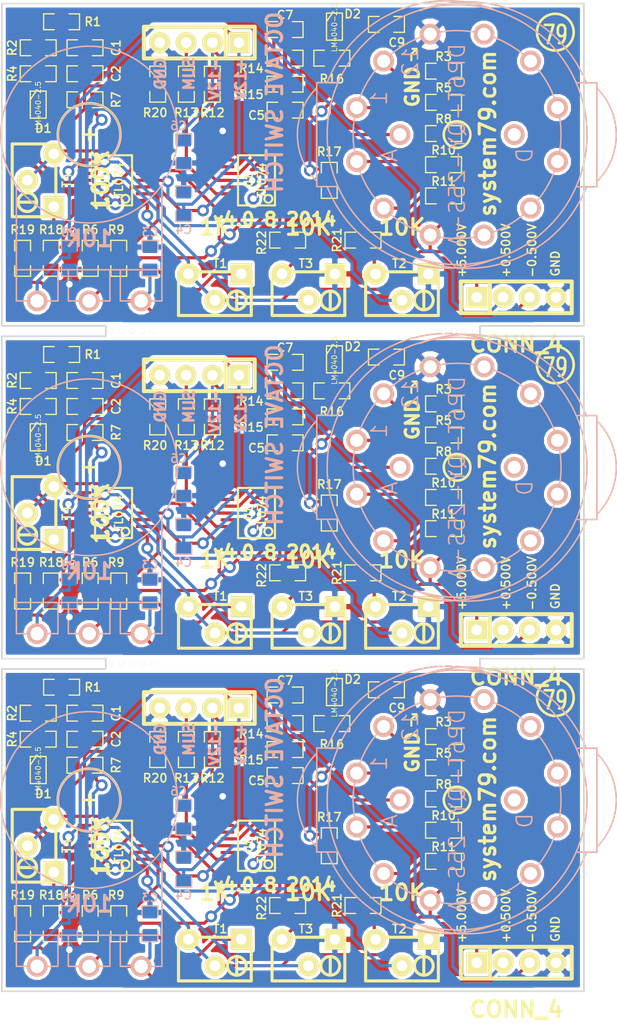
<source format=kicad_pcb>
(kicad_pcb (version 3) (host pcbnew "(2013-07-07 BZR 4022)-stable")
  (layers (15 F.Cu signal) (0 B.Cu signal) (18 B.Paste user) (19 F.Paste user) (20 B.SilkS user) (21 F.SilkS user) (22 B.Mask user) (23 F.Mask user) (28 Edge.Cuts user))
  (net 0 "")
  (net 1 +0.500V)
  (net 2 +12V)
  (net 3 +2.5V)
  (net 4 +5.00V)
  (net 5 -0.500V)
  (net 6 -12V)
  (net 7 -2.5V)
  (net 8 GND)
  (net 9 N-000001)
  (net 10 N-0000010)
  (net 11 N-0000011)
  (net 12 N-0000012)
  (net 13 N-0000013)
  (net 14 N-0000014)
  (net 15 N-0000015)
  (net 16 N-0000016)
  (net 17 N-0000018)
  (net 18 N-0000019)
  (net 19 N-0000020)
  (net 20 N-0000021)
  (net 21 N-0000022)
  (net 22 N-0000023)
  (net 23 N-0000025)
  (net 24 N-0000026)
  (net 25 N-0000029)
  (net 26 N-000003)
  (net 27 N-0000033)
  (net 28 N-0000034)
  (net 29 N-0000035)
  (net 30 N-000005)
  (net 31 N-000006)
  (net 32 N-000008)
  (net 33 N-000009)
  (net 34 "SUM OUT")
  (module HOLE-0.5MM (layer F.Cu) (at 54 83.5)
    (fp_text reference HOLE-0.5MM hide)
    (fp_text value VAL** hide)
    (pad "" np_thru_hole oval (at 0 0) (size 26 0.5) (drill oval 26 0.5) (layers *.Cu *.Mask F.SilkS))
  )
  (module HOLE-0.5MM (layer F.Cu) (at 54 51.5)
    (fp_text reference HOLE-0.5MM hide)
    (fp_text value VAL** hide)
    (pad "" np_thru_hole oval (at 0 0) (size 26 0.5) (drill oval 26 0.5) (layers *.Cu *.Mask F.SilkS))
  )
  (module HOLE-0.5MM (layer F.Cu) (at 54 51.5)
    (fp_text reference HOLE-0.5MM hide)
    (fp_text value VAL** hide)
  )
  (module HOLE-0.5MM (layer F.Cu) (at 54 83.5)
    (fp_text reference HOLE-0.5MM hide)
    (fp_text value VAL** hide)
  )
  (module RV16A-41 (layer B.Cu) (at 34.4 96.6 180)
    (fp_text reference POT1 hide)
    (fp_text value 10K (at 0 -9.99998 180) (layer B.SilkS) (effects (font (size 1.524 1.524) (thickness 0.3048)) (justify mirror)))
    (pad 2 thru_hole circle (at 0 -16 180) (size 1.99898 1.99898) (drill 1.30048) (layers *.Cu *.Mask B.SilkS) (net 11 N-0000011))
    (pad 3 thru_hole circle (at 5 -16 180) (size 1.99898 1.99898) (drill 1.30048) (layers *.Cu *.Mask B.SilkS) (net 1 +0.500V))
    (pad 1 thru_hole circle (at -5 -16 180) (size 1.99898 1.99898) (drill 1.30048) (layers *.Cu *.Mask B.SilkS) (net 5 -0.500V))
  )
  (module SOT23 (layer F.Cu) (at 29.5 93.75 270)
    (fp_text reference D1 (at 2.25 -0.5 360) (layer F.SilkS) (effects (font (size 0.8128 0.8128) (thickness 0.1524))))
    (fp_text value LM4040-2.5 (at 0.0635 0 270) (layer F.SilkS) (effects (font (size 0.50038 0.50038) (thickness 0.0762))))
    (pad 3 smd rect (at 0 -1.27 270) (size 0.70104 1.00076) (layers F.Cu F.Paste F.Mask))
    (pad 2 smd rect (at 0.9525 1.27 270) (size 0.70104 1.00076) (layers F.Cu F.Paste F.Mask) (net 8 GND))
    (pad 1 smd rect (at -0.9525 1.27 270) (size 0.70104 1.00076) (layers F.Cu F.Paste F.Mask) (net 30 N-000005))
  )
  (module SM0805-HAND (layer B.Cu) (at 43.5 103.25 90)
    (fp_text reference C6 (at 7.5 -0.5 180) (layer B.SilkS) (effects (font (size 0.8128 0.8128) (thickness 0.1524)) (justify mirror)))
    (fp_text value 0.1u hide)
    (pad 1 smd rect (at -1.0795 0 90) (size 1.143 1.397) (layers B.Cu B.Paste B.Mask) (net 2 +12V))
    (pad 2 smd rect (at 1.0795 0 90) (size 1.143 1.397) (layers B.Cu B.Paste B.Mask) (net 8 GND))
  )
  (module SM0805-HAND (layer B.Cu) (at 43.5 98.25 90)
    (fp_text reference C4 (at -7.5 0 360) (layer B.SilkS) (effects (font (size 0.8128 0.8128) (thickness 0.1524)) (justify mirror)))
    (fp_text value 0.1u hide)
    (pad 1 smd rect (at -1.0795 0 90) (size 1.143 1.397) (layers B.Cu B.Paste B.Mask) (net 8 GND))
    (pad 2 smd rect (at 1.0795 0 90) (size 1.143 1.397) (layers B.Cu B.Paste B.Mask) (net 6 -12V))
  )
  (module SM0805-HAND (layer F.Cu) (at 43.75 91.75 90)
    (fp_text reference R13 (at -2.75 0 180) (layer F.SilkS) (effects (font (size 0.8128 0.8128) (thickness 0.1524))))
    (fp_text value 100K hide)
    (pad 1 smd rect (at -1.0795 0 90) (size 1.143 1.397) (layers F.Cu F.Paste F.Mask) (net 9 N-000001))
    (pad 2 smd rect (at 1.0795 0 90) (size 1.143 1.397) (layers F.Cu F.Paste F.Mask) (net 34 "SUM OUT"))
  )
  (module SM0805-HAND (layer F.Cu) (at 68.5 102.5)
    (fp_text reference R11 (at 0 -1.397) (layer F.SilkS) (effects (font (size 0.8128 0.8128) (thickness 0.1524))))
    (fp_text value 10K hide)
    (pad 1 smd rect (at -1.0795 0) (size 1.143 1.397) (layers F.Cu F.Paste F.Mask) (net 14 N-0000014))
    (pad 2 smd rect (at 1.0795 0) (size 1.143 1.397) (layers F.Cu F.Paste F.Mask) (net 4 +5.00V))
  )
  (module SM0805-HAND (layer F.Cu) (at 68.5 99.5)
    (fp_text reference R10 (at 0 -1.397) (layer F.SilkS) (effects (font (size 0.8128 0.8128) (thickness 0.1524))))
    (fp_text value 10K hide)
    (pad 1 smd rect (at -1.0795 0) (size 1.143 1.397) (layers F.Cu F.Paste F.Mask) (net 13 N-0000013))
    (pad 2 smd rect (at 1.0795 0) (size 1.143 1.397) (layers F.Cu F.Paste F.Mask) (net 14 N-0000014))
  )
  (module SM0805-HAND (layer F.Cu) (at 68.5 96.5)
    (fp_text reference R8 (at 0 -1.397) (layer F.SilkS) (effects (font (size 0.8128 0.8128) (thickness 0.1524))))
    (fp_text value 10K hide)
    (pad 1 smd rect (at -1.0795 0) (size 1.143 1.397) (layers F.Cu F.Paste F.Mask) (net 12 N-0000012))
    (pad 2 smd rect (at 1.0795 0) (size 1.143 1.397) (layers F.Cu F.Paste F.Mask) (net 13 N-0000013))
  )
  (module SM0805-HAND (layer F.Cu) (at 68.5 93.5)
    (fp_text reference R5 (at 0 -1.397) (layer F.SilkS) (effects (font (size 0.8128 0.8128) (thickness 0.1524))))
    (fp_text value 10K hide)
    (pad 1 smd rect (at -1.0795 0) (size 1.143 1.397) (layers F.Cu F.Paste F.Mask) (net 16 N-0000016))
    (pad 2 smd rect (at 1.0795 0) (size 1.143 1.397) (layers F.Cu F.Paste F.Mask) (net 12 N-0000012))
  )
  (module SM0805-HAND (layer F.Cu) (at 68.5 90.5)
    (fp_text reference R3 (at 0 -1.397) (layer F.SilkS) (effects (font (size 0.8128 0.8128) (thickness 0.1524))))
    (fp_text value 10K hide)
    (pad 1 smd rect (at -1.0795 0) (size 1.143 1.397) (layers F.Cu F.Paste F.Mask) (net 8 GND))
    (pad 2 smd rect (at 1.0795 0) (size 1.143 1.397) (layers F.Cu F.Paste F.Mask) (net 16 N-0000016))
  )
  (module SM0805-HAND (layer F.Cu) (at 34 93.25)
    (fp_text reference R7 (at 3 0 90) (layer F.SilkS) (effects (font (size 0.8128 0.8128) (thickness 0.1524))))
    (fp_text value 33K hide)
    (pad 1 smd rect (at -1.0795 0) (size 1.143 1.397) (layers F.Cu F.Paste F.Mask) (net 29 N-0000035))
    (pad 2 smd rect (at 1.0795 0) (size 1.143 1.397) (layers F.Cu F.Paste F.Mask) (net 3 +2.5V))
  )
  (module SM0805-HAND (layer F.Cu) (at 29.5 88.25)
    (fp_text reference R2 (at -2.5 0 90) (layer F.SilkS) (effects (font (size 0.8128 0.8128) (thickness 0.1524))))
    (fp_text value 4.7K hide)
    (pad 1 smd rect (at -1.0795 0) (size 1.143 1.397) (layers F.Cu F.Paste F.Mask) (net 30 N-000005))
    (pad 2 smd rect (at 1.0795 0) (size 1.143 1.397) (layers F.Cu F.Paste F.Mask) (net 31 N-000006))
  )
  (module SM0805-HAND (layer F.Cu) (at 34 88.25)
    (fp_text reference C1 (at 3 0 90) (layer F.SilkS) (effects (font (size 0.8128 0.8128) (thickness 0.1524))))
    (fp_text value 0.1u hide)
    (pad 1 smd rect (at -1.0795 0) (size 1.143 1.397) (layers F.Cu F.Paste F.Mask) (net 31 N-000006))
    (pad 2 smd rect (at 1.0795 0) (size 1.143 1.397) (layers F.Cu F.Paste F.Mask) (net 8 GND))
  )
  (module SM0805-HAND (layer F.Cu) (at 46.25 91.75 90)
    (fp_text reference R12 (at -2.75 0 180) (layer F.SilkS) (effects (font (size 0.8128 0.8128) (thickness 0.1524))))
    (fp_text value 100K hide)
    (pad 1 smd rect (at -1.0795 0 90) (size 1.143 1.397) (layers F.Cu F.Paste F.Mask) (net 15 N-0000015))
    (pad 2 smd rect (at 1.0795 0 90) (size 1.143 1.397) (layers F.Cu F.Paste F.Mask) (net 34 "SUM OUT"))
  )
  (module SM0805-HAND (layer F.Cu) (at 53.25 94.25 180)
    (fp_text reference C5 (at 2.75 -0.5 180) (layer F.SilkS) (effects (font (size 0.8128 0.8128) (thickness 0.1524))))
    (fp_text value 0.001u hide)
    (pad 1 smd rect (at -1.0795 0 180) (size 1.143 1.397) (layers F.Cu F.Paste F.Mask) (net 26 N-000003))
    (pad 2 smd rect (at 1.0795 0 180) (size 1.143 1.397) (layers F.Cu F.Paste F.Mask) (net 8 GND))
  )
  (module SM0805-HAND (layer B.Cu) (at 40.25 108.5 270)
    (fp_text reference C3 (at -2.5 0 360) (layer B.SilkS) (effects (font (size 0.8128 0.8128) (thickness 0.1524)) (justify mirror)))
    (fp_text value 0.001u hide)
    (pad 1 smd rect (at -1.0795 0 270) (size 1.143 1.397) (layers B.Cu B.Paste B.Mask) (net 8 GND))
    (pad 2 smd rect (at 1.0795 0 270) (size 1.143 1.397) (layers B.Cu B.Paste B.Mask) (net 5 -0.500V))
  )
  (module SM0805-HAND (layer F.Cu) (at 37.25 108.5 270)
    (fp_text reference R9 (at -2.75 0.25 360) (layer F.SilkS) (effects (font (size 0.8128 0.8128) (thickness 0.1524))))
    (fp_text value 9.53K hide)
    (pad 1 smd rect (at -1.0795 0 270) (size 1.143 1.397) (layers F.Cu F.Paste F.Mask) (net 27 N-0000033))
    (pad 2 smd rect (at 1.0795 0 270) (size 1.143 1.397) (layers F.Cu F.Paste F.Mask) (net 25 N-0000029))
  )
  (module SM0805-HAND (layer F.Cu) (at 34 90.75)
    (fp_text reference C2 (at 3 0 90) (layer F.SilkS) (effects (font (size 0.8128 0.8128) (thickness 0.1524))))
    (fp_text value 0.1u hide)
    (pad 1 smd rect (at -1.0795 0) (size 1.143 1.397) (layers F.Cu F.Paste F.Mask) (net 29 N-0000035))
    (pad 2 smd rect (at 1.0795 0) (size 1.143 1.397) (layers F.Cu F.Paste F.Mask) (net 8 GND))
  )
  (module SM0805-HAND (layer F.Cu) (at 34.5 108.5 90)
    (fp_text reference R6 (at 2.75 0 180) (layer F.SilkS) (effects (font (size 0.8128 0.8128) (thickness 0.1524))))
    (fp_text value 10K hide)
    (pad 1 smd rect (at -1.0795 0 90) (size 1.143 1.397) (layers F.Cu F.Paste F.Mask) (net 8 GND))
    (pad 2 smd rect (at 1.0795 0 90) (size 1.143 1.397) (layers F.Cu F.Paste F.Mask) (net 27 N-0000033))
  )
  (module SM0805-HAND (layer F.Cu) (at 29.5 90.75)
    (fp_text reference R4 (at -2.5 0 90) (layer F.SilkS) (effects (font (size 0.8128 0.8128) (thickness 0.1524))))
    (fp_text value 33K hide)
    (pad 1 smd rect (at -1.0795 0) (size 1.143 1.397) (layers F.Cu F.Paste F.Mask) (net 30 N-000005))
    (pad 2 smd rect (at 1.0795 0) (size 1.143 1.397) (layers F.Cu F.Paste F.Mask) (net 29 N-0000035))
  )
  (module SM0805-HAND (layer F.Cu) (at 31.75 85.75)
    (fp_text reference R1 (at 3 0) (layer F.SilkS) (effects (font (size 0.8128 0.8128) (thickness 0.1524))))
    (fp_text value 4.7K hide)
    (pad 1 smd rect (at -1.0795 0) (size 1.143 1.397) (layers F.Cu F.Paste F.Mask) (net 31 N-000006))
    (pad 2 smd rect (at 1.0795 0) (size 1.143 1.397) (layers F.Cu F.Paste F.Mask) (net 2 +12V))
  )
  (module CONN_0100_X_4 (layer F.Cu) (at 45 87.75 180)
    (fp_text reference P2 hide)
    (fp_text value CONN_4 hide)
    (pad 1 thru_hole rect (at -3.81 0 180) (size 1.99898 1.99898) (drill 1.016) (layers *.Cu *.Mask F.SilkS) (net 2 +12V))
    (pad 2 thru_hole circle (at -1.27 0 180) (size 1.99898 1.99898) (drill 1.016) (layers *.Cu *.Mask F.SilkS) (net 6 -12V))
    (pad 3 thru_hole circle (at 1.27 0 180) (size 1.99898 1.99898) (drill 1.016) (layers *.Cu *.Mask F.SilkS) (net 34 "SUM OUT"))
    (pad 4 thru_hole circle (at 3.81 0 180) (size 1.99898 1.99898) (drill 1.016) (layers *.Cu *.Mask F.SilkS) (net 8 GND))
  )
  (module QY-25S-2P6C-JRL (layer B.Cu) (at 69.8 96.6 270)
    (fp_text reference SW1 hide)
    (fp_text value DP6T-QY-25S-A (at 1 0 270) (layer B.SilkS) (effects (font (size 1.5 1.5)) (justify mirror)))
    (fp_text user 12 (at -7 4.5 270) (layer B.SilkS) (effects (font (size 1.5 1.5)) (justify mirror)))
    (fp_text user 1 (at -3.5 7.5 270) (layer B.SilkS) (effects (font (size 1.5 1.5)) (justify mirror)))
    (fp_text user D (at 2 -6.5 270) (layer B.SilkS) (effects (font (size 1.5 1.5)) (justify mirror)))
    (fp_text user A (at 2 6.5 270) (layer B.SilkS) (effects (font (size 1.5 1.5)) (justify mirror)))
    (pad 1 thru_hole circle (at -2.59 9.66 90) (size 2 2) (drill 1.25) (layers *.Cu *.Mask B.SilkS) (net 12 N-0000012))
    (pad 12 thru_hole circle (at -7.07 7.07 90) (size 2 2) (drill 1.25) (layers *.Cu *.Mask B.SilkS) (net 16 N-0000016))
    (pad 11 thru_hole circle (at -9.66 2.59 90) (size 2 2) (drill 1.25) (layers *.Cu *.Mask B.SilkS) (net 8 GND))
    (pad 10 thru_hole circle (at -9.66 -2.59 90) (size 2 2) (drill 1.25) (layers *.Cu *.Mask B.SilkS))
    (pad 9 thru_hole circle (at -7.07 -7.07 90) (size 2 2) (drill 1.25) (layers *.Cu *.Mask B.SilkS))
    (pad 8 thru_hole circle (at -2.59 -9.66 90) (size 2 2) (drill 1.25) (layers *.Cu *.Mask B.SilkS))
    (pad D thru_hole circle (at 0 -5.5 270) (size 2 2) (drill 1.25) (layers *.Cu *.Mask B.SilkS))
    (pad A thru_hole circle (at 0 5.5 270) (size 2 2) (drill 1.25) (layers *.Cu *.Mask B.SilkS) (net 26 N-000003))
    (pad 2 thru_hole circle (at 2.59 9.66 270) (size 2 2) (drill 1.25) (layers *.Cu *.Mask B.SilkS) (net 13 N-0000013))
    (pad 3 thru_hole circle (at 7.07 7.07 270) (size 2 2) (drill 1.25) (layers *.Cu *.Mask B.SilkS) (net 14 N-0000014))
    (pad 4 thru_hole circle (at 9.66 2.59 270) (size 2 2) (drill 1.25) (layers *.Cu *.Mask B.SilkS) (net 4 +5.00V))
    (pad 5 thru_hole circle (at 9.66 -2.59 270) (size 2 2) (drill 1.25) (layers *.Cu *.Mask B.SilkS))
    (pad 6 thru_hole circle (at 7.07 -7.07 270) (size 2 2) (drill 1.25) (layers *.Cu *.Mask B.SilkS))
    (pad 7 thru_hole circle (at 2.59 -9.66 270) (size 2 2) (drill 1.25) (layers *.Cu *.Mask B.SilkS))
  )
  (module SOT23 (layer F.Cu) (at 58 86.25 270)
    (fp_text reference D2 (at -1.25 -1.75 360) (layer F.SilkS) (effects (font (size 0.8128 0.8128) (thickness 0.1524))))
    (fp_text value LM4040-2.5 (at 0.0635 0 270) (layer F.SilkS) (effects (font (size 0.50038 0.50038) (thickness 0.0762))))
    (pad 3 smd rect (at 0 -1.27 270) (size 0.70104 1.00076) (layers F.Cu F.Paste F.Mask))
    (pad 2 smd rect (at 0.9525 1.27 270) (size 0.70104 1.00076) (layers F.Cu F.Paste F.Mask) (net 33 N-000009))
    (pad 1 smd rect (at -0.9525 1.27 270) (size 0.70104 1.00076) (layers F.Cu F.Paste F.Mask) (net 8 GND))
  )
  (module SM0805-HAND (layer F.Cu) (at 57.75 89.25)
    (fp_text reference R16 (at 0 2) (layer F.SilkS) (effects (font (size 0.8128 0.8128) (thickness 0.1524))))
    (fp_text value 33K hide)
    (pad 1 smd rect (at -1.0795 0) (size 1.143 1.397) (layers F.Cu F.Paste F.Mask) (net 33 N-000009))
    (pad 2 smd rect (at 1.0795 0) (size 1.143 1.397) (layers F.Cu F.Paste F.Mask) (net 10 N-0000010))
  )
  (module SM0805-HAND (layer F.Cu) (at 63 86)
    (fp_text reference C9 (at 1 1.75) (layer F.SilkS) (effects (font (size 0.8128 0.8128) (thickness 0.1524))))
    (fp_text value 0.1u hide)
    (pad 1 smd rect (at -1.0795 0) (size 1.143 1.397) (layers F.Cu F.Paste F.Mask) (net 10 N-0000010))
    (pad 2 smd rect (at 1.0795 0) (size 1.143 1.397) (layers F.Cu F.Paste F.Mask) (net 8 GND))
  )
  (module SM0805-HAND (layer F.Cu) (at 57.5 101 270)
    (fp_text reference R17 (at -2.75 0 360) (layer F.SilkS) (effects (font (size 0.8128 0.8128) (thickness 0.1524))))
    (fp_text value 33K hide)
    (pad 1 smd rect (at -1.0795 0 270) (size 1.143 1.397) (layers F.Cu F.Paste F.Mask) (net 10 N-0000010))
    (pad 2 smd rect (at 1.0795 0 270) (size 1.143 1.397) (layers F.Cu F.Paste F.Mask) (net 7 -2.5V))
  )
  (module SM0805-HAND (layer F.Cu) (at 53.25 89.25)
    (fp_text reference R14 (at -3.25 1) (layer F.SilkS) (effects (font (size 0.8128 0.8128) (thickness 0.1524))))
    (fp_text value 4.7K hide)
    (pad 1 smd rect (at -1.0795 0) (size 1.143 1.397) (layers F.Cu F.Paste F.Mask) (net 32 N-000008))
    (pad 2 smd rect (at 1.0795 0) (size 1.143 1.397) (layers F.Cu F.Paste F.Mask) (net 33 N-000009))
  )
  (module SM0805-HAND (layer F.Cu) (at 53.25 91.75 180)
    (fp_text reference R15 (at 3.25 -1 180) (layer F.SilkS) (effects (font (size 0.8128 0.8128) (thickness 0.1524))))
    (fp_text value 4.7K hide)
    (pad 1 smd rect (at -1.0795 0 180) (size 1.143 1.397) (layers F.Cu F.Paste F.Mask) (net 6 -12V))
    (pad 2 smd rect (at 1.0795 0 180) (size 1.143 1.397) (layers F.Cu F.Paste F.Mask) (net 32 N-000008))
  )
  (module SM0805-HAND (layer F.Cu) (at 53.25 86.5)
    (fp_text reference C7 (at 0 -1.397) (layer F.SilkS) (effects (font (size 0.8128 0.8128) (thickness 0.1524))))
    (fp_text value 0.1u hide)
    (pad 1 smd rect (at -1.0795 0) (size 1.143 1.397) (layers F.Cu F.Paste F.Mask) (net 32 N-000008))
    (pad 2 smd rect (at 1.0795 0) (size 1.143 1.397) (layers F.Cu F.Paste F.Mask) (net 8 GND))
  )
  (module SM0805-HAND (layer B.Cu) (at 32.5 108.5 90)
    (fp_text reference C8 (at 2.5 0 180) (layer B.SilkS) (effects (font (size 0.8128 0.8128) (thickness 0.1524)) (justify mirror)))
    (fp_text value 0.001u hide)
    (pad 1 smd rect (at -1.0795 0 90) (size 1.143 1.397) (layers B.Cu B.Paste B.Mask) (net 8 GND))
    (pad 2 smd rect (at 1.0795 0 90) (size 1.143 1.397) (layers B.Cu B.Paste B.Mask) (net 1 +0.500V))
  )
  (module BI_64W_TRIM (layer F.Cu) (at 46.5 110 180)
    (fp_text reference TRIM1 hide)
    (fp_text value 1K (at 0 4.50088 180) (layer F.SilkS) (effects (font (size 1.524 1.524) (thickness 0.3048))))
    (pad 2 thru_hole circle (at 0 -2.54 180) (size 1.99898 1.99898) (drill 1.016) (layers *.Cu *.Mask F.SilkS) (net 4 +5.00V))
    (pad 3 thru_hole circle (at 2.54 0 180) (size 1.99898 1.99898) (drill 1.016) (layers *.Cu *.Mask F.SilkS) (net 4 +5.00V))
    (pad 1 thru_hole rect (at -2.54 0 180) (size 1.99898 1.99898) (drill 1.016) (layers *.Cu *.Mask F.SilkS) (net 25 N-0000029))
  )
  (module BI_64W_TRIM (layer F.Cu) (at 55.5 110 180)
    (fp_text reference TRIM3 hide)
    (fp_text value 10K (at 0 4.50088 180) (layer F.SilkS) (effects (font (size 1.524 1.524) (thickness 0.3048))))
    (pad 2 thru_hole circle (at 0 -2.54 180) (size 1.99898 1.99898) (drill 1.016) (layers *.Cu *.Mask F.SilkS) (net 21 N-0000022))
    (pad 3 thru_hole circle (at 2.54 0 180) (size 1.99898 1.99898) (drill 1.016) (layers *.Cu *.Mask F.SilkS) (net 17 N-0000018))
    (pad 1 thru_hole rect (at -2.54 0 180) (size 1.99898 1.99898) (drill 1.016) (layers *.Cu *.Mask F.SilkS) (net 8 GND))
  )
  (module BI_64W_TRIM (layer F.Cu) (at 64.5 110 180)
    (fp_text reference TRIM2 hide)
    (fp_text value 10K (at 0 4.50088 180) (layer F.SilkS) (effects (font (size 1.524 1.524) (thickness 0.3048))))
    (pad 2 thru_hole circle (at 0 -2.54 180) (size 1.99898 1.99898) (drill 1.016) (layers *.Cu *.Mask F.SilkS) (net 22 N-0000023))
    (pad 3 thru_hole circle (at 2.54 0 180) (size 1.99898 1.99898) (drill 1.016) (layers *.Cu *.Mask F.SilkS) (net 19 N-0000020))
    (pad 1 thru_hole rect (at -2.54 0 180) (size 1.99898 1.99898) (drill 1.016) (layers *.Cu *.Mask F.SilkS) (net 8 GND))
  )
  (module BI_64W_TRIM (layer F.Cu) (at 31 101 90)
    (fp_text reference TRIM4 hide)
    (fp_text value 100K (at 0 4.50088 90) (layer F.SilkS) (effects (font (size 1.524 1.524) (thickness 0.3048))))
    (pad 2 thru_hole circle (at 0 -2.54 90) (size 1.99898 1.99898) (drill 1.016) (layers *.Cu *.Mask F.SilkS) (net 23 N-0000025))
    (pad 3 thru_hole circle (at 2.54 0 90) (size 1.99898 1.99898) (drill 1.016) (layers *.Cu *.Mask F.SilkS) (net 23 N-0000025))
    (pad 1 thru_hole rect (at -2.54 0 90) (size 1.99898 1.99898) (drill 1.016) (layers *.Cu *.Mask F.SilkS) (net 24 N-0000026))
  )
  (module SM0805-HAND (layer F.Cu) (at 30.75 108.5 90)
    (fp_text reference R18 (at 2.75 0 180) (layer F.SilkS) (effects (font (size 0.8128 0.8128) (thickness 0.1524))))
    (fp_text value 100K hide)
    (pad 1 smd rect (at -1.0795 0 90) (size 1.143 1.397) (layers F.Cu F.Paste F.Mask) (net 8 GND))
    (pad 2 smd rect (at 1.0795 0 90) (size 1.143 1.397) (layers F.Cu F.Paste F.Mask) (net 28 N-0000034))
  )
  (module SM0805-HAND (layer F.Cu) (at 28 108.5 90)
    (fp_text reference R19 (at 2.75 0 180) (layer F.SilkS) (effects (font (size 0.8128 0.8128) (thickness 0.1524))))
    (fp_text value 49.9K hide)
    (pad 1 smd rect (at -1.0795 0 90) (size 1.143 1.397) (layers F.Cu F.Paste F.Mask) (net 28 N-0000034))
    (pad 2 smd rect (at 1.0795 0 90) (size 1.143 1.397) (layers F.Cu F.Paste F.Mask) (net 24 N-0000026))
  )
  (module SM0805-HAND (layer F.Cu) (at 41 91.75 90)
    (fp_text reference R20 (at -2.75 -0.25 180) (layer F.SilkS) (effects (font (size 0.8128 0.8128) (thickness 0.1524))))
    (fp_text value 100K hide)
    (pad 1 smd rect (at -1.0795 0 90) (size 1.143 1.397) (layers F.Cu F.Paste F.Mask) (net 23 N-0000025))
    (pad 2 smd rect (at 1.0795 0 90) (size 1.143 1.397) (layers F.Cu F.Paste F.Mask) (net 34 "SUM OUT"))
  )
  (module CONN_0100_X_4 (layer F.Cu) (at 75.5 112.25)
    (fp_text reference P1 hide)
    (fp_text value CONN_4 (at 0 4.50088) (layer F.SilkS) (effects (font (size 1.524 1.524) (thickness 0.3048))))
    (pad 1 thru_hole rect (at -3.81 0) (size 1.99898 1.99898) (drill 1.016) (layers *.Cu *.Mask F.SilkS) (net 4 +5.00V))
    (pad 2 thru_hole circle (at -1.27 0) (size 1.99898 1.99898) (drill 1.016) (layers *.Cu *.Mask F.SilkS) (net 1 +0.500V))
    (pad 3 thru_hole circle (at 1.27 0) (size 1.99898 1.99898) (drill 1.016) (layers *.Cu *.Mask F.SilkS) (net 5 -0.500V))
    (pad 4 thru_hole circle (at 3.81 0) (size 1.99898 1.99898) (drill 1.016) (layers *.Cu *.Mask F.SilkS) (net 8 GND))
  )
  (module SM0805-HAND (layer F.Cu) (at 60.75 106.75)
    (fp_text reference R21 (at -2.5 0 90) (layer F.SilkS) (effects (font (size 0.8128 0.8128) (thickness 0.1524))))
    (fp_text value 15K hide)
    (pad 1 smd rect (at -1.0795 0) (size 1.143 1.397) (layers F.Cu F.Paste F.Mask) (net 20 N-0000021))
    (pad 2 smd rect (at 1.0795 0) (size 1.143 1.397) (layers F.Cu F.Paste F.Mask) (net 19 N-0000020))
  )
  (module SM0805-HAND (layer F.Cu) (at 53.5 106.75)
    (fp_text reference R22 (at -2.5 0.25 90) (layer F.SilkS) (effects (font (size 0.8128 0.8128) (thickness 0.1524))))
    (fp_text value 15K hide)
    (pad 1 smd rect (at -1.0795 0) (size 1.143 1.397) (layers F.Cu F.Paste F.Mask) (net 18 N-0000019))
    (pad 2 smd rect (at 1.0795 0) (size 1.143 1.397) (layers F.Cu F.Paste F.Mask) (net 17 N-0000018))
  )
  (module TSSOP14 (layer F.Cu) (at 50.5 101 90)
    (fp_text reference U1 (at 0 -0.762 90) (layer F.SilkS) (effects (font (size 0.762 0.635) (thickness 0.16002))))
    (fp_text value TL074 (at 0 0.508 90) (layer F.SilkS) (effects (font (size 0.762 0.762) (thickness 0.16002))))
    (pad 1 smd rect (at -1.9304 2.794 90) (size 0.29972 1.30048) (layers F.Cu F.Paste F.Mask) (net 18 N-0000019))
    (pad 2 smd rect (at -1.2954 2.794 90) (size 0.29972 1.30048) (layers F.Cu F.Paste F.Mask) (net 18 N-0000019))
    (pad 3 smd rect (at -0.635 2.794 90) (size 0.29972 1.30048) (layers F.Cu F.Paste F.Mask) (net 7 -2.5V))
    (pad 4 smd rect (at 0 2.794 90) (size 0.29972 1.30048) (layers F.Cu F.Paste F.Mask) (net 2 +12V))
    (pad 5 smd rect (at 0.6604 2.794 90) (size 0.29972 1.30048) (layers F.Cu F.Paste F.Mask) (net 3 +2.5V))
    (pad 6 smd rect (at 1.3081 2.794 90) (size 0.29972 1.30048) (layers F.Cu F.Paste F.Mask) (net 20 N-0000021))
    (pad 7 smd rect (at 1.9558 2.794 90) (size 0.29972 1.30048) (layers F.Cu F.Paste F.Mask) (net 20 N-0000021))
    (pad 8 smd rect (at 1.9558 -2.794 90) (size 0.29972 1.30048) (layers F.Cu F.Paste F.Mask) (net 15 N-0000015))
    (pad 9 smd rect (at 1.3081 -2.794 90) (size 0.29972 1.30048) (layers F.Cu F.Paste F.Mask) (net 15 N-0000015))
    (pad 10 smd rect (at 0.6604 -2.794 90) (size 0.29972 1.30048) (layers F.Cu F.Paste F.Mask) (net 26 N-000003))
    (pad 11 smd rect (at 0 -2.794 90) (size 0.29972 1.30048) (layers F.Cu F.Paste F.Mask) (net 6 -12V))
    (pad 12 smd rect (at -0.6477 -2.794 90) (size 0.29972 1.30048) (layers F.Cu F.Paste F.Mask) (net 11 N-0000011))
    (pad 13 smd rect (at -1.2954 -2.794 90) (size 0.29972 1.30048) (layers F.Cu F.Paste F.Mask) (net 9 N-000001))
    (pad 14 smd rect (at -1.9431 -2.794 90) (size 0.29972 1.30048) (layers F.Cu F.Paste F.Mask) (net 9 N-000001))
  )
  (module TSSOP14 (layer F.Cu) (at 36.75 101 90)
    (fp_text reference U2 (at 0 -0.762 90) (layer F.SilkS) (effects (font (size 0.762 0.635) (thickness 0.16002))))
    (fp_text value TL074 (at 0 0.508 90) (layer F.SilkS) (effects (font (size 0.762 0.762) (thickness 0.16002))))
    (pad 1 smd rect (at -1.9304 2.794 90) (size 0.29972 1.30048) (layers F.Cu F.Paste F.Mask) (net 4 +5.00V))
    (pad 2 smd rect (at -1.2954 2.794 90) (size 0.29972 1.30048) (layers F.Cu F.Paste F.Mask) (net 27 N-0000033))
    (pad 3 smd rect (at -0.635 2.794 90) (size 0.29972 1.30048) (layers F.Cu F.Paste F.Mask) (net 3 +2.5V))
    (pad 4 smd rect (at 0 2.794 90) (size 0.29972 1.30048) (layers F.Cu F.Paste F.Mask) (net 2 +12V))
    (pad 5 smd rect (at 0.6604 2.794 90) (size 0.29972 1.30048) (layers F.Cu F.Paste F.Mask) (net 7 -2.5V))
    (pad 6 smd rect (at 1.3081 2.794 90) (size 0.29972 1.30048) (layers F.Cu F.Paste F.Mask) (net 28 N-0000034))
    (pad 7 smd rect (at 1.9558 2.794 90) (size 0.29972 1.30048) (layers F.Cu F.Paste F.Mask) (net 23 N-0000025))
    (pad 8 smd rect (at 1.9558 -2.794 90) (size 0.29972 1.30048) (layers F.Cu F.Paste F.Mask) (net 1 +0.500V))
    (pad 9 smd rect (at 1.3081 -2.794 90) (size 0.29972 1.30048) (layers F.Cu F.Paste F.Mask) (net 1 +0.500V))
    (pad 10 smd rect (at 0.6604 -2.794 90) (size 0.29972 1.30048) (layers F.Cu F.Paste F.Mask) (net 22 N-0000023))
    (pad 11 smd rect (at 0 -2.794 90) (size 0.29972 1.30048) (layers F.Cu F.Paste F.Mask) (net 6 -12V))
    (pad 12 smd rect (at -0.6477 -2.794 90) (size 0.29972 1.30048) (layers F.Cu F.Paste F.Mask) (net 21 N-0000022))
    (pad 13 smd rect (at -1.2954 -2.794 90) (size 0.29972 1.30048) (layers F.Cu F.Paste F.Mask) (net 5 -0.500V))
    (pad 14 smd rect (at -1.9431 -2.794 90) (size 0.29972 1.30048) (layers F.Cu F.Paste F.Mask) (net 5 -0.500V))
  )
  (module TSSOP14 (layer F.Cu) (at 36.75 69 90)
    (fp_text reference U2 (at 0 -0.762 90) (layer F.SilkS) (effects (font (size 0.762 0.635) (thickness 0.16002))))
    (fp_text value TL074 (at 0 0.508 90) (layer F.SilkS) (effects (font (size 0.762 0.762) (thickness 0.16002))))
    (pad 1 smd rect (at -1.9304 2.794 90) (size 0.29972 1.30048) (layers F.Cu F.Paste F.Mask) (net 4 +5.00V))
    (pad 2 smd rect (at -1.2954 2.794 90) (size 0.29972 1.30048) (layers F.Cu F.Paste F.Mask) (net 27 N-0000033))
    (pad 3 smd rect (at -0.635 2.794 90) (size 0.29972 1.30048) (layers F.Cu F.Paste F.Mask) (net 3 +2.5V))
    (pad 4 smd rect (at 0 2.794 90) (size 0.29972 1.30048) (layers F.Cu F.Paste F.Mask) (net 2 +12V))
    (pad 5 smd rect (at 0.6604 2.794 90) (size 0.29972 1.30048) (layers F.Cu F.Paste F.Mask) (net 7 -2.5V))
    (pad 6 smd rect (at 1.3081 2.794 90) (size 0.29972 1.30048) (layers F.Cu F.Paste F.Mask) (net 28 N-0000034))
    (pad 7 smd rect (at 1.9558 2.794 90) (size 0.29972 1.30048) (layers F.Cu F.Paste F.Mask) (net 23 N-0000025))
    (pad 8 smd rect (at 1.9558 -2.794 90) (size 0.29972 1.30048) (layers F.Cu F.Paste F.Mask) (net 1 +0.500V))
    (pad 9 smd rect (at 1.3081 -2.794 90) (size 0.29972 1.30048) (layers F.Cu F.Paste F.Mask) (net 1 +0.500V))
    (pad 10 smd rect (at 0.6604 -2.794 90) (size 0.29972 1.30048) (layers F.Cu F.Paste F.Mask) (net 22 N-0000023))
    (pad 11 smd rect (at 0 -2.794 90) (size 0.29972 1.30048) (layers F.Cu F.Paste F.Mask) (net 6 -12V))
    (pad 12 smd rect (at -0.6477 -2.794 90) (size 0.29972 1.30048) (layers F.Cu F.Paste F.Mask) (net 21 N-0000022))
    (pad 13 smd rect (at -1.2954 -2.794 90) (size 0.29972 1.30048) (layers F.Cu F.Paste F.Mask) (net 5 -0.500V))
    (pad 14 smd rect (at -1.9431 -2.794 90) (size 0.29972 1.30048) (layers F.Cu F.Paste F.Mask) (net 5 -0.500V))
  )
  (module TSSOP14 (layer F.Cu) (at 50.5 69 90)
    (fp_text reference U1 (at 0 -0.762 90) (layer F.SilkS) (effects (font (size 0.762 0.635) (thickness 0.16002))))
    (fp_text value TL074 (at 0 0.508 90) (layer F.SilkS) (effects (font (size 0.762 0.762) (thickness 0.16002))))
    (pad 1 smd rect (at -1.9304 2.794 90) (size 0.29972 1.30048) (layers F.Cu F.Paste F.Mask) (net 18 N-0000019))
    (pad 2 smd rect (at -1.2954 2.794 90) (size 0.29972 1.30048) (layers F.Cu F.Paste F.Mask) (net 18 N-0000019))
    (pad 3 smd rect (at -0.635 2.794 90) (size 0.29972 1.30048) (layers F.Cu F.Paste F.Mask) (net 7 -2.5V))
    (pad 4 smd rect (at 0 2.794 90) (size 0.29972 1.30048) (layers F.Cu F.Paste F.Mask) (net 2 +12V))
    (pad 5 smd rect (at 0.6604 2.794 90) (size 0.29972 1.30048) (layers F.Cu F.Paste F.Mask) (net 3 +2.5V))
    (pad 6 smd rect (at 1.3081 2.794 90) (size 0.29972 1.30048) (layers F.Cu F.Paste F.Mask) (net 20 N-0000021))
    (pad 7 smd rect (at 1.9558 2.794 90) (size 0.29972 1.30048) (layers F.Cu F.Paste F.Mask) (net 20 N-0000021))
    (pad 8 smd rect (at 1.9558 -2.794 90) (size 0.29972 1.30048) (layers F.Cu F.Paste F.Mask) (net 15 N-0000015))
    (pad 9 smd rect (at 1.3081 -2.794 90) (size 0.29972 1.30048) (layers F.Cu F.Paste F.Mask) (net 15 N-0000015))
    (pad 10 smd rect (at 0.6604 -2.794 90) (size 0.29972 1.30048) (layers F.Cu F.Paste F.Mask) (net 26 N-000003))
    (pad 11 smd rect (at 0 -2.794 90) (size 0.29972 1.30048) (layers F.Cu F.Paste F.Mask) (net 6 -12V))
    (pad 12 smd rect (at -0.6477 -2.794 90) (size 0.29972 1.30048) (layers F.Cu F.Paste F.Mask) (net 11 N-0000011))
    (pad 13 smd rect (at -1.2954 -2.794 90) (size 0.29972 1.30048) (layers F.Cu F.Paste F.Mask) (net 9 N-000001))
    (pad 14 smd rect (at -1.9431 -2.794 90) (size 0.29972 1.30048) (layers F.Cu F.Paste F.Mask) (net 9 N-000001))
  )
  (module SM0805-HAND (layer F.Cu) (at 53.5 74.75)
    (fp_text reference R22 (at -2.5 0.25 90) (layer F.SilkS) (effects (font (size 0.8128 0.8128) (thickness 0.1524))))
    (fp_text value 15K hide)
    (pad 1 smd rect (at -1.0795 0) (size 1.143 1.397) (layers F.Cu F.Paste F.Mask) (net 18 N-0000019))
    (pad 2 smd rect (at 1.0795 0) (size 1.143 1.397) (layers F.Cu F.Paste F.Mask) (net 17 N-0000018))
  )
  (module SM0805-HAND (layer F.Cu) (at 60.75 74.75)
    (fp_text reference R21 (at -2.5 0 90) (layer F.SilkS) (effects (font (size 0.8128 0.8128) (thickness 0.1524))))
    (fp_text value 15K hide)
    (pad 1 smd rect (at -1.0795 0) (size 1.143 1.397) (layers F.Cu F.Paste F.Mask) (net 20 N-0000021))
    (pad 2 smd rect (at 1.0795 0) (size 1.143 1.397) (layers F.Cu F.Paste F.Mask) (net 19 N-0000020))
  )
  (module CONN_0100_X_4 (layer F.Cu) (at 75.5 80.25)
    (fp_text reference P1 hide)
    (fp_text value CONN_4 (at 0 4.50088) (layer F.SilkS) (effects (font (size 1.524 1.524) (thickness 0.3048))))
    (pad 1 thru_hole rect (at -3.81 0) (size 1.99898 1.99898) (drill 1.016) (layers *.Cu *.Mask F.SilkS) (net 4 +5.00V))
    (pad 2 thru_hole circle (at -1.27 0) (size 1.99898 1.99898) (drill 1.016) (layers *.Cu *.Mask F.SilkS) (net 1 +0.500V))
    (pad 3 thru_hole circle (at 1.27 0) (size 1.99898 1.99898) (drill 1.016) (layers *.Cu *.Mask F.SilkS) (net 5 -0.500V))
    (pad 4 thru_hole circle (at 3.81 0) (size 1.99898 1.99898) (drill 1.016) (layers *.Cu *.Mask F.SilkS) (net 8 GND))
  )
  (module SM0805-HAND (layer F.Cu) (at 41 59.75 90)
    (fp_text reference R20 (at -2.75 -0.25 180) (layer F.SilkS) (effects (font (size 0.8128 0.8128) (thickness 0.1524))))
    (fp_text value 100K hide)
    (pad 1 smd rect (at -1.0795 0 90) (size 1.143 1.397) (layers F.Cu F.Paste F.Mask) (net 23 N-0000025))
    (pad 2 smd rect (at 1.0795 0 90) (size 1.143 1.397) (layers F.Cu F.Paste F.Mask) (net 34 "SUM OUT"))
  )
  (module SM0805-HAND (layer F.Cu) (at 28 76.5 90)
    (fp_text reference R19 (at 2.75 0 180) (layer F.SilkS) (effects (font (size 0.8128 0.8128) (thickness 0.1524))))
    (fp_text value 49.9K hide)
    (pad 1 smd rect (at -1.0795 0 90) (size 1.143 1.397) (layers F.Cu F.Paste F.Mask) (net 28 N-0000034))
    (pad 2 smd rect (at 1.0795 0 90) (size 1.143 1.397) (layers F.Cu F.Paste F.Mask) (net 24 N-0000026))
  )
  (module SM0805-HAND (layer F.Cu) (at 30.75 76.5 90)
    (fp_text reference R18 (at 2.75 0 180) (layer F.SilkS) (effects (font (size 0.8128 0.8128) (thickness 0.1524))))
    (fp_text value 100K hide)
    (pad 1 smd rect (at -1.0795 0 90) (size 1.143 1.397) (layers F.Cu F.Paste F.Mask) (net 8 GND))
    (pad 2 smd rect (at 1.0795 0 90) (size 1.143 1.397) (layers F.Cu F.Paste F.Mask) (net 28 N-0000034))
  )
  (module BI_64W_TRIM (layer F.Cu) (at 31 69 90)
    (fp_text reference TRIM4 hide)
    (fp_text value 100K (at 0 4.50088 90) (layer F.SilkS) (effects (font (size 1.524 1.524) (thickness 0.3048))))
    (pad 2 thru_hole circle (at 0 -2.54 90) (size 1.99898 1.99898) (drill 1.016) (layers *.Cu *.Mask F.SilkS) (net 23 N-0000025))
    (pad 3 thru_hole circle (at 2.54 0 90) (size 1.99898 1.99898) (drill 1.016) (layers *.Cu *.Mask F.SilkS) (net 23 N-0000025))
    (pad 1 thru_hole rect (at -2.54 0 90) (size 1.99898 1.99898) (drill 1.016) (layers *.Cu *.Mask F.SilkS) (net 24 N-0000026))
  )
  (module BI_64W_TRIM (layer F.Cu) (at 64.5 78 180)
    (fp_text reference TRIM2 hide)
    (fp_text value 10K (at 0 4.50088 180) (layer F.SilkS) (effects (font (size 1.524 1.524) (thickness 0.3048))))
    (pad 2 thru_hole circle (at 0 -2.54 180) (size 1.99898 1.99898) (drill 1.016) (layers *.Cu *.Mask F.SilkS) (net 22 N-0000023))
    (pad 3 thru_hole circle (at 2.54 0 180) (size 1.99898 1.99898) (drill 1.016) (layers *.Cu *.Mask F.SilkS) (net 19 N-0000020))
    (pad 1 thru_hole rect (at -2.54 0 180) (size 1.99898 1.99898) (drill 1.016) (layers *.Cu *.Mask F.SilkS) (net 8 GND))
  )
  (module BI_64W_TRIM (layer F.Cu) (at 55.5 78 180)
    (fp_text reference TRIM3 hide)
    (fp_text value 10K (at 0 4.50088 180) (layer F.SilkS) (effects (font (size 1.524 1.524) (thickness 0.3048))))
    (pad 2 thru_hole circle (at 0 -2.54 180) (size 1.99898 1.99898) (drill 1.016) (layers *.Cu *.Mask F.SilkS) (net 21 N-0000022))
    (pad 3 thru_hole circle (at 2.54 0 180) (size 1.99898 1.99898) (drill 1.016) (layers *.Cu *.Mask F.SilkS) (net 17 N-0000018))
    (pad 1 thru_hole rect (at -2.54 0 180) (size 1.99898 1.99898) (drill 1.016) (layers *.Cu *.Mask F.SilkS) (net 8 GND))
  )
  (module BI_64W_TRIM (layer F.Cu) (at 46.5 78 180)
    (fp_text reference TRIM1 hide)
    (fp_text value 1K (at 0 4.50088 180) (layer F.SilkS) (effects (font (size 1.524 1.524) (thickness 0.3048))))
    (pad 2 thru_hole circle (at 0 -2.54 180) (size 1.99898 1.99898) (drill 1.016) (layers *.Cu *.Mask F.SilkS) (net 4 +5.00V))
    (pad 3 thru_hole circle (at 2.54 0 180) (size 1.99898 1.99898) (drill 1.016) (layers *.Cu *.Mask F.SilkS) (net 4 +5.00V))
    (pad 1 thru_hole rect (at -2.54 0 180) (size 1.99898 1.99898) (drill 1.016) (layers *.Cu *.Mask F.SilkS) (net 25 N-0000029))
  )
  (module SM0805-HAND (layer B.Cu) (at 32.5 76.5 90)
    (fp_text reference C8 (at 2.5 0 180) (layer B.SilkS) (effects (font (size 0.8128 0.8128) (thickness 0.1524)) (justify mirror)))
    (fp_text value 0.001u hide)
    (pad 1 smd rect (at -1.0795 0 90) (size 1.143 1.397) (layers B.Cu B.Paste B.Mask) (net 8 GND))
    (pad 2 smd rect (at 1.0795 0 90) (size 1.143 1.397) (layers B.Cu B.Paste B.Mask) (net 1 +0.500V))
  )
  (module SM0805-HAND (layer F.Cu) (at 53.25 54.5)
    (fp_text reference C7 (at 0 -1.397) (layer F.SilkS) (effects (font (size 0.8128 0.8128) (thickness 0.1524))))
    (fp_text value 0.1u hide)
    (pad 1 smd rect (at -1.0795 0) (size 1.143 1.397) (layers F.Cu F.Paste F.Mask) (net 32 N-000008))
    (pad 2 smd rect (at 1.0795 0) (size 1.143 1.397) (layers F.Cu F.Paste F.Mask) (net 8 GND))
  )
  (module SM0805-HAND (layer F.Cu) (at 53.25 59.75 180)
    (fp_text reference R15 (at 3.25 -1 180) (layer F.SilkS) (effects (font (size 0.8128 0.8128) (thickness 0.1524))))
    (fp_text value 4.7K hide)
    (pad 1 smd rect (at -1.0795 0 180) (size 1.143 1.397) (layers F.Cu F.Paste F.Mask) (net 6 -12V))
    (pad 2 smd rect (at 1.0795 0 180) (size 1.143 1.397) (layers F.Cu F.Paste F.Mask) (net 32 N-000008))
  )
  (module SM0805-HAND (layer F.Cu) (at 53.25 57.25)
    (fp_text reference R14 (at -3.25 1) (layer F.SilkS) (effects (font (size 0.8128 0.8128) (thickness 0.1524))))
    (fp_text value 4.7K hide)
    (pad 1 smd rect (at -1.0795 0) (size 1.143 1.397) (layers F.Cu F.Paste F.Mask) (net 32 N-000008))
    (pad 2 smd rect (at 1.0795 0) (size 1.143 1.397) (layers F.Cu F.Paste F.Mask) (net 33 N-000009))
  )
  (module SM0805-HAND (layer F.Cu) (at 57.5 69 270)
    (fp_text reference R17 (at -2.75 0 360) (layer F.SilkS) (effects (font (size 0.8128 0.8128) (thickness 0.1524))))
    (fp_text value 33K hide)
    (pad 1 smd rect (at -1.0795 0 270) (size 1.143 1.397) (layers F.Cu F.Paste F.Mask) (net 10 N-0000010))
    (pad 2 smd rect (at 1.0795 0 270) (size 1.143 1.397) (layers F.Cu F.Paste F.Mask) (net 7 -2.5V))
  )
  (module SM0805-HAND (layer F.Cu) (at 63 54)
    (fp_text reference C9 (at 1 1.75) (layer F.SilkS) (effects (font (size 0.8128 0.8128) (thickness 0.1524))))
    (fp_text value 0.1u hide)
    (pad 1 smd rect (at -1.0795 0) (size 1.143 1.397) (layers F.Cu F.Paste F.Mask) (net 10 N-0000010))
    (pad 2 smd rect (at 1.0795 0) (size 1.143 1.397) (layers F.Cu F.Paste F.Mask) (net 8 GND))
  )
  (module SM0805-HAND (layer F.Cu) (at 57.75 57.25)
    (fp_text reference R16 (at 0 2) (layer F.SilkS) (effects (font (size 0.8128 0.8128) (thickness 0.1524))))
    (fp_text value 33K hide)
    (pad 1 smd rect (at -1.0795 0) (size 1.143 1.397) (layers F.Cu F.Paste F.Mask) (net 33 N-000009))
    (pad 2 smd rect (at 1.0795 0) (size 1.143 1.397) (layers F.Cu F.Paste F.Mask) (net 10 N-0000010))
  )
  (module SOT23 (layer F.Cu) (at 58 54.25 270)
    (fp_text reference D2 (at -1.25 -1.75 360) (layer F.SilkS) (effects (font (size 0.8128 0.8128) (thickness 0.1524))))
    (fp_text value LM4040-2.5 (at 0.0635 0 270) (layer F.SilkS) (effects (font (size 0.50038 0.50038) (thickness 0.0762))))
    (pad 3 smd rect (at 0 -1.27 270) (size 0.70104 1.00076) (layers F.Cu F.Paste F.Mask))
    (pad 2 smd rect (at 0.9525 1.27 270) (size 0.70104 1.00076) (layers F.Cu F.Paste F.Mask) (net 33 N-000009))
    (pad 1 smd rect (at -0.9525 1.27 270) (size 0.70104 1.00076) (layers F.Cu F.Paste F.Mask) (net 8 GND))
  )
  (module QY-25S-2P6C-JRL (layer B.Cu) (at 69.8 64.6 270)
    (fp_text reference SW1 hide)
    (fp_text value DP6T-QY-25S-A (at 1 0 270) (layer B.SilkS) (effects (font (size 1.5 1.5)) (justify mirror)))
    (fp_text user 12 (at -7 4.5 270) (layer B.SilkS) (effects (font (size 1.5 1.5)) (justify mirror)))
    (fp_text user 1 (at -3.5 7.5 270) (layer B.SilkS) (effects (font (size 1.5 1.5)) (justify mirror)))
    (fp_text user D (at 2 -6.5 270) (layer B.SilkS) (effects (font (size 1.5 1.5)) (justify mirror)))
    (fp_text user A (at 2 6.5 270) (layer B.SilkS) (effects (font (size 1.5 1.5)) (justify mirror)))
    (pad 1 thru_hole circle (at -2.59 9.66 90) (size 2 2) (drill 1.25) (layers *.Cu *.Mask B.SilkS) (net 12 N-0000012))
    (pad 12 thru_hole circle (at -7.07 7.07 90) (size 2 2) (drill 1.25) (layers *.Cu *.Mask B.SilkS) (net 16 N-0000016))
    (pad 11 thru_hole circle (at -9.66 2.59 90) (size 2 2) (drill 1.25) (layers *.Cu *.Mask B.SilkS) (net 8 GND))
    (pad 10 thru_hole circle (at -9.66 -2.59 90) (size 2 2) (drill 1.25) (layers *.Cu *.Mask B.SilkS))
    (pad 9 thru_hole circle (at -7.07 -7.07 90) (size 2 2) (drill 1.25) (layers *.Cu *.Mask B.SilkS))
    (pad 8 thru_hole circle (at -2.59 -9.66 90) (size 2 2) (drill 1.25) (layers *.Cu *.Mask B.SilkS))
    (pad D thru_hole circle (at 0 -5.5 270) (size 2 2) (drill 1.25) (layers *.Cu *.Mask B.SilkS))
    (pad A thru_hole circle (at 0 5.5 270) (size 2 2) (drill 1.25) (layers *.Cu *.Mask B.SilkS) (net 26 N-000003))
    (pad 2 thru_hole circle (at 2.59 9.66 270) (size 2 2) (drill 1.25) (layers *.Cu *.Mask B.SilkS) (net 13 N-0000013))
    (pad 3 thru_hole circle (at 7.07 7.07 270) (size 2 2) (drill 1.25) (layers *.Cu *.Mask B.SilkS) (net 14 N-0000014))
    (pad 4 thru_hole circle (at 9.66 2.59 270) (size 2 2) (drill 1.25) (layers *.Cu *.Mask B.SilkS) (net 4 +5.00V))
    (pad 5 thru_hole circle (at 9.66 -2.59 270) (size 2 2) (drill 1.25) (layers *.Cu *.Mask B.SilkS))
    (pad 6 thru_hole circle (at 7.07 -7.07 270) (size 2 2) (drill 1.25) (layers *.Cu *.Mask B.SilkS))
    (pad 7 thru_hole circle (at 2.59 -9.66 270) (size 2 2) (drill 1.25) (layers *.Cu *.Mask B.SilkS))
  )
  (module CONN_0100_X_4 (layer F.Cu) (at 45 55.75 180)
    (fp_text reference P2 hide)
    (fp_text value CONN_4 hide)
    (pad 1 thru_hole rect (at -3.81 0 180) (size 1.99898 1.99898) (drill 1.016) (layers *.Cu *.Mask F.SilkS) (net 2 +12V))
    (pad 2 thru_hole circle (at -1.27 0 180) (size 1.99898 1.99898) (drill 1.016) (layers *.Cu *.Mask F.SilkS) (net 6 -12V))
    (pad 3 thru_hole circle (at 1.27 0 180) (size 1.99898 1.99898) (drill 1.016) (layers *.Cu *.Mask F.SilkS) (net 34 "SUM OUT"))
    (pad 4 thru_hole circle (at 3.81 0 180) (size 1.99898 1.99898) (drill 1.016) (layers *.Cu *.Mask F.SilkS) (net 8 GND))
  )
  (module SM0805-HAND (layer F.Cu) (at 31.75 53.75)
    (fp_text reference R1 (at 3 0) (layer F.SilkS) (effects (font (size 0.8128 0.8128) (thickness 0.1524))))
    (fp_text value 4.7K hide)
    (pad 1 smd rect (at -1.0795 0) (size 1.143 1.397) (layers F.Cu F.Paste F.Mask) (net 31 N-000006))
    (pad 2 smd rect (at 1.0795 0) (size 1.143 1.397) (layers F.Cu F.Paste F.Mask) (net 2 +12V))
  )
  (module SM0805-HAND (layer F.Cu) (at 29.5 58.75)
    (fp_text reference R4 (at -2.5 0 90) (layer F.SilkS) (effects (font (size 0.8128 0.8128) (thickness 0.1524))))
    (fp_text value 33K hide)
    (pad 1 smd rect (at -1.0795 0) (size 1.143 1.397) (layers F.Cu F.Paste F.Mask) (net 30 N-000005))
    (pad 2 smd rect (at 1.0795 0) (size 1.143 1.397) (layers F.Cu F.Paste F.Mask) (net 29 N-0000035))
  )
  (module SM0805-HAND (layer F.Cu) (at 34.5 76.5 90)
    (fp_text reference R6 (at 2.75 0 180) (layer F.SilkS) (effects (font (size 0.8128 0.8128) (thickness 0.1524))))
    (fp_text value 10K hide)
    (pad 1 smd rect (at -1.0795 0 90) (size 1.143 1.397) (layers F.Cu F.Paste F.Mask) (net 8 GND))
    (pad 2 smd rect (at 1.0795 0 90) (size 1.143 1.397) (layers F.Cu F.Paste F.Mask) (net 27 N-0000033))
  )
  (module SM0805-HAND (layer F.Cu) (at 34 58.75)
    (fp_text reference C2 (at 3 0 90) (layer F.SilkS) (effects (font (size 0.8128 0.8128) (thickness 0.1524))))
    (fp_text value 0.1u hide)
    (pad 1 smd rect (at -1.0795 0) (size 1.143 1.397) (layers F.Cu F.Paste F.Mask) (net 29 N-0000035))
    (pad 2 smd rect (at 1.0795 0) (size 1.143 1.397) (layers F.Cu F.Paste F.Mask) (net 8 GND))
  )
  (module SM0805-HAND (layer F.Cu) (at 37.25 76.5 270)
    (fp_text reference R9 (at -2.75 0.25 360) (layer F.SilkS) (effects (font (size 0.8128 0.8128) (thickness 0.1524))))
    (fp_text value 9.53K hide)
    (pad 1 smd rect (at -1.0795 0 270) (size 1.143 1.397) (layers F.Cu F.Paste F.Mask) (net 27 N-0000033))
    (pad 2 smd rect (at 1.0795 0 270) (size 1.143 1.397) (layers F.Cu F.Paste F.Mask) (net 25 N-0000029))
  )
  (module SM0805-HAND (layer B.Cu) (at 40.25 76.5 270)
    (fp_text reference C3 (at -2.5 0 360) (layer B.SilkS) (effects (font (size 0.8128 0.8128) (thickness 0.1524)) (justify mirror)))
    (fp_text value 0.001u hide)
    (pad 1 smd rect (at -1.0795 0 270) (size 1.143 1.397) (layers B.Cu B.Paste B.Mask) (net 8 GND))
    (pad 2 smd rect (at 1.0795 0 270) (size 1.143 1.397) (layers B.Cu B.Paste B.Mask) (net 5 -0.500V))
  )
  (module SM0805-HAND (layer F.Cu) (at 53.25 62.25 180)
    (fp_text reference C5 (at 2.75 -0.5 180) (layer F.SilkS) (effects (font (size 0.8128 0.8128) (thickness 0.1524))))
    (fp_text value 0.001u hide)
    (pad 1 smd rect (at -1.0795 0 180) (size 1.143 1.397) (layers F.Cu F.Paste F.Mask) (net 26 N-000003))
    (pad 2 smd rect (at 1.0795 0 180) (size 1.143 1.397) (layers F.Cu F.Paste F.Mask) (net 8 GND))
  )
  (module SM0805-HAND (layer F.Cu) (at 46.25 59.75 90)
    (fp_text reference R12 (at -2.75 0 180) (layer F.SilkS) (effects (font (size 0.8128 0.8128) (thickness 0.1524))))
    (fp_text value 100K hide)
    (pad 1 smd rect (at -1.0795 0 90) (size 1.143 1.397) (layers F.Cu F.Paste F.Mask) (net 15 N-0000015))
    (pad 2 smd rect (at 1.0795 0 90) (size 1.143 1.397) (layers F.Cu F.Paste F.Mask) (net 34 "SUM OUT"))
  )
  (module SM0805-HAND (layer F.Cu) (at 34 56.25)
    (fp_text reference C1 (at 3 0 90) (layer F.SilkS) (effects (font (size 0.8128 0.8128) (thickness 0.1524))))
    (fp_text value 0.1u hide)
    (pad 1 smd rect (at -1.0795 0) (size 1.143 1.397) (layers F.Cu F.Paste F.Mask) (net 31 N-000006))
    (pad 2 smd rect (at 1.0795 0) (size 1.143 1.397) (layers F.Cu F.Paste F.Mask) (net 8 GND))
  )
  (module SM0805-HAND (layer F.Cu) (at 29.5 56.25)
    (fp_text reference R2 (at -2.5 0 90) (layer F.SilkS) (effects (font (size 0.8128 0.8128) (thickness 0.1524))))
    (fp_text value 4.7K hide)
    (pad 1 smd rect (at -1.0795 0) (size 1.143 1.397) (layers F.Cu F.Paste F.Mask) (net 30 N-000005))
    (pad 2 smd rect (at 1.0795 0) (size 1.143 1.397) (layers F.Cu F.Paste F.Mask) (net 31 N-000006))
  )
  (module SM0805-HAND (layer F.Cu) (at 34 61.25)
    (fp_text reference R7 (at 3 0 90) (layer F.SilkS) (effects (font (size 0.8128 0.8128) (thickness 0.1524))))
    (fp_text value 33K hide)
    (pad 1 smd rect (at -1.0795 0) (size 1.143 1.397) (layers F.Cu F.Paste F.Mask) (net 29 N-0000035))
    (pad 2 smd rect (at 1.0795 0) (size 1.143 1.397) (layers F.Cu F.Paste F.Mask) (net 3 +2.5V))
  )
  (module SM0805-HAND (layer F.Cu) (at 68.5 58.5)
    (fp_text reference R3 (at 0 -1.397) (layer F.SilkS) (effects (font (size 0.8128 0.8128) (thickness 0.1524))))
    (fp_text value 10K hide)
    (pad 1 smd rect (at -1.0795 0) (size 1.143 1.397) (layers F.Cu F.Paste F.Mask) (net 8 GND))
    (pad 2 smd rect (at 1.0795 0) (size 1.143 1.397) (layers F.Cu F.Paste F.Mask) (net 16 N-0000016))
  )
  (module SM0805-HAND (layer F.Cu) (at 68.5 61.5)
    (fp_text reference R5 (at 0 -1.397) (layer F.SilkS) (effects (font (size 0.8128 0.8128) (thickness 0.1524))))
    (fp_text value 10K hide)
    (pad 1 smd rect (at -1.0795 0) (size 1.143 1.397) (layers F.Cu F.Paste F.Mask) (net 16 N-0000016))
    (pad 2 smd rect (at 1.0795 0) (size 1.143 1.397) (layers F.Cu F.Paste F.Mask) (net 12 N-0000012))
  )
  (module SM0805-HAND (layer F.Cu) (at 68.5 64.5)
    (fp_text reference R8 (at 0 -1.397) (layer F.SilkS) (effects (font (size 0.8128 0.8128) (thickness 0.1524))))
    (fp_text value 10K hide)
    (pad 1 smd rect (at -1.0795 0) (size 1.143 1.397) (layers F.Cu F.Paste F.Mask) (net 12 N-0000012))
    (pad 2 smd rect (at 1.0795 0) (size 1.143 1.397) (layers F.Cu F.Paste F.Mask) (net 13 N-0000013))
  )
  (module SM0805-HAND (layer F.Cu) (at 68.5 67.5)
    (fp_text reference R10 (at 0 -1.397) (layer F.SilkS) (effects (font (size 0.8128 0.8128) (thickness 0.1524))))
    (fp_text value 10K hide)
    (pad 1 smd rect (at -1.0795 0) (size 1.143 1.397) (layers F.Cu F.Paste F.Mask) (net 13 N-0000013))
    (pad 2 smd rect (at 1.0795 0) (size 1.143 1.397) (layers F.Cu F.Paste F.Mask) (net 14 N-0000014))
  )
  (module SM0805-HAND (layer F.Cu) (at 68.5 70.5)
    (fp_text reference R11 (at 0 -1.397) (layer F.SilkS) (effects (font (size 0.8128 0.8128) (thickness 0.1524))))
    (fp_text value 10K hide)
    (pad 1 smd rect (at -1.0795 0) (size 1.143 1.397) (layers F.Cu F.Paste F.Mask) (net 14 N-0000014))
    (pad 2 smd rect (at 1.0795 0) (size 1.143 1.397) (layers F.Cu F.Paste F.Mask) (net 4 +5.00V))
  )
  (module SM0805-HAND (layer F.Cu) (at 43.75 59.75 90)
    (fp_text reference R13 (at -2.75 0 180) (layer F.SilkS) (effects (font (size 0.8128 0.8128) (thickness 0.1524))))
    (fp_text value 100K hide)
    (pad 1 smd rect (at -1.0795 0 90) (size 1.143 1.397) (layers F.Cu F.Paste F.Mask) (net 9 N-000001))
    (pad 2 smd rect (at 1.0795 0 90) (size 1.143 1.397) (layers F.Cu F.Paste F.Mask) (net 34 "SUM OUT"))
  )
  (module SM0805-HAND (layer B.Cu) (at 43.5 66.25 90)
    (fp_text reference C4 (at -7.5 0 360) (layer B.SilkS) (effects (font (size 0.8128 0.8128) (thickness 0.1524)) (justify mirror)))
    (fp_text value 0.1u hide)
    (pad 1 smd rect (at -1.0795 0 90) (size 1.143 1.397) (layers B.Cu B.Paste B.Mask) (net 8 GND))
    (pad 2 smd rect (at 1.0795 0 90) (size 1.143 1.397) (layers B.Cu B.Paste B.Mask) (net 6 -12V))
  )
  (module SM0805-HAND (layer B.Cu) (at 43.5 71.25 90)
    (fp_text reference C6 (at 7.5 -0.5 180) (layer B.SilkS) (effects (font (size 0.8128 0.8128) (thickness 0.1524)) (justify mirror)))
    (fp_text value 0.1u hide)
    (pad 1 smd rect (at -1.0795 0 90) (size 1.143 1.397) (layers B.Cu B.Paste B.Mask) (net 2 +12V))
    (pad 2 smd rect (at 1.0795 0 90) (size 1.143 1.397) (layers B.Cu B.Paste B.Mask) (net 8 GND))
  )
  (module SOT23 (layer F.Cu) (at 29.5 61.75 270)
    (fp_text reference D1 (at 2.25 -0.5 360) (layer F.SilkS) (effects (font (size 0.8128 0.8128) (thickness 0.1524))))
    (fp_text value LM4040-2.5 (at 0.0635 0 270) (layer F.SilkS) (effects (font (size 0.50038 0.50038) (thickness 0.0762))))
    (pad 3 smd rect (at 0 -1.27 270) (size 0.70104 1.00076) (layers F.Cu F.Paste F.Mask))
    (pad 2 smd rect (at 0.9525 1.27 270) (size 0.70104 1.00076) (layers F.Cu F.Paste F.Mask) (net 8 GND))
    (pad 1 smd rect (at -0.9525 1.27 270) (size 0.70104 1.00076) (layers F.Cu F.Paste F.Mask) (net 30 N-000005))
  )
  (module RV16A-41 (layer B.Cu) (at 34.4 64.6 180)
    (fp_text reference POT1 hide)
    (fp_text value 10K (at 0 -9.99998 180) (layer B.SilkS) (effects (font (size 1.524 1.524) (thickness 0.3048)) (justify mirror)))
    (pad 2 thru_hole circle (at 0 -16 180) (size 1.99898 1.99898) (drill 1.30048) (layers *.Cu *.Mask B.SilkS) (net 11 N-0000011))
    (pad 3 thru_hole circle (at 5 -16 180) (size 1.99898 1.99898) (drill 1.30048) (layers *.Cu *.Mask B.SilkS) (net 1 +0.500V))
    (pad 1 thru_hole circle (at -5 -16 180) (size 1.99898 1.99898) (drill 1.30048) (layers *.Cu *.Mask B.SilkS) (net 5 -0.500V))
  )
  (module RV16A-41 (layer B.Cu) (at 34.4 32.6 180)
    (fp_text reference POT1 hide)
    (fp_text value 10K (at 0 -9.99998 180) (layer B.SilkS) (effects (font (size 1.524 1.524) (thickness 0.3048)) (justify mirror)))
    (pad 2 thru_hole circle (at 0 -16 180) (size 1.99898 1.99898) (drill 1.30048) (layers *.Cu *.Mask B.SilkS) (net 11 N-0000011))
    (pad 3 thru_hole circle (at 5 -16 180) (size 1.99898 1.99898) (drill 1.30048) (layers *.Cu *.Mask B.SilkS) (net 1 +0.500V))
    (pad 1 thru_hole circle (at -5 -16 180) (size 1.99898 1.99898) (drill 1.30048) (layers *.Cu *.Mask B.SilkS) (net 5 -0.500V))
  )
  (module SOT23 (layer F.Cu) (at 29.5 29.75 270)
    (fp_text reference D1 (at 2.25 -0.5 360) (layer F.SilkS) (effects (font (size 0.8128 0.8128) (thickness 0.1524))))
    (fp_text value LM4040-2.5 (at 0.0635 0 270) (layer F.SilkS) (effects (font (size 0.50038 0.50038) (thickness 0.0762))))
    (pad 3 smd rect (at 0 -1.27 270) (size 0.70104 1.00076) (layers F.Cu F.Paste F.Mask))
    (pad 2 smd rect (at 0.9525 1.27 270) (size 0.70104 1.00076) (layers F.Cu F.Paste F.Mask) (net 8 GND))
    (pad 1 smd rect (at -0.9525 1.27 270) (size 0.70104 1.00076) (layers F.Cu F.Paste F.Mask) (net 30 N-000005))
  )
  (module SM0805-HAND (layer B.Cu) (at 43.5 39.25 90)
    (fp_text reference C6 (at 7.5 -0.5 180) (layer B.SilkS) (effects (font (size 0.8128 0.8128) (thickness 0.1524)) (justify mirror)))
    (fp_text value 0.1u hide)
    (pad 1 smd rect (at -1.0795 0 90) (size 1.143 1.397) (layers B.Cu B.Paste B.Mask) (net 2 +12V))
    (pad 2 smd rect (at 1.0795 0 90) (size 1.143 1.397) (layers B.Cu B.Paste B.Mask) (net 8 GND))
  )
  (module SM0805-HAND (layer B.Cu) (at 43.5 34.25 90)
    (fp_text reference C4 (at -7.5 0 360) (layer B.SilkS) (effects (font (size 0.8128 0.8128) (thickness 0.1524)) (justify mirror)))
    (fp_text value 0.1u hide)
    (pad 1 smd rect (at -1.0795 0 90) (size 1.143 1.397) (layers B.Cu B.Paste B.Mask) (net 8 GND))
    (pad 2 smd rect (at 1.0795 0 90) (size 1.143 1.397) (layers B.Cu B.Paste B.Mask) (net 6 -12V))
  )
  (module SM0805-HAND (layer F.Cu) (at 43.75 27.75 90)
    (fp_text reference R13 (at -2.75 0 180) (layer F.SilkS) (effects (font (size 0.8128 0.8128) (thickness 0.1524))))
    (fp_text value 100K hide)
    (pad 1 smd rect (at -1.0795 0 90) (size 1.143 1.397) (layers F.Cu F.Paste F.Mask) (net 9 N-000001))
    (pad 2 smd rect (at 1.0795 0 90) (size 1.143 1.397) (layers F.Cu F.Paste F.Mask) (net 34 "SUM OUT"))
  )
  (module SM0805-HAND (layer F.Cu) (at 68.5 38.5)
    (fp_text reference R11 (at 0 -1.397) (layer F.SilkS) (effects (font (size 0.8128 0.8128) (thickness 0.1524))))
    (fp_text value 10K hide)
    (pad 1 smd rect (at -1.0795 0) (size 1.143 1.397) (layers F.Cu F.Paste F.Mask) (net 14 N-0000014))
    (pad 2 smd rect (at 1.0795 0) (size 1.143 1.397) (layers F.Cu F.Paste F.Mask) (net 4 +5.00V))
  )
  (module SM0805-HAND (layer F.Cu) (at 68.5 35.5)
    (fp_text reference R10 (at 0 -1.397) (layer F.SilkS) (effects (font (size 0.8128 0.8128) (thickness 0.1524))))
    (fp_text value 10K hide)
    (pad 1 smd rect (at -1.0795 0) (size 1.143 1.397) (layers F.Cu F.Paste F.Mask) (net 13 N-0000013))
    (pad 2 smd rect (at 1.0795 0) (size 1.143 1.397) (layers F.Cu F.Paste F.Mask) (net 14 N-0000014))
  )
  (module SM0805-HAND (layer F.Cu) (at 68.5 32.5)
    (fp_text reference R8 (at 0 -1.397) (layer F.SilkS) (effects (font (size 0.8128 0.8128) (thickness 0.1524))))
    (fp_text value 10K hide)
    (pad 1 smd rect (at -1.0795 0) (size 1.143 1.397) (layers F.Cu F.Paste F.Mask) (net 12 N-0000012))
    (pad 2 smd rect (at 1.0795 0) (size 1.143 1.397) (layers F.Cu F.Paste F.Mask) (net 13 N-0000013))
  )
  (module SM0805-HAND (layer F.Cu) (at 68.5 29.5)
    (fp_text reference R5 (at 0 -1.397) (layer F.SilkS) (effects (font (size 0.8128 0.8128) (thickness 0.1524))))
    (fp_text value 10K hide)
    (pad 1 smd rect (at -1.0795 0) (size 1.143 1.397) (layers F.Cu F.Paste F.Mask) (net 16 N-0000016))
    (pad 2 smd rect (at 1.0795 0) (size 1.143 1.397) (layers F.Cu F.Paste F.Mask) (net 12 N-0000012))
  )
  (module SM0805-HAND (layer F.Cu) (at 68.5 26.5)
    (fp_text reference R3 (at 0 -1.397) (layer F.SilkS) (effects (font (size 0.8128 0.8128) (thickness 0.1524))))
    (fp_text value 10K hide)
    (pad 1 smd rect (at -1.0795 0) (size 1.143 1.397) (layers F.Cu F.Paste F.Mask) (net 8 GND))
    (pad 2 smd rect (at 1.0795 0) (size 1.143 1.397) (layers F.Cu F.Paste F.Mask) (net 16 N-0000016))
  )
  (module SM0805-HAND (layer F.Cu) (at 34 29.25)
    (fp_text reference R7 (at 3 0 90) (layer F.SilkS) (effects (font (size 0.8128 0.8128) (thickness 0.1524))))
    (fp_text value 33K hide)
    (pad 1 smd rect (at -1.0795 0) (size 1.143 1.397) (layers F.Cu F.Paste F.Mask) (net 29 N-0000035))
    (pad 2 smd rect (at 1.0795 0) (size 1.143 1.397) (layers F.Cu F.Paste F.Mask) (net 3 +2.5V))
  )
  (module SM0805-HAND (layer F.Cu) (at 29.5 24.25)
    (fp_text reference R2 (at -2.5 0 90) (layer F.SilkS) (effects (font (size 0.8128 0.8128) (thickness 0.1524))))
    (fp_text value 4.7K hide)
    (pad 1 smd rect (at -1.0795 0) (size 1.143 1.397) (layers F.Cu F.Paste F.Mask) (net 30 N-000005))
    (pad 2 smd rect (at 1.0795 0) (size 1.143 1.397) (layers F.Cu F.Paste F.Mask) (net 31 N-000006))
  )
  (module SM0805-HAND (layer F.Cu) (at 34 24.25)
    (fp_text reference C1 (at 3 0 90) (layer F.SilkS) (effects (font (size 0.8128 0.8128) (thickness 0.1524))))
    (fp_text value 0.1u hide)
    (pad 1 smd rect (at -1.0795 0) (size 1.143 1.397) (layers F.Cu F.Paste F.Mask) (net 31 N-000006))
    (pad 2 smd rect (at 1.0795 0) (size 1.143 1.397) (layers F.Cu F.Paste F.Mask) (net 8 GND))
  )
  (module SM0805-HAND (layer F.Cu) (at 46.25 27.75 90)
    (fp_text reference R12 (at -2.75 0 180) (layer F.SilkS) (effects (font (size 0.8128 0.8128) (thickness 0.1524))))
    (fp_text value 100K hide)
    (pad 1 smd rect (at -1.0795 0 90) (size 1.143 1.397) (layers F.Cu F.Paste F.Mask) (net 15 N-0000015))
    (pad 2 smd rect (at 1.0795 0 90) (size 1.143 1.397) (layers F.Cu F.Paste F.Mask) (net 34 "SUM OUT"))
  )
  (module SM0805-HAND (layer F.Cu) (at 53.25 30.25 180)
    (fp_text reference C5 (at 2.75 -0.5 180) (layer F.SilkS) (effects (font (size 0.8128 0.8128) (thickness 0.1524))))
    (fp_text value 0.001u hide)
    (pad 1 smd rect (at -1.0795 0 180) (size 1.143 1.397) (layers F.Cu F.Paste F.Mask) (net 26 N-000003))
    (pad 2 smd rect (at 1.0795 0 180) (size 1.143 1.397) (layers F.Cu F.Paste F.Mask) (net 8 GND))
  )
  (module SM0805-HAND (layer B.Cu) (at 40.25 44.5 270)
    (fp_text reference C3 (at -2.5 0 360) (layer B.SilkS) (effects (font (size 0.8128 0.8128) (thickness 0.1524)) (justify mirror)))
    (fp_text value 0.001u hide)
    (pad 1 smd rect (at -1.0795 0 270) (size 1.143 1.397) (layers B.Cu B.Paste B.Mask) (net 8 GND))
    (pad 2 smd rect (at 1.0795 0 270) (size 1.143 1.397) (layers B.Cu B.Paste B.Mask) (net 5 -0.500V))
  )
  (module SM0805-HAND (layer F.Cu) (at 37.25 44.5 270)
    (fp_text reference R9 (at -2.75 0.25 360) (layer F.SilkS) (effects (font (size 0.8128 0.8128) (thickness 0.1524))))
    (fp_text value 9.53K hide)
    (pad 1 smd rect (at -1.0795 0 270) (size 1.143 1.397) (layers F.Cu F.Paste F.Mask) (net 27 N-0000033))
    (pad 2 smd rect (at 1.0795 0 270) (size 1.143 1.397) (layers F.Cu F.Paste F.Mask) (net 25 N-0000029))
  )
  (module SM0805-HAND (layer F.Cu) (at 34 26.75)
    (fp_text reference C2 (at 3 0 90) (layer F.SilkS) (effects (font (size 0.8128 0.8128) (thickness 0.1524))))
    (fp_text value 0.1u hide)
    (pad 1 smd rect (at -1.0795 0) (size 1.143 1.397) (layers F.Cu F.Paste F.Mask) (net 29 N-0000035))
    (pad 2 smd rect (at 1.0795 0) (size 1.143 1.397) (layers F.Cu F.Paste F.Mask) (net 8 GND))
  )
  (module SM0805-HAND (layer F.Cu) (at 34.5 44.5 90)
    (fp_text reference R6 (at 2.75 0 180) (layer F.SilkS) (effects (font (size 0.8128 0.8128) (thickness 0.1524))))
    (fp_text value 10K hide)
    (pad 1 smd rect (at -1.0795 0 90) (size 1.143 1.397) (layers F.Cu F.Paste F.Mask) (net 8 GND))
    (pad 2 smd rect (at 1.0795 0 90) (size 1.143 1.397) (layers F.Cu F.Paste F.Mask) (net 27 N-0000033))
  )
  (module SM0805-HAND (layer F.Cu) (at 29.5 26.75)
    (fp_text reference R4 (at -2.5 0 90) (layer F.SilkS) (effects (font (size 0.8128 0.8128) (thickness 0.1524))))
    (fp_text value 33K hide)
    (pad 1 smd rect (at -1.0795 0) (size 1.143 1.397) (layers F.Cu F.Paste F.Mask) (net 30 N-000005))
    (pad 2 smd rect (at 1.0795 0) (size 1.143 1.397) (layers F.Cu F.Paste F.Mask) (net 29 N-0000035))
  )
  (module SM0805-HAND (layer F.Cu) (at 31.75 21.75)
    (fp_text reference R1 (at 3 0) (layer F.SilkS) (effects (font (size 0.8128 0.8128) (thickness 0.1524))))
    (fp_text value 4.7K hide)
    (pad 1 smd rect (at -1.0795 0) (size 1.143 1.397) (layers F.Cu F.Paste F.Mask) (net 31 N-000006))
    (pad 2 smd rect (at 1.0795 0) (size 1.143 1.397) (layers F.Cu F.Paste F.Mask) (net 2 +12V))
  )
  (module CONN_0100_X_4 (layer F.Cu) (at 45 23.75 180)
    (fp_text reference P2 hide)
    (fp_text value CONN_4 hide)
    (pad 1 thru_hole rect (at -3.81 0 180) (size 1.99898 1.99898) (drill 1.016) (layers *.Cu *.Mask F.SilkS) (net 2 +12V))
    (pad 2 thru_hole circle (at -1.27 0 180) (size 1.99898 1.99898) (drill 1.016) (layers *.Cu *.Mask F.SilkS) (net 6 -12V))
    (pad 3 thru_hole circle (at 1.27 0 180) (size 1.99898 1.99898) (drill 1.016) (layers *.Cu *.Mask F.SilkS) (net 34 "SUM OUT"))
    (pad 4 thru_hole circle (at 3.81 0 180) (size 1.99898 1.99898) (drill 1.016) (layers *.Cu *.Mask F.SilkS) (net 8 GND))
  )
  (module QY-25S-2P6C-JRL (layer B.Cu) (at 69.8 32.6 270)
    (fp_text reference SW1 hide)
    (fp_text value DP6T-QY-25S-A (at 1 0 270) (layer B.SilkS) (effects (font (size 1.5 1.5)) (justify mirror)))
    (fp_text user 12 (at -7 4.5 270) (layer B.SilkS) (effects (font (size 1.5 1.5)) (justify mirror)))
    (fp_text user 1 (at -3.5 7.5 270) (layer B.SilkS) (effects (font (size 1.5 1.5)) (justify mirror)))
    (fp_text user D (at 2 -6.5 270) (layer B.SilkS) (effects (font (size 1.5 1.5)) (justify mirror)))
    (fp_text user A (at 2 6.5 270) (layer B.SilkS) (effects (font (size 1.5 1.5)) (justify mirror)))
    (pad 1 thru_hole circle (at -2.59 9.66 90) (size 2 2) (drill 1.25) (layers *.Cu *.Mask B.SilkS) (net 12 N-0000012))
    (pad 12 thru_hole circle (at -7.07 7.07 90) (size 2 2) (drill 1.25) (layers *.Cu *.Mask B.SilkS) (net 16 N-0000016))
    (pad 11 thru_hole circle (at -9.66 2.59 90) (size 2 2) (drill 1.25) (layers *.Cu *.Mask B.SilkS) (net 8 GND))
    (pad 10 thru_hole circle (at -9.66 -2.59 90) (size 2 2) (drill 1.25) (layers *.Cu *.Mask B.SilkS))
    (pad 9 thru_hole circle (at -7.07 -7.07 90) (size 2 2) (drill 1.25) (layers *.Cu *.Mask B.SilkS))
    (pad 8 thru_hole circle (at -2.59 -9.66 90) (size 2 2) (drill 1.25) (layers *.Cu *.Mask B.SilkS))
    (pad D thru_hole circle (at 0 -5.5 270) (size 2 2) (drill 1.25) (layers *.Cu *.Mask B.SilkS))
    (pad A thru_hole circle (at 0 5.5 270) (size 2 2) (drill 1.25) (layers *.Cu *.Mask B.SilkS) (net 26 N-000003))
    (pad 2 thru_hole circle (at 2.59 9.66 270) (size 2 2) (drill 1.25) (layers *.Cu *.Mask B.SilkS) (net 13 N-0000013))
    (pad 3 thru_hole circle (at 7.07 7.07 270) (size 2 2) (drill 1.25) (layers *.Cu *.Mask B.SilkS) (net 14 N-0000014))
    (pad 4 thru_hole circle (at 9.66 2.59 270) (size 2 2) (drill 1.25) (layers *.Cu *.Mask B.SilkS) (net 4 +5.00V))
    (pad 5 thru_hole circle (at 9.66 -2.59 270) (size 2 2) (drill 1.25) (layers *.Cu *.Mask B.SilkS))
    (pad 6 thru_hole circle (at 7.07 -7.07 270) (size 2 2) (drill 1.25) (layers *.Cu *.Mask B.SilkS))
    (pad 7 thru_hole circle (at 2.59 -9.66 270) (size 2 2) (drill 1.25) (layers *.Cu *.Mask B.SilkS))
  )
  (module SOT23 (layer F.Cu) (at 58 22.25 270)
    (fp_text reference D2 (at -1.25 -1.75 360) (layer F.SilkS) (effects (font (size 0.8128 0.8128) (thickness 0.1524))))
    (fp_text value LM4040-2.5 (at 0.0635 0 270) (layer F.SilkS) (effects (font (size 0.50038 0.50038) (thickness 0.0762))))
    (pad 3 smd rect (at 0 -1.27 270) (size 0.70104 1.00076) (layers F.Cu F.Paste F.Mask))
    (pad 2 smd rect (at 0.9525 1.27 270) (size 0.70104 1.00076) (layers F.Cu F.Paste F.Mask) (net 33 N-000009))
    (pad 1 smd rect (at -0.9525 1.27 270) (size 0.70104 1.00076) (layers F.Cu F.Paste F.Mask) (net 8 GND))
  )
  (module SM0805-HAND (layer F.Cu) (at 57.75 25.25)
    (fp_text reference R16 (at 0 2) (layer F.SilkS) (effects (font (size 0.8128 0.8128) (thickness 0.1524))))
    (fp_text value 33K hide)
    (pad 1 smd rect (at -1.0795 0) (size 1.143 1.397) (layers F.Cu F.Paste F.Mask) (net 33 N-000009))
    (pad 2 smd rect (at 1.0795 0) (size 1.143 1.397) (layers F.Cu F.Paste F.Mask) (net 10 N-0000010))
  )
  (module SM0805-HAND (layer F.Cu) (at 63 22)
    (fp_text reference C9 (at 1 1.75) (layer F.SilkS) (effects (font (size 0.8128 0.8128) (thickness 0.1524))))
    (fp_text value 0.1u hide)
    (pad 1 smd rect (at -1.0795 0) (size 1.143 1.397) (layers F.Cu F.Paste F.Mask) (net 10 N-0000010))
    (pad 2 smd rect (at 1.0795 0) (size 1.143 1.397) (layers F.Cu F.Paste F.Mask) (net 8 GND))
  )
  (module SM0805-HAND (layer F.Cu) (at 57.5 37 270)
    (fp_text reference R17 (at -2.75 0 360) (layer F.SilkS) (effects (font (size 0.8128 0.8128) (thickness 0.1524))))
    (fp_text value 33K hide)
    (pad 1 smd rect (at -1.0795 0 270) (size 1.143 1.397) (layers F.Cu F.Paste F.Mask) (net 10 N-0000010))
    (pad 2 smd rect (at 1.0795 0 270) (size 1.143 1.397) (layers F.Cu F.Paste F.Mask) (net 7 -2.5V))
  )
  (module SM0805-HAND (layer F.Cu) (at 53.25 25.25)
    (fp_text reference R14 (at -3.25 1) (layer F.SilkS) (effects (font (size 0.8128 0.8128) (thickness 0.1524))))
    (fp_text value 4.7K hide)
    (pad 1 smd rect (at -1.0795 0) (size 1.143 1.397) (layers F.Cu F.Paste F.Mask) (net 32 N-000008))
    (pad 2 smd rect (at 1.0795 0) (size 1.143 1.397) (layers F.Cu F.Paste F.Mask) (net 33 N-000009))
  )
  (module SM0805-HAND (layer F.Cu) (at 53.25 27.75 180)
    (fp_text reference R15 (at 3.25 -1 180) (layer F.SilkS) (effects (font (size 0.8128 0.8128) (thickness 0.1524))))
    (fp_text value 4.7K hide)
    (pad 1 smd rect (at -1.0795 0 180) (size 1.143 1.397) (layers F.Cu F.Paste F.Mask) (net 6 -12V))
    (pad 2 smd rect (at 1.0795 0 180) (size 1.143 1.397) (layers F.Cu F.Paste F.Mask) (net 32 N-000008))
  )
  (module SM0805-HAND (layer F.Cu) (at 53.25 22.5)
    (fp_text reference C7 (at 0 -1.397) (layer F.SilkS) (effects (font (size 0.8128 0.8128) (thickness 0.1524))))
    (fp_text value 0.1u hide)
    (pad 1 smd rect (at -1.0795 0) (size 1.143 1.397) (layers F.Cu F.Paste F.Mask) (net 32 N-000008))
    (pad 2 smd rect (at 1.0795 0) (size 1.143 1.397) (layers F.Cu F.Paste F.Mask) (net 8 GND))
  )
  (module SM0805-HAND (layer B.Cu) (at 32.5 44.5 90)
    (fp_text reference C8 (at 2.5 0 180) (layer B.SilkS) (effects (font (size 0.8128 0.8128) (thickness 0.1524)) (justify mirror)))
    (fp_text value 0.001u hide)
    (pad 1 smd rect (at -1.0795 0 90) (size 1.143 1.397) (layers B.Cu B.Paste B.Mask) (net 8 GND))
    (pad 2 smd rect (at 1.0795 0 90) (size 1.143 1.397) (layers B.Cu B.Paste B.Mask) (net 1 +0.500V))
  )
  (module BI_64W_TRIM (layer F.Cu) (at 46.5 46 180)
    (fp_text reference TRIM1 hide)
    (fp_text value 1K (at 0 4.50088 180) (layer F.SilkS) (effects (font (size 1.524 1.524) (thickness 0.3048))))
    (pad 2 thru_hole circle (at 0 -2.54 180) (size 1.99898 1.99898) (drill 1.016) (layers *.Cu *.Mask F.SilkS) (net 4 +5.00V))
    (pad 3 thru_hole circle (at 2.54 0 180) (size 1.99898 1.99898) (drill 1.016) (layers *.Cu *.Mask F.SilkS) (net 4 +5.00V))
    (pad 1 thru_hole rect (at -2.54 0 180) (size 1.99898 1.99898) (drill 1.016) (layers *.Cu *.Mask F.SilkS) (net 25 N-0000029))
  )
  (module BI_64W_TRIM (layer F.Cu) (at 55.5 46 180)
    (fp_text reference TRIM3 hide)
    (fp_text value 10K (at 0 4.50088 180) (layer F.SilkS) (effects (font (size 1.524 1.524) (thickness 0.3048))))
    (pad 2 thru_hole circle (at 0 -2.54 180) (size 1.99898 1.99898) (drill 1.016) (layers *.Cu *.Mask F.SilkS) (net 21 N-0000022))
    (pad 3 thru_hole circle (at 2.54 0 180) (size 1.99898 1.99898) (drill 1.016) (layers *.Cu *.Mask F.SilkS) (net 17 N-0000018))
    (pad 1 thru_hole rect (at -2.54 0 180) (size 1.99898 1.99898) (drill 1.016) (layers *.Cu *.Mask F.SilkS) (net 8 GND))
  )
  (module BI_64W_TRIM (layer F.Cu) (at 64.5 46 180)
    (fp_text reference TRIM2 hide)
    (fp_text value 10K (at 0 4.50088 180) (layer F.SilkS) (effects (font (size 1.524 1.524) (thickness 0.3048))))
    (pad 2 thru_hole circle (at 0 -2.54 180) (size 1.99898 1.99898) (drill 1.016) (layers *.Cu *.Mask F.SilkS) (net 22 N-0000023))
    (pad 3 thru_hole circle (at 2.54 0 180) (size 1.99898 1.99898) (drill 1.016) (layers *.Cu *.Mask F.SilkS) (net 19 N-0000020))
    (pad 1 thru_hole rect (at -2.54 0 180) (size 1.99898 1.99898) (drill 1.016) (layers *.Cu *.Mask F.SilkS) (net 8 GND))
  )
  (module BI_64W_TRIM (layer F.Cu) (at 31 37 90)
    (fp_text reference TRIM4 hide)
    (fp_text value 100K (at 0 4.50088 90) (layer F.SilkS) (effects (font (size 1.524 1.524) (thickness 0.3048))))
    (pad 2 thru_hole circle (at 0 -2.54 90) (size 1.99898 1.99898) (drill 1.016) (layers *.Cu *.Mask F.SilkS) (net 23 N-0000025))
    (pad 3 thru_hole circle (at 2.54 0 90) (size 1.99898 1.99898) (drill 1.016) (layers *.Cu *.Mask F.SilkS) (net 23 N-0000025))
    (pad 1 thru_hole rect (at -2.54 0 90) (size 1.99898 1.99898) (drill 1.016) (layers *.Cu *.Mask F.SilkS) (net 24 N-0000026))
  )
  (module SM0805-HAND (layer F.Cu) (at 30.75 44.5 90)
    (fp_text reference R18 (at 2.75 0 180) (layer F.SilkS) (effects (font (size 0.8128 0.8128) (thickness 0.1524))))
    (fp_text value 100K hide)
    (pad 1 smd rect (at -1.0795 0 90) (size 1.143 1.397) (layers F.Cu F.Paste F.Mask) (net 8 GND))
    (pad 2 smd rect (at 1.0795 0 90) (size 1.143 1.397) (layers F.Cu F.Paste F.Mask) (net 28 N-0000034))
  )
  (module SM0805-HAND (layer F.Cu) (at 28 44.5 90)
    (fp_text reference R19 (at 2.75 0 180) (layer F.SilkS) (effects (font (size 0.8128 0.8128) (thickness 0.1524))))
    (fp_text value 49.9K hide)
    (pad 1 smd rect (at -1.0795 0 90) (size 1.143 1.397) (layers F.Cu F.Paste F.Mask) (net 28 N-0000034))
    (pad 2 smd rect (at 1.0795 0 90) (size 1.143 1.397) (layers F.Cu F.Paste F.Mask) (net 24 N-0000026))
  )
  (module SM0805-HAND (layer F.Cu) (at 41 27.75 90)
    (fp_text reference R20 (at -2.75 -0.25 180) (layer F.SilkS) (effects (font (size 0.8128 0.8128) (thickness 0.1524))))
    (fp_text value 100K hide)
    (pad 1 smd rect (at -1.0795 0 90) (size 1.143 1.397) (layers F.Cu F.Paste F.Mask) (net 23 N-0000025))
    (pad 2 smd rect (at 1.0795 0 90) (size 1.143 1.397) (layers F.Cu F.Paste F.Mask) (net 34 "SUM OUT"))
  )
  (module CONN_0100_X_4 (layer F.Cu) (at 75.5 48.25)
    (fp_text reference P1 hide)
    (fp_text value CONN_4 (at 0 4.50088) (layer F.SilkS) (effects (font (size 1.524 1.524) (thickness 0.3048))))
    (pad 1 thru_hole rect (at -3.81 0) (size 1.99898 1.99898) (drill 1.016) (layers *.Cu *.Mask F.SilkS) (net 4 +5.00V))
    (pad 2 thru_hole circle (at -1.27 0) (size 1.99898 1.99898) (drill 1.016) (layers *.Cu *.Mask F.SilkS) (net 1 +0.500V))
    (pad 3 thru_hole circle (at 1.27 0) (size 1.99898 1.99898) (drill 1.016) (layers *.Cu *.Mask F.SilkS) (net 5 -0.500V))
    (pad 4 thru_hole circle (at 3.81 0) (size 1.99898 1.99898) (drill 1.016) (layers *.Cu *.Mask F.SilkS) (net 8 GND))
  )
  (module SM0805-HAND (layer F.Cu) (at 60.75 42.75)
    (fp_text reference R21 (at -2.5 0 90) (layer F.SilkS) (effects (font (size 0.8128 0.8128) (thickness 0.1524))))
    (fp_text value 15K hide)
    (pad 1 smd rect (at -1.0795 0) (size 1.143 1.397) (layers F.Cu F.Paste F.Mask) (net 20 N-0000021))
    (pad 2 smd rect (at 1.0795 0) (size 1.143 1.397) (layers F.Cu F.Paste F.Mask) (net 19 N-0000020))
  )
  (module SM0805-HAND (layer F.Cu) (at 53.5 42.75)
    (fp_text reference R22 (at -2.5 0.25 90) (layer F.SilkS) (effects (font (size 0.8128 0.8128) (thickness 0.1524))))
    (fp_text value 15K hide)
    (pad 1 smd rect (at -1.0795 0) (size 1.143 1.397) (layers F.Cu F.Paste F.Mask) (net 18 N-0000019))
    (pad 2 smd rect (at 1.0795 0) (size 1.143 1.397) (layers F.Cu F.Paste F.Mask) (net 17 N-0000018))
  )
  (module TSSOP14 (layer F.Cu) (at 50.5 37 90)
    (fp_text reference U1 (at 0 -0.762 90) (layer F.SilkS) (effects (font (size 0.762 0.635) (thickness 0.16002))))
    (fp_text value TL074 (at 0 0.508 90) (layer F.SilkS) (effects (font (size 0.762 0.762) (thickness 0.16002))))
    (pad 1 smd rect (at -1.9304 2.794 90) (size 0.29972 1.30048) (layers F.Cu F.Paste F.Mask) (net 18 N-0000019))
    (pad 2 smd rect (at -1.2954 2.794 90) (size 0.29972 1.30048) (layers F.Cu F.Paste F.Mask) (net 18 N-0000019))
    (pad 3 smd rect (at -0.635 2.794 90) (size 0.29972 1.30048) (layers F.Cu F.Paste F.Mask) (net 7 -2.5V))
    (pad 4 smd rect (at 0 2.794 90) (size 0.29972 1.30048) (layers F.Cu F.Paste F.Mask) (net 2 +12V))
    (pad 5 smd rect (at 0.6604 2.794 90) (size 0.29972 1.30048) (layers F.Cu F.Paste F.Mask) (net 3 +2.5V))
    (pad 6 smd rect (at 1.3081 2.794 90) (size 0.29972 1.30048) (layers F.Cu F.Paste F.Mask) (net 20 N-0000021))
    (pad 7 smd rect (at 1.9558 2.794 90) (size 0.29972 1.30048) (layers F.Cu F.Paste F.Mask) (net 20 N-0000021))
    (pad 8 smd rect (at 1.9558 -2.794 90) (size 0.29972 1.30048) (layers F.Cu F.Paste F.Mask) (net 15 N-0000015))
    (pad 9 smd rect (at 1.3081 -2.794 90) (size 0.29972 1.30048) (layers F.Cu F.Paste F.Mask) (net 15 N-0000015))
    (pad 10 smd rect (at 0.6604 -2.794 90) (size 0.29972 1.30048) (layers F.Cu F.Paste F.Mask) (net 26 N-000003))
    (pad 11 smd rect (at 0 -2.794 90) (size 0.29972 1.30048) (layers F.Cu F.Paste F.Mask) (net 6 -12V))
    (pad 12 smd rect (at -0.6477 -2.794 90) (size 0.29972 1.30048) (layers F.Cu F.Paste F.Mask) (net 11 N-0000011))
    (pad 13 smd rect (at -1.2954 -2.794 90) (size 0.29972 1.30048) (layers F.Cu F.Paste F.Mask) (net 9 N-000001))
    (pad 14 smd rect (at -1.9431 -2.794 90) (size 0.29972 1.30048) (layers F.Cu F.Paste F.Mask) (net 9 N-000001))
  )
  (module TSSOP14 (layer F.Cu) (at 36.75 37 90)
    (fp_text reference U2 (at 0 -0.762 90) (layer F.SilkS) (effects (font (size 0.762 0.635) (thickness 0.16002))))
    (fp_text value TL074 (at 0 0.508 90) (layer F.SilkS) (effects (font (size 0.762 0.762) (thickness 0.16002))))
    (pad 1 smd rect (at -1.9304 2.794 90) (size 0.29972 1.30048) (layers F.Cu F.Paste F.Mask) (net 4 +5.00V))
    (pad 2 smd rect (at -1.2954 2.794 90) (size 0.29972 1.30048) (layers F.Cu F.Paste F.Mask) (net 27 N-0000033))
    (pad 3 smd rect (at -0.635 2.794 90) (size 0.29972 1.30048) (layers F.Cu F.Paste F.Mask) (net 3 +2.5V))
    (pad 4 smd rect (at 0 2.794 90) (size 0.29972 1.30048) (layers F.Cu F.Paste F.Mask) (net 2 +12V))
    (pad 5 smd rect (at 0.6604 2.794 90) (size 0.29972 1.30048) (layers F.Cu F.Paste F.Mask) (net 7 -2.5V))
    (pad 6 smd rect (at 1.3081 2.794 90) (size 0.29972 1.30048) (layers F.Cu F.Paste F.Mask) (net 28 N-0000034))
    (pad 7 smd rect (at 1.9558 2.794 90) (size 0.29972 1.30048) (layers F.Cu F.Paste F.Mask) (net 23 N-0000025))
    (pad 8 smd rect (at 1.9558 -2.794 90) (size 0.29972 1.30048) (layers F.Cu F.Paste F.Mask) (net 1 +0.500V))
    (pad 9 smd rect (at 1.3081 -2.794 90) (size 0.29972 1.30048) (layers F.Cu F.Paste F.Mask) (net 1 +0.500V))
    (pad 10 smd rect (at 0.6604 -2.794 90) (size 0.29972 1.30048) (layers F.Cu F.Paste F.Mask) (net 22 N-0000023))
    (pad 11 smd rect (at 0 -2.794 90) (size 0.29972 1.30048) (layers F.Cu F.Paste F.Mask) (net 6 -12V))
    (pad 12 smd rect (at -0.6477 -2.794 90) (size 0.29972 1.30048) (layers F.Cu F.Paste F.Mask) (net 21 N-0000022))
    (pad 13 smd rect (at -1.2954 -2.794 90) (size 0.29972 1.30048) (layers F.Cu F.Paste F.Mask) (net 5 -0.500V))
    (pad 14 smd rect (at -1.9431 -2.794 90) (size 0.29972 1.30048) (layers F.Cu F.Paste F.Mask) (net 5 -0.500V))
  )
  (module HOLE-0.5MM (layer F.Cu) (at 36.5 51.5)
    (fp_text reference HOLE-0.5MM hide)
    (fp_text value VAL** hide)
    (pad 1 thru_hole circle (at 0 0) (size 0.5 0.5) (drill 0.5) (layers *.Cu *.Mask F.SilkS))
  )
  (module HOLE-0.5MM (layer F.Cu) (at 37.5 51.5)
    (fp_text reference HOLE-0.5MM hide)
    (fp_text value VAL** hide)
    (pad 1 thru_hole circle (at 0 0) (size 0.5 0.5) (drill 0.5) (layers *.Cu *.Mask F.SilkS))
  )
  (module HOLE-0.5MM (layer F.Cu) (at 38.5 51.5)
    (fp_text reference HOLE-0.5MM hide)
    (fp_text value VAL** hide)
    (pad 1 thru_hole circle (at 0 0) (size 0.5 0.5) (drill 0.5) (layers *.Cu *.Mask F.SilkS))
  )
  (module HOLE-0.5MM (layer F.Cu) (at 39.5 51.5)
    (fp_text reference HOLE-0.5MM hide)
    (fp_text value VAL** hide)
    (pad 1 thru_hole circle (at 0 0) (size 0.5 0.5) (drill 0.5) (layers *.Cu *.Mask F.SilkS))
  )
  (module HOLE-0.5MM (layer F.Cu) (at 40.5 51.5)
    (fp_text reference HOLE-0.5MM hide)
    (fp_text value VAL** hide)
    (pad 1 thru_hole circle (at 0 0) (size 0.5 0.5) (drill 0.5) (layers *.Cu *.Mask F.SilkS))
  )
  (module HOLE-0.5MM (layer F.Cu) (at 67.5 51.5)
    (fp_text reference HOLE-0.5MM hide)
    (fp_text value VAL** hide)
    (pad 1 thru_hole circle (at 0 0) (size 0.5 0.5) (drill 0.5) (layers *.Cu *.Mask F.SilkS))
  )
  (module HOLE-0.5MM (layer F.Cu) (at 68.5 51.5)
    (fp_text reference HOLE-0.5MM hide)
    (fp_text value VAL** hide)
    (pad 1 thru_hole circle (at 0 0) (size 0.5 0.5) (drill 0.5) (layers *.Cu *.Mask F.SilkS))
  )
  (module HOLE-0.5MM (layer F.Cu) (at 69.5 51.5)
    (fp_text reference HOLE-0.5MM hide)
    (fp_text value VAL** hide)
    (pad 1 thru_hole circle (at 0 0) (size 0.5 0.5) (drill 0.5) (layers *.Cu *.Mask F.SilkS))
  )
  (module HOLE-0.5MM (layer F.Cu) (at 70.5 51.5)
    (fp_text reference HOLE-0.5MM hide)
    (fp_text value VAL** hide)
    (pad 1 thru_hole circle (at 0 0) (size 0.5 0.5) (drill 0.5) (layers *.Cu *.Mask F.SilkS))
  )
  (module HOLE-0.5MM (layer F.Cu) (at 71.5 51.5)
    (fp_text reference HOLE-0.5MM hide)
    (fp_text value VAL** hide)
    (pad 1 thru_hole circle (at 0 0) (size 0.5 0.5) (drill 0.5) (layers *.Cu *.Mask F.SilkS))
  )
  (module HOLE-0.5MM (layer F.Cu) (at 36.5 83.5)
    (fp_text reference HOLE-0.5MM hide)
    (fp_text value VAL** hide)
    (pad 1 thru_hole circle (at 0 0) (size 0.5 0.5) (drill 0.5) (layers *.Cu *.Mask F.SilkS))
  )
  (module HOLE-0.5MM (layer F.Cu) (at 37.5 83.5)
    (fp_text reference HOLE-0.5MM hide)
    (fp_text value VAL** hide)
    (pad 1 thru_hole circle (at 0 0) (size 0.5 0.5) (drill 0.5) (layers *.Cu *.Mask F.SilkS))
  )
  (module HOLE-0.5MM (layer F.Cu) (at 38.5 83.5)
    (fp_text reference HOLE-0.5MM hide)
    (fp_text value VAL** hide)
    (pad 1 thru_hole circle (at 0 0) (size 0.5 0.5) (drill 0.5) (layers *.Cu *.Mask F.SilkS))
  )
  (module HOLE-0.5MM (layer F.Cu) (at 39.5 83.5)
    (fp_text reference HOLE-0.5MM hide)
    (fp_text value VAL** hide)
    (pad 1 thru_hole circle (at 0 0) (size 0.5 0.5) (drill 0.5) (layers *.Cu *.Mask F.SilkS))
  )
  (module HOLE-0.5MM (layer F.Cu) (at 40.5 83.5)
    (fp_text reference HOLE-0.5MM hide)
    (fp_text value VAL** hide)
    (pad 1 thru_hole circle (at 0 0) (size 0.5 0.5) (drill 0.5) (layers *.Cu *.Mask F.SilkS))
  )
  (module HOLE-0.5MM (layer F.Cu) (at 67.5 83.5)
    (fp_text reference HOLE-0.5MM hide)
    (fp_text value VAL** hide)
    (pad 1 thru_hole circle (at 0 0) (size 0.5 0.5) (drill 0.5) (layers *.Cu *.Mask F.SilkS))
  )
  (module HOLE-0.5MM (layer F.Cu) (at 68.5 83.5)
    (fp_text reference HOLE-0.5MM hide)
    (fp_text value VAL** hide)
    (pad 1 thru_hole circle (at 0 0) (size 0.5 0.5) (drill 0.5) (layers *.Cu *.Mask F.SilkS))
  )
  (module HOLE-0.5MM (layer F.Cu) (at 69.5 83.5)
    (fp_text reference HOLE-0.5MM hide)
    (fp_text value VAL** hide)
    (pad 1 thru_hole circle (at 0 0) (size 0.5 0.5) (drill 0.5) (layers *.Cu *.Mask F.SilkS))
  )
  (module HOLE-0.5MM (layer F.Cu) (at 70.5 83.5)
    (fp_text reference HOLE-0.5MM hide)
    (fp_text value VAL** hide)
    (pad 1 thru_hole circle (at 0 0) (size 0.5 0.5) (drill 0.5) (layers *.Cu *.Mask F.SilkS))
  )
  (module HOLE-0.5MM (layer F.Cu) (at 71.5 83.5)
    (fp_text reference HOLE-0.5MM hide)
    (fp_text value VAL** hide)
    (pad 1 thru_hole circle (at 0 0) (size 0.5 0.5) (drill 0.5) (layers *.Cu *.Mask F.SilkS))
  )
  (gr_line (start 72 84) (end 82 84) (angle 90) (layer Edge.Cuts) (width 0.15))
  (gr_line (start 72 83) (end 72 84) (angle 90) (layer Edge.Cuts) (width 0.15))
  (gr_line (start 82 83) (end 72 83) (angle 90) (layer Edge.Cuts) (width 0.15))
  (gr_line (start 72 52) (end 82 52) (angle 90) (layer Edge.Cuts) (width 0.15))
  (gr_line (start 72 51) (end 72 52) (angle 90) (layer Edge.Cuts) (width 0.15))
  (gr_line (start 82 51) (end 72 51) (angle 90) (layer Edge.Cuts) (width 0.15))
  (gr_line (start 36 84) (end 26 84) (angle 90) (layer Edge.Cuts) (width 0.15))
  (gr_line (start 36 83) (end 36 84) (angle 90) (layer Edge.Cuts) (width 0.15))
  (gr_line (start 26 83) (end 36 83) (angle 90) (layer Edge.Cuts) (width 0.15))
  (gr_line (start 36 52) (end 26 52) (angle 90) (layer Edge.Cuts) (width 0.15))
  (gr_line (start 36 51) (end 36 52) (angle 90) (layer Edge.Cuts) (width 0.15))
  (gr_line (start 26 51) (end 36 51) (angle 90) (layer Edge.Cuts) (width 0.15))
  (gr_circle (center 79.25 86.75) (end 80.5 88) (layer F.SilkS) (width 0.25))
  (gr_text 79 (at 79.25 87) (layer F.SilkS) (effects (font (size 1.75 1.25) (thickness 0.25))))
  (gr_text GND (at 79.25 109 90) (layer F.SilkS) (effects (font (size 0.8128 0.8128) (thickness 0.1524))))
  (gr_text -0.500V (at 77 107.75 90) (layer F.SilkS) (effects (font (size 0.8128 0.8128) (thickness 0.1524))))
  (gr_text +0.500V (at 74.5 107.75 90) (layer F.SilkS) (effects (font (size 0.8128 0.8128) (thickness 0.1524))))
  (gr_text +5.000V (at 70.25 107.75 90) (layer F.SilkS) (effects (font (size 0.8128 0.8128) (thickness 0.1524))))
  (gr_text T4 (at 32.25 101 90) (layer F.SilkS) (effects (font (size 0.8128 0.8128) (thickness 0.1524))))
  (gr_text T3 (at 55.25 109) (layer F.SilkS) (effects (font (size 0.8128 0.8128) (thickness 0.1524))))
  (gr_text T2 (at 64.25 109) (layer F.SilkS) (effects (font (size 0.8128 0.8128) (thickness 0.1524))))
  (gr_text T1 (at 47 109) (layer F.SilkS) (effects (font (size 0.8128 0.8128) (thickness 0.1524))))
  (gr_circle (center 69.8 96.6) (end 70.6 97.6) (layer F.SilkS) (width 0.25))
  (gr_line (start 34.4 96.1) (end 34.4 97.1) (angle 90) (layer F.SilkS) (width 0.25))
  (gr_line (start 34.9 96.6) (end 33.9 96.6) (angle 90) (layer F.SilkS) (width 0.25))
  (gr_circle (center 34.4 96.6) (end 37.2 97.7) (layer F.SilkS) (width 0.25))
  (gr_text GND (at 41.25 90.75 90) (layer B.SilkS) (effects (font (size 1 1) (thickness 0.25)) (justify mirror)))
  (gr_text SUM (at 44 90.75 90) (layer B.SilkS) (effects (font (size 1 1) (thickness 0.25)) (justify mirror)))
  (gr_text -12V (at 46.5 91.25 90) (layer B.SilkS) (effects (font (size 1 1) (thickness 0.25)) (justify mirror)))
  (gr_text +12V (at 49 91.25 90) (layer B.SilkS) (effects (font (size 1 1) (thickness 0.25)) (justify mirror)))
  (gr_line (start 65.9 88.35) (end 65.9 88.75) (angle 90) (layer F.SilkS) (width 0.2))
  (gr_line (start 65.9 88.35) (end 65.5 88.35) (angle 90) (layer F.SilkS) (width 0.2))
  (gr_line (start 65.4 88.85) (end 65.4 89.45) (angle 90) (layer F.SilkS) (width 0.2))
  (gr_line (start 65.9 88.35) (end 65.4 88.85) (angle 90) (layer F.SilkS) (width 0.2))
  (gr_text GND (at 65.5 92 90) (layer F.SilkS) (effects (font (size 1.27 1.27) (thickness 0.3))))
  (gr_text "v4.0 8 2014" (at 52.25 104.75) (layer F.SilkS) (effects (font (size 1.25 1.25) (thickness 0.3))))
  (gr_text system79.com (at 72.75 96.5 90) (layer F.SilkS) (effects (font (size 1.5 1.5) (thickness 0.3))))
  (gr_text "OCTAVE SWITCH" (at 52.25 93.5 90) (layer B.SilkS) (effects (font (size 1.5 1.5) (thickness 0.3)) (justify mirror)))
  (gr_line (start 26 115) (end 32 115) (angle 90) (layer Edge.Cuts) (width 0.15))
  (gr_line (start 26 84) (end 26 115) (angle 90) (layer Edge.Cuts) (width 0.15))
  (gr_line (start 32 115) (end 82 115) (angle 90) (layer Edge.Cuts) (width 0.15))
  (gr_line (start 82 84) (end 82 115) (angle 90) (layer Edge.Cuts) (width 0.15))
  (gr_line (start 82 52) (end 82 83) (angle 90) (layer Edge.Cuts) (width 0.15))
  (gr_line (start 26 52) (end 26 83) (angle 90) (layer Edge.Cuts) (width 0.15))
  (gr_text "OCTAVE SWITCH" (at 52.25 61.5 90) (layer B.SilkS) (effects (font (size 1.5 1.5) (thickness 0.3)) (justify mirror)))
  (gr_text system79.com (at 72.75 64.5 90) (layer F.SilkS) (effects (font (size 1.5 1.5) (thickness 0.3))))
  (gr_text "v4.0 8 2014" (at 52.25 72.75) (layer F.SilkS) (effects (font (size 1.25 1.25) (thickness 0.3))))
  (gr_text GND (at 65.5 60 90) (layer F.SilkS) (effects (font (size 1.27 1.27) (thickness 0.3))))
  (gr_line (start 65.9 56.35) (end 65.4 56.85) (angle 90) (layer F.SilkS) (width 0.2))
  (gr_line (start 65.4 56.85) (end 65.4 57.45) (angle 90) (layer F.SilkS) (width 0.2))
  (gr_line (start 65.9 56.35) (end 65.5 56.35) (angle 90) (layer F.SilkS) (width 0.2))
  (gr_line (start 65.9 56.35) (end 65.9 56.75) (angle 90) (layer F.SilkS) (width 0.2))
  (gr_text +12V (at 49 59.25 90) (layer B.SilkS) (effects (font (size 1 1) (thickness 0.25)) (justify mirror)))
  (gr_text -12V (at 46.5 59.25 90) (layer B.SilkS) (effects (font (size 1 1) (thickness 0.25)) (justify mirror)))
  (gr_text SUM (at 44 58.75 90) (layer B.SilkS) (effects (font (size 1 1) (thickness 0.25)) (justify mirror)))
  (gr_text GND (at 41.25 58.75 90) (layer B.SilkS) (effects (font (size 1 1) (thickness 0.25)) (justify mirror)))
  (gr_circle (center 34.4 64.6) (end 37.2 65.7) (layer F.SilkS) (width 0.25))
  (gr_line (start 34.9 64.6) (end 33.9 64.6) (angle 90) (layer F.SilkS) (width 0.25))
  (gr_line (start 34.4 64.1) (end 34.4 65.1) (angle 90) (layer F.SilkS) (width 0.25))
  (gr_circle (center 69.8 64.6) (end 70.6 65.6) (layer F.SilkS) (width 0.25))
  (gr_text T1 (at 47 77) (layer F.SilkS) (effects (font (size 0.8128 0.8128) (thickness 0.1524))))
  (gr_text T2 (at 64.25 77) (layer F.SilkS) (effects (font (size 0.8128 0.8128) (thickness 0.1524))))
  (gr_text T3 (at 55.25 77) (layer F.SilkS) (effects (font (size 0.8128 0.8128) (thickness 0.1524))))
  (gr_text T4 (at 32.25 69 90) (layer F.SilkS) (effects (font (size 0.8128 0.8128) (thickness 0.1524))))
  (gr_text +5.000V (at 70.25 75.75 90) (layer F.SilkS) (effects (font (size 0.8128 0.8128) (thickness 0.1524))))
  (gr_text +0.500V (at 74.5 75.75 90) (layer F.SilkS) (effects (font (size 0.8128 0.8128) (thickness 0.1524))))
  (gr_text -0.500V (at 77 75.75 90) (layer F.SilkS) (effects (font (size 0.8128 0.8128) (thickness 0.1524))))
  (gr_text GND (at 79.25 77 90) (layer F.SilkS) (effects (font (size 0.8128 0.8128) (thickness 0.1524))))
  (gr_text 79 (at 79.25 55) (layer F.SilkS) (effects (font (size 1.75 1.25) (thickness 0.25))))
  (gr_circle (center 79.25 54.75) (end 80.5 56) (layer F.SilkS) (width 0.25))
  (gr_circle (center 79.25 22.75) (end 80.5 24) (layer F.SilkS) (width 0.25))
  (gr_text 79 (at 79.25 23) (layer F.SilkS) (effects (font (size 1.75 1.25) (thickness 0.25))))
  (gr_text GND (at 79.25 45 90) (layer F.SilkS) (effects (font (size 0.8128 0.8128) (thickness 0.1524))))
  (gr_text -0.500V (at 77 43.75 90) (layer F.SilkS) (effects (font (size 0.8128 0.8128) (thickness 0.1524))))
  (gr_text +0.500V (at 74.5 43.75 90) (layer F.SilkS) (effects (font (size 0.8128 0.8128) (thickness 0.1524))))
  (gr_text +5.000V (at 70.25 43.75 90) (layer F.SilkS) (effects (font (size 0.8128 0.8128) (thickness 0.1524))))
  (gr_text T4 (at 32.25 37 90) (layer F.SilkS) (effects (font (size 0.8128 0.8128) (thickness 0.1524))))
  (gr_text T3 (at 55.25 45) (layer F.SilkS) (effects (font (size 0.8128 0.8128) (thickness 0.1524))))
  (gr_text T2 (at 64.25 45) (layer F.SilkS) (effects (font (size 0.8128 0.8128) (thickness 0.1524))))
  (gr_text T1 (at 47 45) (layer F.SilkS) (effects (font (size 0.8128 0.8128) (thickness 0.1524))))
  (gr_circle (center 69.8 32.6) (end 70.6 33.6) (layer F.SilkS) (width 0.25))
  (gr_line (start 34.4 32.1) (end 34.4 33.1) (angle 90) (layer F.SilkS) (width 0.25))
  (gr_line (start 34.9 32.6) (end 33.9 32.6) (angle 90) (layer F.SilkS) (width 0.25))
  (gr_circle (center 34.4 32.6) (end 37.2 33.7) (layer F.SilkS) (width 0.25))
  (gr_text GND (at 41.25 26.75 90) (layer B.SilkS) (effects (font (size 1 1) (thickness 0.25)) (justify mirror)))
  (gr_text SUM (at 44 26.75 90) (layer B.SilkS) (effects (font (size 1 1) (thickness 0.25)) (justify mirror)))
  (gr_text -12V (at 46.5 27.25 90) (layer B.SilkS) (effects (font (size 1 1) (thickness 0.25)) (justify mirror)))
  (gr_text +12V (at 49 27.25 90) (layer B.SilkS) (effects (font (size 1 1) (thickness 0.25)) (justify mirror)))
  (gr_line (start 65.9 24.35) (end 65.9 24.75) (angle 90) (layer F.SilkS) (width 0.2))
  (gr_line (start 65.9 24.35) (end 65.5 24.35) (angle 90) (layer F.SilkS) (width 0.2))
  (gr_line (start 65.4 24.85) (end 65.4 25.45) (angle 90) (layer F.SilkS) (width 0.2))
  (gr_line (start 65.9 24.35) (end 65.4 24.85) (angle 90) (layer F.SilkS) (width 0.2))
  (gr_text GND (at 65.5 28 90) (layer F.SilkS) (effects (font (size 1.27 1.27) (thickness 0.3))))
  (gr_text "v4.0 8 2014" (at 52.25 40.75) (layer F.SilkS) (effects (font (size 1.25 1.25) (thickness 0.3))))
  (gr_text system79.com (at 72.75 32.5 90) (layer F.SilkS) (effects (font (size 1.5 1.5) (thickness 0.3))))
  (gr_text "OCTAVE SWITCH" (at 52.25 29.5 90) (layer B.SilkS) (effects (font (size 1.5 1.5) (thickness 0.3)) (justify mirror)))
  (gr_line (start 26 20) (end 26 51) (angle 90) (layer Edge.Cuts) (width 0.15))
  (gr_line (start 32 20) (end 26 20) (angle 90) (layer Edge.Cuts) (width 0.15))
  (gr_line (start 82 20) (end 32 20) (angle 90) (layer Edge.Cuts) (width 0.15))
  (gr_line (start 82 20) (end 82 51) (angle 90) (layer Edge.Cuts) (width 0.15))
  (via (at 32.4129 100.1473) (size 1.143) (layers F.Cu B.Cu) (net 1))
  (segment (start 33.956 99.0442) (end 33.956 99.368) (width 0.3048) (layer F.Cu) (net 1))
  (segment (start 33.956 99.368) (end 33.956 99.6919) (width 0.3048) (layer F.Cu) (net 1))
  (segment (start 33.1922 99.368) (end 32.4129 100.1473) (width 0.3048) (layer F.Cu) (net 1))
  (segment (start 33.956 99.368) (end 33.1922 99.368) (width 0.3048) (layer F.Cu) (net 1))
  (segment (start 33.5428 99.0174) (end 32.4129 100.1473) (width 0.3048) (layer B.Cu) (net 1))
  (segment (start 33.5428 93.3312) (end 33.5428 99.0174) (width 0.3048) (layer B.Cu) (net 1))
  (segment (start 40.6107 86.2633) (end 33.5428 93.3312) (width 0.3048) (layer B.Cu) (net 1))
  (segment (start 50.1268 86.2633) (end 40.6107 86.2633) (width 0.3048) (layer B.Cu) (net 1))
  (segment (start 65.7525 101.889) (end 50.1268 86.2633) (width 0.3048) (layer B.Cu) (net 1))
  (segment (start 65.7525 106.9266) (end 65.7525 101.889) (width 0.3048) (layer B.Cu) (net 1))
  (segment (start 66.6186 107.7927) (end 65.7525 106.9266) (width 0.3048) (layer B.Cu) (net 1))
  (segment (start 67.4849 107.7927) (end 66.6186 107.7927) (width 0.3048) (layer B.Cu) (net 1))
  (segment (start 69.3973 109.7051) (end 67.4849 107.7927) (width 0.3048) (layer B.Cu) (net 1))
  (segment (start 69.3973 112.6269) (end 69.3973 109.7051) (width 0.3048) (layer B.Cu) (net 1))
  (segment (start 70.4775 113.7071) (end 69.3973 112.6269) (width 0.3048) (layer B.Cu) (net 1))
  (segment (start 72.9311 113.7071) (end 70.4775 113.7071) (width 0.3048) (layer B.Cu) (net 1))
  (segment (start 74.23 112.4082) (end 72.9311 113.7071) (width 0.3048) (layer B.Cu) (net 1))
  (segment (start 74.23 112.25) (end 74.23 112.4082) (width 0.3048) (layer B.Cu) (net 1))
  (segment (start 32.5 100.2344) (end 32.5 107.4205) (width 0.3048) (layer B.Cu) (net 1))
  (segment (start 32.4129 100.1473) (end 32.5 100.2344) (width 0.3048) (layer B.Cu) (net 1))
  (segment (start 29.4 110.7616) (end 29.4 112.6) (width 0.3048) (layer B.Cu) (net 1))
  (segment (start 31.7121 108.4495) (end 29.4 110.7616) (width 0.3048) (layer B.Cu) (net 1))
  (segment (start 32.5 108.4495) (end 31.7121 108.4495) (width 0.3048) (layer B.Cu) (net 1))
  (segment (start 32.5 107.4205) (end 32.5 108.4495) (width 0.3048) (layer B.Cu) (net 1))
  (segment (start 32.5 75.4205) (end 32.5 76.4495) (width 0.3048) (layer B.Cu) (net 1))
  (segment (start 32.5 76.4495) (end 31.7121 76.4495) (width 0.3048) (layer B.Cu) (net 1))
  (segment (start 31.7121 76.4495) (end 29.4 78.7616) (width 0.3048) (layer B.Cu) (net 1))
  (segment (start 29.4 78.7616) (end 29.4 80.6) (width 0.3048) (layer B.Cu) (net 1))
  (segment (start 32.4129 68.1473) (end 32.5 68.2344) (width 0.3048) (layer B.Cu) (net 1))
  (segment (start 32.5 68.2344) (end 32.5 75.4205) (width 0.3048) (layer B.Cu) (net 1))
  (segment (start 74.23 80.25) (end 74.23 80.4082) (width 0.3048) (layer B.Cu) (net 1))
  (segment (start 74.23 80.4082) (end 72.9311 81.7071) (width 0.3048) (layer B.Cu) (net 1))
  (segment (start 72.9311 81.7071) (end 70.4775 81.7071) (width 0.3048) (layer B.Cu) (net 1))
  (segment (start 70.4775 81.7071) (end 69.3973 80.6269) (width 0.3048) (layer B.Cu) (net 1))
  (segment (start 69.3973 80.6269) (end 69.3973 77.7051) (width 0.3048) (layer B.Cu) (net 1))
  (segment (start 69.3973 77.7051) (end 67.4849 75.7927) (width 0.3048) (layer B.Cu) (net 1))
  (segment (start 67.4849 75.7927) (end 66.6186 75.7927) (width 0.3048) (layer B.Cu) (net 1))
  (segment (start 66.6186 75.7927) (end 65.7525 74.9266) (width 0.3048) (layer B.Cu) (net 1))
  (segment (start 65.7525 74.9266) (end 65.7525 69.889) (width 0.3048) (layer B.Cu) (net 1))
  (segment (start 65.7525 69.889) (end 50.1268 54.2633) (width 0.3048) (layer B.Cu) (net 1))
  (segment (start 50.1268 54.2633) (end 40.6107 54.2633) (width 0.3048) (layer B.Cu) (net 1))
  (segment (start 40.6107 54.2633) (end 33.5428 61.3312) (width 0.3048) (layer B.Cu) (net 1))
  (segment (start 33.5428 61.3312) (end 33.5428 67.0174) (width 0.3048) (layer B.Cu) (net 1))
  (segment (start 33.5428 67.0174) (end 32.4129 68.1473) (width 0.3048) (layer B.Cu) (net 1))
  (segment (start 33.956 67.368) (end 33.1922 67.368) (width 0.3048) (layer F.Cu) (net 1))
  (segment (start 33.1922 67.368) (end 32.4129 68.1473) (width 0.3048) (layer F.Cu) (net 1))
  (segment (start 33.956 67.368) (end 33.956 67.6919) (width 0.3048) (layer F.Cu) (net 1))
  (segment (start 33.956 67.0442) (end 33.956 67.368) (width 0.3048) (layer F.Cu) (net 1))
  (via (at 32.4129 68.1473) (size 1.143) (layers F.Cu B.Cu) (net 1))
  (via (at 32.4129 36.1473) (size 1.143) (layers F.Cu B.Cu) (net 1))
  (segment (start 33.956 35.0442) (end 33.956 35.368) (width 0.3048) (layer F.Cu) (net 1))
  (segment (start 33.956 35.368) (end 33.956 35.6919) (width 0.3048) (layer F.Cu) (net 1))
  (segment (start 33.1922 35.368) (end 32.4129 36.1473) (width 0.3048) (layer F.Cu) (net 1))
  (segment (start 33.956 35.368) (end 33.1922 35.368) (width 0.3048) (layer F.Cu) (net 1))
  (segment (start 33.5428 35.0174) (end 32.4129 36.1473) (width 0.3048) (layer B.Cu) (net 1))
  (segment (start 33.5428 29.3312) (end 33.5428 35.0174) (width 0.3048) (layer B.Cu) (net 1))
  (segment (start 40.6107 22.2633) (end 33.5428 29.3312) (width 0.3048) (layer B.Cu) (net 1))
  (segment (start 50.1268 22.2633) (end 40.6107 22.2633) (width 0.3048) (layer B.Cu) (net 1))
  (segment (start 65.7525 37.889) (end 50.1268 22.2633) (width 0.3048) (layer B.Cu) (net 1))
  (segment (start 65.7525 42.9266) (end 65.7525 37.889) (width 0.3048) (layer B.Cu) (net 1))
  (segment (start 66.6186 43.7927) (end 65.7525 42.9266) (width 0.3048) (layer B.Cu) (net 1))
  (segment (start 67.4849 43.7927) (end 66.6186 43.7927) (width 0.3048) (layer B.Cu) (net 1))
  (segment (start 69.3973 45.7051) (end 67.4849 43.7927) (width 0.3048) (layer B.Cu) (net 1))
  (segment (start 69.3973 48.6269) (end 69.3973 45.7051) (width 0.3048) (layer B.Cu) (net 1))
  (segment (start 70.4775 49.7071) (end 69.3973 48.6269) (width 0.3048) (layer B.Cu) (net 1))
  (segment (start 72.9311 49.7071) (end 70.4775 49.7071) (width 0.3048) (layer B.Cu) (net 1))
  (segment (start 74.23 48.4082) (end 72.9311 49.7071) (width 0.3048) (layer B.Cu) (net 1))
  (segment (start 74.23 48.25) (end 74.23 48.4082) (width 0.3048) (layer B.Cu) (net 1))
  (segment (start 32.5 36.2344) (end 32.5 43.4205) (width 0.3048) (layer B.Cu) (net 1))
  (segment (start 32.4129 36.1473) (end 32.5 36.2344) (width 0.3048) (layer B.Cu) (net 1))
  (segment (start 29.4 46.7616) (end 29.4 48.6) (width 0.3048) (layer B.Cu) (net 1))
  (segment (start 31.7121 44.4495) (end 29.4 46.7616) (width 0.3048) (layer B.Cu) (net 1))
  (segment (start 32.5 44.4495) (end 31.7121 44.4495) (width 0.3048) (layer B.Cu) (net 1))
  (segment (start 32.5 43.4205) (end 32.5 44.4495) (width 0.3048) (layer B.Cu) (net 1))
  (via (at 41.9807 101.095) (size 1.143) (layers F.Cu B.Cu) (net 2))
  (via (at 50.1935 102.7579) (size 1.143) (layers F.Cu B.Cu) (net 2))
  (segment (start 43.5 104.3295) (end 43.5 103.3005) (width 0.3048) (layer B.Cu) (net 2))
  (segment (start 34.645 86.5365) (end 33.8585 85.75) (width 0.3048) (layer F.Cu) (net 2))
  (segment (start 35.8126 86.5365) (end 34.645 86.5365) (width 0.3048) (layer F.Cu) (net 2))
  (segment (start 36.107 86.2421) (end 35.8126 86.5365) (width 0.3048) (layer F.Cu) (net 2))
  (segment (start 47.3021 86.2421) (end 36.107 86.2421) (width 0.3048) (layer F.Cu) (net 2))
  (segment (start 48.81 87.75) (end 47.3021 86.2421) (width 0.3048) (layer F.Cu) (net 2))
  (segment (start 32.8295 85.75) (end 33.8585 85.75) (width 0.3048) (layer F.Cu) (net 2))
  (segment (start 41.9807 102.5737) (end 41.9807 101.095) (width 0.3048) (layer B.Cu) (net 2))
  (segment (start 42.7075 103.3005) (end 41.9807 102.5737) (width 0.3048) (layer B.Cu) (net 2))
  (segment (start 43.5 103.3005) (end 42.7075 103.3005) (width 0.3048) (layer B.Cu) (net 2))
  (segment (start 41.8857 101) (end 41.9807 101.095) (width 0.3048) (layer F.Cu) (net 2))
  (segment (start 39.544 101) (end 41.8857 101) (width 0.3048) (layer F.Cu) (net 2))
  (segment (start 51.7318 101) (end 53.294 101) (width 0.3048) (layer F.Cu) (net 2))
  (segment (start 50.1935 102.5383) (end 51.7318 101) (width 0.3048) (layer F.Cu) (net 2))
  (segment (start 50.1935 102.7579) (end 50.1935 102.5383) (width 0.3048) (layer F.Cu) (net 2))
  (segment (start 51.1175 101.8339) (end 50.1935 102.7579) (width 0.3048) (layer B.Cu) (net 2))
  (segment (start 51.1175 100.5224) (end 51.1175 101.8339) (width 0.3048) (layer B.Cu) (net 2))
  (segment (start 49.387 98.7919) (end 51.1175 100.5224) (width 0.3048) (layer B.Cu) (net 2))
  (segment (start 48.81 98.7919) (end 49.387 98.7919) (width 0.3048) (layer B.Cu) (net 2))
  (segment (start 48.81 87.75) (end 48.81 98.7919) (width 0.3048) (layer B.Cu) (net 2))
  (segment (start 44.3014 103.3005) (end 43.5 103.3005) (width 0.3048) (layer B.Cu) (net 2))
  (segment (start 48.81 98.7919) (end 44.3014 103.3005) (width 0.3048) (layer B.Cu) (net 2))
  (segment (start 48.81 66.7919) (end 44.3014 71.3005) (width 0.3048) (layer B.Cu) (net 2))
  (segment (start 44.3014 71.3005) (end 43.5 71.3005) (width 0.3048) (layer B.Cu) (net 2))
  (segment (start 48.81 55.75) (end 48.81 66.7919) (width 0.3048) (layer B.Cu) (net 2))
  (segment (start 48.81 66.7919) (end 49.387 66.7919) (width 0.3048) (layer B.Cu) (net 2))
  (segment (start 49.387 66.7919) (end 51.1175 68.5224) (width 0.3048) (layer B.Cu) (net 2))
  (segment (start 51.1175 68.5224) (end 51.1175 69.8339) (width 0.3048) (layer B.Cu) (net 2))
  (segment (start 51.1175 69.8339) (end 50.1935 70.7579) (width 0.3048) (layer B.Cu) (net 2))
  (segment (start 50.1935 70.7579) (end 50.1935 70.5383) (width 0.3048) (layer F.Cu) (net 2))
  (segment (start 50.1935 70.5383) (end 51.7318 69) (width 0.3048) (layer F.Cu) (net 2))
  (segment (start 51.7318 69) (end 53.294 69) (width 0.3048) (layer F.Cu) (net 2))
  (segment (start 39.544 69) (end 41.8857 69) (width 0.3048) (layer F.Cu) (net 2))
  (segment (start 41.8857 69) (end 41.9807 69.095) (width 0.3048) (layer F.Cu) (net 2))
  (segment (start 43.5 71.3005) (end 42.7075 71.3005) (width 0.3048) (layer B.Cu) (net 2))
  (segment (start 42.7075 71.3005) (end 41.9807 70.5737) (width 0.3048) (layer B.Cu) (net 2))
  (segment (start 41.9807 70.5737) (end 41.9807 69.095) (width 0.3048) (layer B.Cu) (net 2))
  (segment (start 32.8295 53.75) (end 33.8585 53.75) (width 0.3048) (layer F.Cu) (net 2))
  (segment (start 48.81 55.75) (end 47.3021 54.2421) (width 0.3048) (layer F.Cu) (net 2))
  (segment (start 47.3021 54.2421) (end 36.107 54.2421) (width 0.3048) (layer F.Cu) (net 2))
  (segment (start 36.107 54.2421) (end 35.8126 54.5365) (width 0.3048) (layer F.Cu) (net 2))
  (segment (start 35.8126 54.5365) (end 34.645 54.5365) (width 0.3048) (layer F.Cu) (net 2))
  (segment (start 34.645 54.5365) (end 33.8585 53.75) (width 0.3048) (layer F.Cu) (net 2))
  (segment (start 43.5 72.3295) (end 43.5 71.3005) (width 0.3048) (layer B.Cu) (net 2))
  (via (at 50.1935 70.7579) (size 1.143) (layers F.Cu B.Cu) (net 2))
  (via (at 41.9807 69.095) (size 1.143) (layers F.Cu B.Cu) (net 2))
  (via (at 41.9807 37.095) (size 1.143) (layers F.Cu B.Cu) (net 2))
  (via (at 50.1935 38.7579) (size 1.143) (layers F.Cu B.Cu) (net 2))
  (segment (start 43.5 40.3295) (end 43.5 39.3005) (width 0.3048) (layer B.Cu) (net 2))
  (segment (start 34.645 22.5365) (end 33.8585 21.75) (width 0.3048) (layer F.Cu) (net 2))
  (segment (start 35.8126 22.5365) (end 34.645 22.5365) (width 0.3048) (layer F.Cu) (net 2))
  (segment (start 36.107 22.2421) (end 35.8126 22.5365) (width 0.3048) (layer F.Cu) (net 2))
  (segment (start 47.3021 22.2421) (end 36.107 22.2421) (width 0.3048) (layer F.Cu) (net 2))
  (segment (start 48.81 23.75) (end 47.3021 22.2421) (width 0.3048) (layer F.Cu) (net 2))
  (segment (start 32.8295 21.75) (end 33.8585 21.75) (width 0.3048) (layer F.Cu) (net 2))
  (segment (start 41.9807 38.5737) (end 41.9807 37.095) (width 0.3048) (layer B.Cu) (net 2))
  (segment (start 42.7075 39.3005) (end 41.9807 38.5737) (width 0.3048) (layer B.Cu) (net 2))
  (segment (start 43.5 39.3005) (end 42.7075 39.3005) (width 0.3048) (layer B.Cu) (net 2))
  (segment (start 41.8857 37) (end 41.9807 37.095) (width 0.3048) (layer F.Cu) (net 2))
  (segment (start 39.544 37) (end 41.8857 37) (width 0.3048) (layer F.Cu) (net 2))
  (segment (start 51.7318 37) (end 53.294 37) (width 0.3048) (layer F.Cu) (net 2))
  (segment (start 50.1935 38.5383) (end 51.7318 37) (width 0.3048) (layer F.Cu) (net 2))
  (segment (start 50.1935 38.7579) (end 50.1935 38.5383) (width 0.3048) (layer F.Cu) (net 2))
  (segment (start 51.1175 37.8339) (end 50.1935 38.7579) (width 0.3048) (layer B.Cu) (net 2))
  (segment (start 51.1175 36.5224) (end 51.1175 37.8339) (width 0.3048) (layer B.Cu) (net 2))
  (segment (start 49.387 34.7919) (end 51.1175 36.5224) (width 0.3048) (layer B.Cu) (net 2))
  (segment (start 48.81 34.7919) (end 49.387 34.7919) (width 0.3048) (layer B.Cu) (net 2))
  (segment (start 48.81 23.75) (end 48.81 34.7919) (width 0.3048) (layer B.Cu) (net 2))
  (segment (start 44.3014 39.3005) (end 43.5 39.3005) (width 0.3048) (layer B.Cu) (net 2))
  (segment (start 48.81 34.7919) (end 44.3014 39.3005) (width 0.3048) (layer B.Cu) (net 2))
  (via (at 36.9273 103.3051) (size 1.143) (layers F.Cu B.Cu) (net 3))
  (via (at 35.6092 95.182) (size 1.143) (layers F.Cu B.Cu) (net 3))
  (via (at 45.3534 103.9045) (size 1.143) (layers F.Cu B.Cu) (net 3))
  (via (at 50.0884 101.0184) (size 1.143) (layers F.Cu B.Cu) (net 3))
  (segment (start 38.4363 101.7961) (end 36.9273 103.3051) (width 0.3048) (layer F.Cu) (net 3))
  (segment (start 38.4363 101.635) (end 38.4363 101.7961) (width 0.3048) (layer F.Cu) (net 3))
  (segment (start 34.8068 95.9844) (end 35.6092 95.182) (width 0.3048) (layer B.Cu) (net 3))
  (segment (start 34.8068 101.1846) (end 34.8068 95.9844) (width 0.3048) (layer B.Cu) (net 3))
  (segment (start 36.9273 103.3051) (end 34.8068 101.1846) (width 0.3048) (layer B.Cu) (net 3))
  (segment (start 35.0795 94.6523) (end 35.0795 93.25) (width 0.3048) (layer F.Cu) (net 3))
  (segment (start 35.6092 95.182) (end 35.0795 94.6523) (width 0.3048) (layer F.Cu) (net 3))
  (segment (start 38.9902 101.635) (end 38.4363 101.635) (width 0.3048) (layer F.Cu) (net 3))
  (segment (start 38.9902 101.635) (end 39.544 101.635) (width 0.3048) (layer F.Cu) (net 3))
  (segment (start 43.2021 103.9045) (end 45.3534 103.9045) (width 0.3048) (layer F.Cu) (net 3))
  (segment (start 40.9326 101.635) (end 43.2021 103.9045) (width 0.3048) (layer F.Cu) (net 3))
  (segment (start 39.544 101.635) (end 40.9326 101.635) (width 0.3048) (layer F.Cu) (net 3))
  (segment (start 50.0884 101.0185) (end 50.0884 101.0184) (width 0.3048) (layer B.Cu) (net 3))
  (segment (start 48.2394 101.0185) (end 50.0884 101.0185) (width 0.3048) (layer B.Cu) (net 3))
  (segment (start 45.3534 103.9045) (end 48.2394 101.0185) (width 0.3048) (layer B.Cu) (net 3))
  (segment (start 50.7672 100.3396) (end 53.294 100.3396) (width 0.3048) (layer F.Cu) (net 3))
  (segment (start 50.0884 101.0184) (end 50.7672 100.3396) (width 0.3048) (layer F.Cu) (net 3))
  (segment (start 50.0884 69.0184) (end 50.7672 68.3396) (width 0.3048) (layer F.Cu) (net 3))
  (segment (start 50.7672 68.3396) (end 53.294 68.3396) (width 0.3048) (layer F.Cu) (net 3))
  (segment (start 45.3534 71.9045) (end 48.2394 69.0185) (width 0.3048) (layer B.Cu) (net 3))
  (segment (start 48.2394 69.0185) (end 50.0884 69.0185) (width 0.3048) (layer B.Cu) (net 3))
  (segment (start 50.0884 69.0185) (end 50.0884 69.0184) (width 0.3048) (layer B.Cu) (net 3))
  (segment (start 39.544 69.635) (end 40.9326 69.635) (width 0.3048) (layer F.Cu) (net 3))
  (segment (start 40.9326 69.635) (end 43.2021 71.9045) (width 0.3048) (layer F.Cu) (net 3))
  (segment (start 43.2021 71.9045) (end 45.3534 71.9045) (width 0.3048) (layer F.Cu) (net 3))
  (segment (start 38.9902 69.635) (end 39.544 69.635) (width 0.3048) (layer F.Cu) (net 3))
  (segment (start 38.9902 69.635) (end 38.4363 69.635) (width 0.3048) (layer F.Cu) (net 3))
  (segment (start 35.6092 63.182) (end 35.0795 62.6523) (width 0.3048) (layer F.Cu) (net 3))
  (segment (start 35.0795 62.6523) (end 35.0795 61.25) (width 0.3048) (layer F.Cu) (net 3))
  (segment (start 36.9273 71.3051) (end 34.8068 69.1846) (width 0.3048) (layer B.Cu) (net 3))
  (segment (start 34.8068 69.1846) (end 34.8068 63.9844) (width 0.3048) (layer B.Cu) (net 3))
  (segment (start 34.8068 63.9844) (end 35.6092 63.182) (width 0.3048) (layer B.Cu) (net 3))
  (segment (start 38.4363 69.635) (end 38.4363 69.7961) (width 0.3048) (layer F.Cu) (net 3))
  (segment (start 38.4363 69.7961) (end 36.9273 71.3051) (width 0.3048) (layer F.Cu) (net 3))
  (via (at 50.0884 69.0184) (size 1.143) (layers F.Cu B.Cu) (net 3))
  (via (at 45.3534 71.9045) (size 1.143) (layers F.Cu B.Cu) (net 3))
  (via (at 35.6092 63.182) (size 1.143) (layers F.Cu B.Cu) (net 3))
  (via (at 36.9273 71.3051) (size 1.143) (layers F.Cu B.Cu) (net 3))
  (via (at 36.9273 39.3051) (size 1.143) (layers F.Cu B.Cu) (net 3))
  (via (at 35.6092 31.182) (size 1.143) (layers F.Cu B.Cu) (net 3))
  (via (at 45.3534 39.9045) (size 1.143) (layers F.Cu B.Cu) (net 3))
  (via (at 50.0884 37.0184) (size 1.143) (layers F.Cu B.Cu) (net 3))
  (segment (start 38.4363 37.7961) (end 36.9273 39.3051) (width 0.3048) (layer F.Cu) (net 3))
  (segment (start 38.4363 37.635) (end 38.4363 37.7961) (width 0.3048) (layer F.Cu) (net 3))
  (segment (start 34.8068 31.9844) (end 35.6092 31.182) (width 0.3048) (layer B.Cu) (net 3))
  (segment (start 34.8068 37.1846) (end 34.8068 31.9844) (width 0.3048) (layer B.Cu) (net 3))
  (segment (start 36.9273 39.3051) (end 34.8068 37.1846) (width 0.3048) (layer B.Cu) (net 3))
  (segment (start 35.0795 30.6523) (end 35.0795 29.25) (width 0.3048) (layer F.Cu) (net 3))
  (segment (start 35.6092 31.182) (end 35.0795 30.6523) (width 0.3048) (layer F.Cu) (net 3))
  (segment (start 38.9902 37.635) (end 38.4363 37.635) (width 0.3048) (layer F.Cu) (net 3))
  (segment (start 38.9902 37.635) (end 39.544 37.635) (width 0.3048) (layer F.Cu) (net 3))
  (segment (start 43.2021 39.9045) (end 45.3534 39.9045) (width 0.3048) (layer F.Cu) (net 3))
  (segment (start 40.9326 37.635) (end 43.2021 39.9045) (width 0.3048) (layer F.Cu) (net 3))
  (segment (start 39.544 37.635) (end 40.9326 37.635) (width 0.3048) (layer F.Cu) (net 3))
  (segment (start 50.0884 37.0185) (end 50.0884 37.0184) (width 0.3048) (layer B.Cu) (net 3))
  (segment (start 48.2394 37.0185) (end 50.0884 37.0185) (width 0.3048) (layer B.Cu) (net 3))
  (segment (start 45.3534 39.9045) (end 48.2394 37.0185) (width 0.3048) (layer B.Cu) (net 3))
  (segment (start 50.7672 36.3396) (end 53.294 36.3396) (width 0.3048) (layer F.Cu) (net 3))
  (segment (start 50.0884 37.0184) (end 50.7672 36.3396) (width 0.3048) (layer F.Cu) (net 3))
  (via (at 39.9975 104.3833) (size 1.143) (layers F.Cu B.Cu) (net 4))
  (segment (start 69.5795 103.8905) (end 69.5795 102.5) (width 0.3048) (layer F.Cu) (net 4))
  (segment (start 67.21 106.26) (end 69.5795 103.8905) (width 0.3048) (layer F.Cu) (net 4))
  (segment (start 43.96 110) (end 46.5 112.54) (width 0.3048) (layer B.Cu) (net 4))
  (segment (start 39.9975 103.3839) (end 39.9975 104.3833) (width 0.3048) (layer F.Cu) (net 4))
  (segment (start 39.544 102.9304) (end 39.9975 103.3839) (width 0.3048) (layer F.Cu) (net 4))
  (segment (start 43.96 108.7766) (end 43.96 110) (width 0.3048) (layer B.Cu) (net 4))
  (segment (start 39.9975 104.8141) (end 43.96 108.7766) (width 0.3048) (layer B.Cu) (net 4))
  (segment (start 39.9975 104.3833) (end 39.9975 104.8141) (width 0.3048) (layer B.Cu) (net 4))
  (segment (start 71.69 112.25) (end 71.69 110.793) (width 0.3048) (layer F.Cu) (net 4))
  (segment (start 67.21 107.8569) (end 67.21 106.26) (width 0.3048) (layer F.Cu) (net 4))
  (segment (start 66.2189 107.8569) (end 67.21 107.8569) (width 0.3048) (layer F.Cu) (net 4))
  (segment (start 62.5943 111.4815) (end 66.2189 107.8569) (width 0.3048) (layer F.Cu) (net 4))
  (segment (start 56.5023 111.4815) (end 62.5943 111.4815) (width 0.3048) (layer F.Cu) (net 4))
  (segment (start 56.0673 111.0465) (end 56.5023 111.4815) (width 0.3048) (layer F.Cu) (net 4))
  (segment (start 54.4535 111.0465) (end 56.0673 111.0465) (width 0.3048) (layer F.Cu) (net 4))
  (segment (start 52.96 112.54) (end 54.4535 111.0465) (width 0.3048) (layer F.Cu) (net 4))
  (segment (start 46.5 112.54) (end 52.96 112.54) (width 0.3048) (layer F.Cu) (net 4))
  (segment (start 68.7539 107.8569) (end 71.69 110.793) (width 0.3048) (layer F.Cu) (net 4))
  (segment (start 67.21 107.8569) (end 68.7539 107.8569) (width 0.3048) (layer F.Cu) (net 4))
  (segment (start 67.21 75.8569) (end 68.7539 75.8569) (width 0.3048) (layer F.Cu) (net 4))
  (segment (start 68.7539 75.8569) (end 71.69 78.793) (width 0.3048) (layer F.Cu) (net 4))
  (segment (start 46.5 80.54) (end 52.96 80.54) (width 0.3048) (layer F.Cu) (net 4))
  (segment (start 52.96 80.54) (end 54.4535 79.0465) (width 0.3048) (layer F.Cu) (net 4))
  (segment (start 54.4535 79.0465) (end 56.0673 79.0465) (width 0.3048) (layer F.Cu) (net 4))
  (segment (start 56.0673 79.0465) (end 56.5023 79.4815) (width 0.3048) (layer F.Cu) (net 4))
  (segment (start 56.5023 79.4815) (end 62.5943 79.4815) (width 0.3048) (layer F.Cu) (net 4))
  (segment (start 62.5943 79.4815) (end 66.2189 75.8569) (width 0.3048) (layer F.Cu) (net 4))
  (segment (start 66.2189 75.8569) (end 67.21 75.8569) (width 0.3048) (layer F.Cu) (net 4))
  (segment (start 67.21 75.8569) (end 67.21 74.26) (width 0.3048) (layer F.Cu) (net 4))
  (segment (start 71.69 80.25) (end 71.69 78.793) (width 0.3048) (layer F.Cu) (net 4))
  (segment (start 39.9975 72.3833) (end 39.9975 72.8141) (width 0.3048) (layer B.Cu) (net 4))
  (segment (start 39.9975 72.8141) (end 43.96 76.7766) (width 0.3048) (layer B.Cu) (net 4))
  (segment (start 43.96 76.7766) (end 43.96 78) (width 0.3048) (layer B.Cu) (net 4))
  (segment (start 39.544 70.9304) (end 39.9975 71.3839) (width 0.3048) (layer F.Cu) (net 4))
  (segment (start 39.9975 71.3839) (end 39.9975 72.3833) (width 0.3048) (layer F.Cu) (net 4))
  (segment (start 43.96 78) (end 46.5 80.54) (width 0.3048) (layer B.Cu) (net 4))
  (segment (start 67.21 74.26) (end 69.5795 71.8905) (width 0.3048) (layer F.Cu) (net 4))
  (segment (start 69.5795 71.8905) (end 69.5795 70.5) (width 0.3048) (layer F.Cu) (net 4))
  (via (at 39.9975 72.3833) (size 1.143) (layers F.Cu B.Cu) (net 4))
  (via (at 39.9975 40.3833) (size 1.143) (layers F.Cu B.Cu) (net 4))
  (segment (start 69.5795 39.8905) (end 69.5795 38.5) (width 0.3048) (layer F.Cu) (net 4))
  (segment (start 67.21 42.26) (end 69.5795 39.8905) (width 0.3048) (layer F.Cu) (net 4))
  (segment (start 43.96 46) (end 46.5 48.54) (width 0.3048) (layer B.Cu) (net 4))
  (segment (start 39.9975 39.3839) (end 39.9975 40.3833) (width 0.3048) (layer F.Cu) (net 4))
  (segment (start 39.544 38.9304) (end 39.9975 39.3839) (width 0.3048) (layer F.Cu) (net 4))
  (segment (start 43.96 44.7766) (end 43.96 46) (width 0.3048) (layer B.Cu) (net 4))
  (segment (start 39.9975 40.8141) (end 43.96 44.7766) (width 0.3048) (layer B.Cu) (net 4))
  (segment (start 39.9975 40.3833) (end 39.9975 40.8141) (width 0.3048) (layer B.Cu) (net 4))
  (segment (start 71.69 48.25) (end 71.69 46.793) (width 0.3048) (layer F.Cu) (net 4))
  (segment (start 67.21 43.8569) (end 67.21 42.26) (width 0.3048) (layer F.Cu) (net 4))
  (segment (start 66.2189 43.8569) (end 67.21 43.8569) (width 0.3048) (layer F.Cu) (net 4))
  (segment (start 62.5943 47.4815) (end 66.2189 43.8569) (width 0.3048) (layer F.Cu) (net 4))
  (segment (start 56.5023 47.4815) (end 62.5943 47.4815) (width 0.3048) (layer F.Cu) (net 4))
  (segment (start 56.0673 47.0465) (end 56.5023 47.4815) (width 0.3048) (layer F.Cu) (net 4))
  (segment (start 54.4535 47.0465) (end 56.0673 47.0465) (width 0.3048) (layer F.Cu) (net 4))
  (segment (start 52.96 48.54) (end 54.4535 47.0465) (width 0.3048) (layer F.Cu) (net 4))
  (segment (start 46.5 48.54) (end 52.96 48.54) (width 0.3048) (layer F.Cu) (net 4))
  (segment (start 68.7539 43.8569) (end 71.69 46.793) (width 0.3048) (layer F.Cu) (net 4))
  (segment (start 67.21 43.8569) (end 68.7539 43.8569) (width 0.3048) (layer F.Cu) (net 4))
  (segment (start 40.25 111.75) (end 39.4 112.6) (width 0.3048) (layer B.Cu) (net 5))
  (segment (start 40.25 109.5795) (end 40.25 111.75) (width 0.3048) (layer B.Cu) (net 5))
  (segment (start 40.797 113.997) (end 39.4 112.6) (width 0.3048) (layer F.Cu) (net 5))
  (segment (start 75.023 113.997) (end 40.797 113.997) (width 0.3048) (layer F.Cu) (net 5))
  (segment (start 76.77 112.25) (end 75.023 113.997) (width 0.3048) (layer F.Cu) (net 5))
  (segment (start 33.956 102.2954) (end 33.956 102.9431) (width 0.3048) (layer F.Cu) (net 5))
  (segment (start 36.4887 112.6) (end 39.4 112.6) (width 0.3048) (layer F.Cu) (net 5))
  (segment (start 34.9846 114.1041) (end 36.4887 112.6) (width 0.3048) (layer F.Cu) (net 5))
  (segment (start 33.0477 114.1041) (end 34.9846 114.1041) (width 0.3048) (layer F.Cu) (net 5))
  (segment (start 29.7561 110.8125) (end 33.0477 114.1041) (width 0.3048) (layer F.Cu) (net 5))
  (segment (start 27.2742 110.8125) (end 29.7561 110.8125) (width 0.3048) (layer F.Cu) (net 5))
  (segment (start 26.8439 110.3822) (end 27.2742 110.8125) (width 0.3048) (layer F.Cu) (net 5))
  (segment (start 26.8439 108.7972) (end 26.8439 110.3822) (width 0.3048) (layer F.Cu) (net 5))
  (segment (start 27.1915 108.4496) (end 26.8439 108.7972) (width 0.3048) (layer F.Cu) (net 5))
  (segment (start 28.9184 108.4496) (end 27.1915 108.4496) (width 0.3048) (layer F.Cu) (net 5))
  (segment (start 29.3383 108.0297) (end 28.9184 108.4496) (width 0.3048) (layer F.Cu) (net 5))
  (segment (start 29.3383 106.8358) (end 29.3383 108.0297) (width 0.3048) (layer F.Cu) (net 5))
  (segment (start 30.1385 106.0356) (end 29.3383 106.8358) (width 0.3048) (layer F.Cu) (net 5))
  (segment (start 31.1675 106.0356) (end 30.1385 106.0356) (width 0.3048) (layer F.Cu) (net 5))
  (segment (start 32.8483 104.3548) (end 31.1675 106.0356) (width 0.3048) (layer F.Cu) (net 5))
  (segment (start 32.8483 102.9431) (end 32.8483 104.3548) (width 0.3048) (layer F.Cu) (net 5))
  (segment (start 33.956 102.9431) (end 32.8483 102.9431) (width 0.3048) (layer F.Cu) (net 5))
  (segment (start 33.956 70.9431) (end 32.8483 70.9431) (width 0.3048) (layer F.Cu) (net 5))
  (segment (start 32.8483 70.9431) (end 32.8483 72.3548) (width 0.3048) (layer F.Cu) (net 5))
  (segment (start 32.8483 72.3548) (end 31.1675 74.0356) (width 0.3048) (layer F.Cu) (net 5))
  (segment (start 31.1675 74.0356) (end 30.1385 74.0356) (width 0.3048) (layer F.Cu) (net 5))
  (segment (start 30.1385 74.0356) (end 29.3383 74.8358) (width 0.3048) (layer F.Cu) (net 5))
  (segment (start 29.3383 74.8358) (end 29.3383 76.0297) (width 0.3048) (layer F.Cu) (net 5))
  (segment (start 29.3383 76.0297) (end 28.9184 76.4496) (width 0.3048) (layer F.Cu) (net 5))
  (segment (start 28.9184 76.4496) (end 27.1915 76.4496) (width 0.3048) (layer F.Cu) (net 5))
  (segment (start 27.1915 76.4496) (end 26.8439 76.7972) (width 0.3048) (layer F.Cu) (net 5))
  (segment (start 26.8439 76.7972) (end 26.8439 78.3822) (width 0.3048) (layer F.Cu) (net 5))
  (segment (start 26.8439 78.3822) (end 27.2742 78.8125) (width 0.3048) (layer F.Cu) (net 5))
  (segment (start 27.2742 78.8125) (end 29.7561 78.8125) (width 0.3048) (layer F.Cu) (net 5))
  (segment (start 29.7561 78.8125) (end 33.0477 82.1041) (width 0.3048) (layer F.Cu) (net 5))
  (segment (start 33.0477 82.1041) (end 34.9846 82.1041) (width 0.3048) (layer F.Cu) (net 5))
  (segment (start 34.9846 82.1041) (end 36.4887 80.6) (width 0.3048) (layer F.Cu) (net 5))
  (segment (start 36.4887 80.6) (end 39.4 80.6) (width 0.3048) (layer F.Cu) (net 5))
  (segment (start 33.956 70.2954) (end 33.956 70.9431) (width 0.3048) (layer F.Cu) (net 5))
  (segment (start 76.77 80.25) (end 75.023 81.997) (width 0.3048) (layer F.Cu) (net 5))
  (segment (start 75.023 81.997) (end 40.797 81.997) (width 0.3048) (layer F.Cu) (net 5))
  (segment (start 40.797 81.997) (end 39.4 80.6) (width 0.3048) (layer F.Cu) (net 5))
  (segment (start 40.25 77.5795) (end 40.25 79.75) (width 0.3048) (layer B.Cu) (net 5))
  (segment (start 40.25 79.75) (end 39.4 80.6) (width 0.3048) (layer B.Cu) (net 5))
  (segment (start 40.25 47.75) (end 39.4 48.6) (width 0.3048) (layer B.Cu) (net 5))
  (segment (start 40.25 45.5795) (end 40.25 47.75) (width 0.3048) (layer B.Cu) (net 5))
  (segment (start 40.797 49.997) (end 39.4 48.6) (width 0.3048) (layer F.Cu) (net 5))
  (segment (start 75.023 49.997) (end 40.797 49.997) (width 0.3048) (layer F.Cu) (net 5))
  (segment (start 76.77 48.25) (end 75.023 49.997) (width 0.3048) (layer F.Cu) (net 5))
  (segment (start 33.956 38.2954) (end 33.956 38.9431) (width 0.3048) (layer F.Cu) (net 5))
  (segment (start 36.4887 48.6) (end 39.4 48.6) (width 0.3048) (layer F.Cu) (net 5))
  (segment (start 34.9846 50.1041) (end 36.4887 48.6) (width 0.3048) (layer F.Cu) (net 5))
  (segment (start 33.0477 50.1041) (end 34.9846 50.1041) (width 0.3048) (layer F.Cu) (net 5))
  (segment (start 29.7561 46.8125) (end 33.0477 50.1041) (width 0.3048) (layer F.Cu) (net 5))
  (segment (start 27.2742 46.8125) (end 29.7561 46.8125) (width 0.3048) (layer F.Cu) (net 5))
  (segment (start 26.8439 46.3822) (end 27.2742 46.8125) (width 0.3048) (layer F.Cu) (net 5))
  (segment (start 26.8439 44.7972) (end 26.8439 46.3822) (width 0.3048) (layer F.Cu) (net 5))
  (segment (start 27.1915 44.4496) (end 26.8439 44.7972) (width 0.3048) (layer F.Cu) (net 5))
  (segment (start 28.9184 44.4496) (end 27.1915 44.4496) (width 0.3048) (layer F.Cu) (net 5))
  (segment (start 29.3383 44.0297) (end 28.9184 44.4496) (width 0.3048) (layer F.Cu) (net 5))
  (segment (start 29.3383 42.8358) (end 29.3383 44.0297) (width 0.3048) (layer F.Cu) (net 5))
  (segment (start 30.1385 42.0356) (end 29.3383 42.8358) (width 0.3048) (layer F.Cu) (net 5))
  (segment (start 31.1675 42.0356) (end 30.1385 42.0356) (width 0.3048) (layer F.Cu) (net 5))
  (segment (start 32.8483 40.3548) (end 31.1675 42.0356) (width 0.3048) (layer F.Cu) (net 5))
  (segment (start 32.8483 38.9431) (end 32.8483 40.3548) (width 0.3048) (layer F.Cu) (net 5))
  (segment (start 33.956 38.9431) (end 32.8483 38.9431) (width 0.3048) (layer F.Cu) (net 5))
  (segment (start 46.27 93.3715) (end 46.27 87.75) (width 0.3048) (layer B.Cu) (net 6))
  (segment (start 43.5 96.1415) (end 46.27 93.3715) (width 0.3048) (layer B.Cu) (net 6))
  (segment (start 43.5 97.1705) (end 43.5 96.1415) (width 0.3048) (layer B.Cu) (net 6))
  (segment (start 47.706 101) (end 46.5983 101) (width 0.3048) (layer F.Cu) (net 6))
  (segment (start 33.956 101) (end 33.6328 101) (width 0.3048) (layer F.Cu) (net 6))
  (segment (start 33.5799 100.9471) (end 33.6328 101) (width 0.2996) (layer F.Cu) (net 6))
  (segment (start 33.5795 100.9471) (end 33.5799 100.9471) (width 0.2996) (layer F.Cu) (net 6))
  (segment (start 45.0939 99.4956) (end 45.0939 91.8006) (width 0.3048) (layer F.Cu) (net 6))
  (segment (start 46.5983 101) (end 45.0939 99.4956) (width 0.3048) (layer F.Cu) (net 6))
  (segment (start 33.0775 100.9471) (end 33.5795 100.9471) (width 0.3048) (layer F.Cu) (net 6))
  (segment (start 32.8195 101.2051) (end 33.0775 100.9471) (width 0.3048) (layer F.Cu) (net 6))
  (segment (start 31.6583 101.2051) (end 32.8195 101.2051) (width 0.3048) (layer F.Cu) (net 6))
  (segment (start 29.498 99.0448) (end 31.6583 101.2051) (width 0.3048) (layer F.Cu) (net 6))
  (segment (start 29.498 97.8688) (end 29.498 99.0448) (width 0.3048) (layer F.Cu) (net 6))
  (segment (start 31.5718 95.795) (end 29.498 97.8688) (width 0.3048) (layer F.Cu) (net 6))
  (segment (start 32.315 95.795) (end 31.5718 95.795) (width 0.3048) (layer F.Cu) (net 6))
  (segment (start 33.9496 94.1604) (end 32.315 95.795) (width 0.3048) (layer F.Cu) (net 6))
  (segment (start 33.9496 92.3522) (end 33.9496 94.1604) (width 0.3048) (layer F.Cu) (net 6))
  (segment (start 34.3854 91.9164) (end 33.9496 92.3522) (width 0.3048) (layer F.Cu) (net 6))
  (segment (start 37.7971 91.9164) (end 34.3854 91.9164) (width 0.3048) (layer F.Cu) (net 6))
  (segment (start 37.9131 91.8004) (end 37.7971 91.9164) (width 0.3048) (layer F.Cu) (net 6))
  (segment (start 45.0937 91.8004) (end 37.9131 91.8004) (width 0.3048) (layer F.Cu) (net 6))
  (segment (start 45.0939 91.8006) (end 45.0937 91.8004) (width 0.3048) (layer F.Cu) (net 6))
  (segment (start 54.3295 91.75) (end 53.3005 91.75) (width 0.3048) (layer F.Cu) (net 6))
  (segment (start 53.3005 92.5378) (end 53.3005 91.75) (width 0.3048) (layer F.Cu) (net 6))
  (segment (start 52.9322 92.9061) (end 53.3005 92.5378) (width 0.3048) (layer F.Cu) (net 6))
  (segment (start 48.9514 92.9061) (end 52.9322 92.9061) (width 0.3048) (layer F.Cu) (net 6))
  (segment (start 47.4491 91.4038) (end 48.9514 92.9061) (width 0.3048) (layer F.Cu) (net 6))
  (segment (start 47.0525 91.8004) (end 47.4491 91.4038) (width 0.3048) (layer F.Cu) (net 6))
  (segment (start 45.0941 91.8004) (end 47.0525 91.8004) (width 0.3048) (layer F.Cu) (net 6))
  (segment (start 45.0939 91.8006) (end 45.0941 91.8004) (width 0.3048) (layer F.Cu) (net 6))
  (segment (start 46.27 88.411) (end 46.27 87.75) (width 0.3048) (layer F.Cu) (net 6))
  (segment (start 47.4491 89.5901) (end 46.27 88.411) (width 0.3048) (layer F.Cu) (net 6))
  (segment (start 47.4491 91.4038) (end 47.4491 89.5901) (width 0.3048) (layer F.Cu) (net 6))
  (segment (start 47.4491 59.4038) (end 47.4491 57.5901) (width 0.3048) (layer F.Cu) (net 6))
  (segment (start 47.4491 57.5901) (end 46.27 56.411) (width 0.3048) (layer F.Cu) (net 6))
  (segment (start 46.27 56.411) (end 46.27 55.75) (width 0.3048) (layer F.Cu) (net 6))
  (segment (start 45.0939 59.8006) (end 45.0941 59.8004) (width 0.3048) (layer F.Cu) (net 6))
  (segment (start 45.0941 59.8004) (end 47.0525 59.8004) (width 0.3048) (layer F.Cu) (net 6))
  (segment (start 47.0525 59.8004) (end 47.4491 59.4038) (width 0.3048) (layer F.Cu) (net 6))
  (segment (start 47.4491 59.4038) (end 48.9514 60.9061) (width 0.3048) (layer F.Cu) (net 6))
  (segment (start 48.9514 60.9061) (end 52.9322 60.9061) (width 0.3048) (layer F.Cu) (net 6))
  (segment (start 52.9322 60.9061) (end 53.3005 60.5378) (width 0.3048) (layer F.Cu) (net 6))
  (segment (start 53.3005 60.5378) (end 53.3005 59.75) (width 0.3048) (layer F.Cu) (net 6))
  (segment (start 54.3295 59.75) (end 53.3005 59.75) (width 0.3048) (layer F.Cu) (net 6))
  (segment (start 45.0939 59.8006) (end 45.0937 59.8004) (width 0.3048) (layer F.Cu) (net 6))
  (segment (start 45.0937 59.8004) (end 37.9131 59.8004) (width 0.3048) (layer F.Cu) (net 6))
  (segment (start 37.9131 59.8004) (end 37.7971 59.9164) (width 0.3048) (layer F.Cu) (net 6))
  (segment (start 37.7971 59.9164) (end 34.3854 59.9164) (width 0.3048) (layer F.Cu) (net 6))
  (segment (start 34.3854 59.9164) (end 33.9496 60.3522) (width 0.3048) (layer F.Cu) (net 6))
  (segment (start 33.9496 60.3522) (end 33.9496 62.1604) (width 0.3048) (layer F.Cu) (net 6))
  (segment (start 33.9496 62.1604) (end 32.315 63.795) (width 0.3048) (layer F.Cu) (net 6))
  (segment (start 32.315 63.795) (end 31.5718 63.795) (width 0.3048) (layer F.Cu) (net 6))
  (segment (start 31.5718 63.795) (end 29.498 65.8688) (width 0.3048) (layer F.Cu) (net 6))
  (segment (start 29.498 65.8688) (end 29.498 67.0448) (width 0.3048) (layer F.Cu) (net 6))
  (segment (start 29.498 67.0448) (end 31.6583 69.2051) (width 0.3048) (layer F.Cu) (net 6))
  (segment (start 31.6583 69.2051) (end 32.8195 69.2051) (width 0.3048) (layer F.Cu) (net 6))
  (segment (start 32.8195 69.2051) (end 33.0775 68.9471) (width 0.3048) (layer F.Cu) (net 6))
  (segment (start 33.0775 68.9471) (end 33.5795 68.9471) (width 0.3048) (layer F.Cu) (net 6))
  (segment (start 46.5983 69) (end 45.0939 67.4956) (width 0.3048) (layer F.Cu) (net 6))
  (segment (start 45.0939 67.4956) (end 45.0939 59.8006) (width 0.3048) (layer F.Cu) (net 6))
  (segment (start 33.5795 68.9471) (end 33.5799 68.9471) (width 0.2996) (layer F.Cu) (net 6))
  (segment (start 33.5799 68.9471) (end 33.6328 69) (width 0.2996) (layer F.Cu) (net 6))
  (segment (start 33.956 69) (end 33.6328 69) (width 0.3048) (layer F.Cu) (net 6))
  (segment (start 47.706 69) (end 46.5983 69) (width 0.3048) (layer F.Cu) (net 6))
  (segment (start 43.5 65.1705) (end 43.5 64.1415) (width 0.3048) (layer B.Cu) (net 6))
  (segment (start 43.5 64.1415) (end 46.27 61.3715) (width 0.3048) (layer B.Cu) (net 6))
  (segment (start 46.27 61.3715) (end 46.27 55.75) (width 0.3048) (layer B.Cu) (net 6))
  (segment (start 46.27 29.3715) (end 46.27 23.75) (width 0.3048) (layer B.Cu) (net 6))
  (segment (start 43.5 32.1415) (end 46.27 29.3715) (width 0.3048) (layer B.Cu) (net 6))
  (segment (start 43.5 33.1705) (end 43.5 32.1415) (width 0.3048) (layer B.Cu) (net 6))
  (segment (start 47.706 37) (end 46.5983 37) (width 0.3048) (layer F.Cu) (net 6))
  (segment (start 33.956 37) (end 33.6328 37) (width 0.3048) (layer F.Cu) (net 6))
  (segment (start 33.5799 36.9471) (end 33.6328 37) (width 0.2996) (layer F.Cu) (net 6))
  (segment (start 33.5795 36.9471) (end 33.5799 36.9471) (width 0.2996) (layer F.Cu) (net 6))
  (segment (start 45.0939 35.4956) (end 45.0939 27.8006) (width 0.3048) (layer F.Cu) (net 6))
  (segment (start 46.5983 37) (end 45.0939 35.4956) (width 0.3048) (layer F.Cu) (net 6))
  (segment (start 33.0775 36.9471) (end 33.5795 36.9471) (width 0.3048) (layer F.Cu) (net 6))
  (segment (start 32.8195 37.2051) (end 33.0775 36.9471) (width 0.3048) (layer F.Cu) (net 6))
  (segment (start 31.6583 37.2051) (end 32.8195 37.2051) (width 0.3048) (layer F.Cu) (net 6))
  (segment (start 29.498 35.0448) (end 31.6583 37.2051) (width 0.3048) (layer F.Cu) (net 6))
  (segment (start 29.498 33.8688) (end 29.498 35.0448) (width 0.3048) (layer F.Cu) (net 6))
  (segment (start 31.5718 31.795) (end 29.498 33.8688) (width 0.3048) (layer F.Cu) (net 6))
  (segment (start 32.315 31.795) (end 31.5718 31.795) (width 0.3048) (layer F.Cu) (net 6))
  (segment (start 33.9496 30.1604) (end 32.315 31.795) (width 0.3048) (layer F.Cu) (net 6))
  (segment (start 33.9496 28.3522) (end 33.9496 30.1604) (width 0.3048) (layer F.Cu) (net 6))
  (segment (start 34.3854 27.9164) (end 33.9496 28.3522) (width 0.3048) (layer F.Cu) (net 6))
  (segment (start 37.7971 27.9164) (end 34.3854 27.9164) (width 0.3048) (layer F.Cu) (net 6))
  (segment (start 37.9131 27.8004) (end 37.7971 27.9164) (width 0.3048) (layer F.Cu) (net 6))
  (segment (start 45.0937 27.8004) (end 37.9131 27.8004) (width 0.3048) (layer F.Cu) (net 6))
  (segment (start 45.0939 27.8006) (end 45.0937 27.8004) (width 0.3048) (layer F.Cu) (net 6))
  (segment (start 54.3295 27.75) (end 53.3005 27.75) (width 0.3048) (layer F.Cu) (net 6))
  (segment (start 53.3005 28.5378) (end 53.3005 27.75) (width 0.3048) (layer F.Cu) (net 6))
  (segment (start 52.9322 28.9061) (end 53.3005 28.5378) (width 0.3048) (layer F.Cu) (net 6))
  (segment (start 48.9514 28.9061) (end 52.9322 28.9061) (width 0.3048) (layer F.Cu) (net 6))
  (segment (start 47.4491 27.4038) (end 48.9514 28.9061) (width 0.3048) (layer F.Cu) (net 6))
  (segment (start 47.0525 27.8004) (end 47.4491 27.4038) (width 0.3048) (layer F.Cu) (net 6))
  (segment (start 45.0941 27.8004) (end 47.0525 27.8004) (width 0.3048) (layer F.Cu) (net 6))
  (segment (start 45.0939 27.8006) (end 45.0941 27.8004) (width 0.3048) (layer F.Cu) (net 6))
  (segment (start 46.27 24.411) (end 46.27 23.75) (width 0.3048) (layer F.Cu) (net 6))
  (segment (start 47.4491 25.5901) (end 46.27 24.411) (width 0.3048) (layer F.Cu) (net 6))
  (segment (start 47.4491 27.4038) (end 47.4491 25.5901) (width 0.3048) (layer F.Cu) (net 6))
  (segment (start 53.294 101.635) (end 54.4017 101.635) (width 0.3048) (layer F.Cu) (net 7))
  (segment (start 57.5 102.0795) (end 56.344 102.0795) (width 0.3048) (layer F.Cu) (net 7))
  (segment (start 54.8462 102.0795) (end 54.4017 101.635) (width 0.3048) (layer F.Cu) (net 7))
  (segment (start 56.344 102.0795) (end 54.8462 102.0795) (width 0.3048) (layer F.Cu) (net 7))
  (segment (start 51.9825 101.635) (end 53.294 101.635) (width 0.3048) (layer F.Cu) (net 7))
  (segment (start 51.5733 102.0442) (end 51.9825 101.635) (width 0.3048) (layer F.Cu) (net 7))
  (segment (start 51.5733 104.0783) (end 51.5733 102.0442) (width 0.3048) (layer F.Cu) (net 7))
  (segment (start 48.3835 107.2681) (end 51.5733 104.0783) (width 0.3048) (layer F.Cu) (net 7))
  (segment (start 47.5484 107.2681) (end 48.3835 107.2681) (width 0.3048) (layer F.Cu) (net 7))
  (segment (start 46.9111 106.6308) (end 47.5484 107.2681) (width 0.3048) (layer F.Cu) (net 7))
  (segment (start 46.9111 104.0069) (end 46.9111 106.6308) (width 0.3048) (layer F.Cu) (net 7))
  (segment (start 42.9701 100.0659) (end 46.9111 104.0069) (width 0.3048) (layer F.Cu) (net 7))
  (segment (start 40.9691 100.0659) (end 42.9701 100.0659) (width 0.3048) (layer F.Cu) (net 7))
  (segment (start 40.6954 100.3396) (end 40.9691 100.0659) (width 0.3048) (layer F.Cu) (net 7))
  (segment (start 39.544 100.3396) (end 40.6954 100.3396) (width 0.3048) (layer F.Cu) (net 7))
  (segment (start 39.544 68.3396) (end 40.6954 68.3396) (width 0.3048) (layer F.Cu) (net 7))
  (segment (start 40.6954 68.3396) (end 40.9691 68.0659) (width 0.3048) (layer F.Cu) (net 7))
  (segment (start 40.9691 68.0659) (end 42.9701 68.0659) (width 0.3048) (layer F.Cu) (net 7))
  (segment (start 42.9701 68.0659) (end 46.9111 72.0069) (width 0.3048) (layer F.Cu) (net 7))
  (segment (start 46.9111 72.0069) (end 46.9111 74.6308) (width 0.3048) (layer F.Cu) (net 7))
  (segment (start 46.9111 74.6308) (end 47.5484 75.2681) (width 0.3048) (layer F.Cu) (net 7))
  (segment (start 47.5484 75.2681) (end 48.3835 75.2681) (width 0.3048) (layer F.Cu) (net 7))
  (segment (start 48.3835 75.2681) (end 51.5733 72.0783) (width 0.3048) (layer F.Cu) (net 7))
  (segment (start 51.5733 72.0783) (end 51.5733 70.0442) (width 0.3048) (layer F.Cu) (net 7))
  (segment (start 51.5733 70.0442) (end 51.9825 69.635) (width 0.3048) (layer F.Cu) (net 7))
  (segment (start 51.9825 69.635) (end 53.294 69.635) (width 0.3048) (layer F.Cu) (net 7))
  (segment (start 56.344 70.0795) (end 54.8462 70.0795) (width 0.3048) (layer F.Cu) (net 7))
  (segment (start 54.8462 70.0795) (end 54.4017 69.635) (width 0.3048) (layer F.Cu) (net 7))
  (segment (start 57.5 70.0795) (end 56.344 70.0795) (width 0.3048) (layer F.Cu) (net 7))
  (segment (start 53.294 69.635) (end 54.4017 69.635) (width 0.3048) (layer F.Cu) (net 7))
  (segment (start 53.294 37.635) (end 54.4017 37.635) (width 0.3048) (layer F.Cu) (net 7))
  (segment (start 57.5 38.0795) (end 56.344 38.0795) (width 0.3048) (layer F.Cu) (net 7))
  (segment (start 54.8462 38.0795) (end 54.4017 37.635) (width 0.3048) (layer F.Cu) (net 7))
  (segment (start 56.344 38.0795) (end 54.8462 38.0795) (width 0.3048) (layer F.Cu) (net 7))
  (segment (start 51.9825 37.635) (end 53.294 37.635) (width 0.3048) (layer F.Cu) (net 7))
  (segment (start 51.5733 38.0442) (end 51.9825 37.635) (width 0.3048) (layer F.Cu) (net 7))
  (segment (start 51.5733 40.0783) (end 51.5733 38.0442) (width 0.3048) (layer F.Cu) (net 7))
  (segment (start 48.3835 43.2681) (end 51.5733 40.0783) (width 0.3048) (layer F.Cu) (net 7))
  (segment (start 47.5484 43.2681) (end 48.3835 43.2681) (width 0.3048) (layer F.Cu) (net 7))
  (segment (start 46.9111 42.6308) (end 47.5484 43.2681) (width 0.3048) (layer F.Cu) (net 7))
  (segment (start 46.9111 40.0069) (end 46.9111 42.6308) (width 0.3048) (layer F.Cu) (net 7))
  (segment (start 42.9701 36.0659) (end 46.9111 40.0069) (width 0.3048) (layer F.Cu) (net 7))
  (segment (start 40.9691 36.0659) (end 42.9701 36.0659) (width 0.3048) (layer F.Cu) (net 7))
  (segment (start 40.6954 36.3396) (end 40.9691 36.0659) (width 0.3048) (layer F.Cu) (net 7))
  (segment (start 39.544 36.3396) (end 40.6954 36.3396) (width 0.3048) (layer F.Cu) (net 7))
  (segment (start 52.1705 94.25) (end 51.2942 94.25) (width 0.3048) (layer F.Cu) (net 8))
  (segment (start 51.2942 94.25) (end 49.2942 96.25) (width 0.3048) (layer F.Cu) (net 8))
  (segment (start 49.2942 96.25) (end 47.25 96.25) (width 0.3048) (layer F.Cu) (net 8))
  (via (at 47.25 96.25) (size 1.143) (layers F.Cu B.Cu) (net 8))
  (via (at 32.5 111) (size 1.143) (layers F.Cu B.Cu) (net 8))
  (segment (start 36 84.75) (end 35.25 85.5) (width 0.3048) (layer F.Cu) (net 8))
  (segment (start 56.1825 84.75) (end 36 84.75) (width 0.3048) (layer F.Cu) (net 8))
  (segment (start 56.73 85.2975) (end 56.1825 84.75) (width 0.3048) (layer F.Cu) (net 8))
  (segment (start 43.5 102.1705) (end 43.5 99.3295) (width 0.3048) (layer B.Cu) (net 8))
  (segment (start 30.75 109.5795) (end 32.6028 109.5795) (width 0.3048) (layer F.Cu) (net 8))
  (segment (start 32.6028 109.5795) (end 34.5 109.5795) (width 0.3048) (layer F.Cu) (net 8))
  (segment (start 32.5 109.6823) (end 32.6028 109.5795) (width 0.3048) (layer F.Cu) (net 8))
  (segment (start 32.5 111) (end 32.5 109.6823) (width 0.3048) (layer F.Cu) (net 8))
  (segment (start 32.5 109.5795) (end 32.5 111) (width 0.3048) (layer B.Cu) (net 8))
  (segment (start 37.75 114.5) (end 37 113.75) (width 0.3048) (layer B.Cu) (net 8))
  (segment (start 77.06 114.5) (end 37.75 114.5) (width 0.3048) (layer B.Cu) (net 8))
  (segment (start 79.31 112.25) (end 77.06 114.5) (width 0.3048) (layer B.Cu) (net 8))
  (segment (start 79.31 80.25) (end 77.06 82.5) (width 0.3048) (layer B.Cu) (net 8))
  (segment (start 77.06 82.5) (end 37.75 82.5) (width 0.3048) (layer B.Cu) (net 8))
  (segment (start 37.75 82.5) (end 37 81.75) (width 0.3048) (layer B.Cu) (net 8))
  (segment (start 32.5 77.5795) (end 32.5 79) (width 0.3048) (layer B.Cu) (net 8))
  (segment (start 32.5 79) (end 32.5 77.6823) (width 0.3048) (layer F.Cu) (net 8))
  (segment (start 32.5 77.6823) (end 32.6028 77.5795) (width 0.3048) (layer F.Cu) (net 8))
  (segment (start 32.6028 77.5795) (end 34.5 77.5795) (width 0.3048) (layer F.Cu) (net 8))
  (segment (start 30.75 77.5795) (end 32.6028 77.5795) (width 0.3048) (layer F.Cu) (net 8))
  (segment (start 43.5 70.1705) (end 43.5 67.3295) (width 0.3048) (layer B.Cu) (net 8))
  (segment (start 56.73 53.2975) (end 56.1825 52.75) (width 0.3048) (layer F.Cu) (net 8))
  (segment (start 56.1825 52.75) (end 36 52.75) (width 0.3048) (layer F.Cu) (net 8))
  (segment (start 36 52.75) (end 35.25 53.5) (width 0.3048) (layer F.Cu) (net 8))
  (via (at 32.5 79) (size 1.143) (layers F.Cu B.Cu) (net 8))
  (via (at 47.25 64.25) (size 1.143) (layers F.Cu B.Cu) (net 8))
  (segment (start 49.2942 64.25) (end 47.25 64.25) (width 0.3048) (layer F.Cu) (net 8))
  (segment (start 51.2942 62.25) (end 49.2942 64.25) (width 0.3048) (layer F.Cu) (net 8))
  (segment (start 52.1705 62.25) (end 51.2942 62.25) (width 0.3048) (layer F.Cu) (net 8))
  (segment (start 52.1705 30.25) (end 51.2942 30.25) (width 0.3048) (layer F.Cu) (net 8))
  (segment (start 51.2942 30.25) (end 49.2942 32.25) (width 0.3048) (layer F.Cu) (net 8))
  (segment (start 49.2942 32.25) (end 47.25 32.25) (width 0.3048) (layer F.Cu) (net 8))
  (via (at 47.25 32.25) (size 1.143) (layers F.Cu B.Cu) (net 8))
  (via (at 32.5 47) (size 1.143) (layers F.Cu B.Cu) (net 8))
  (segment (start 36 20.75) (end 35.25 21.5) (width 0.3048) (layer F.Cu) (net 8))
  (segment (start 56.1825 20.75) (end 36 20.75) (width 0.3048) (layer F.Cu) (net 8))
  (segment (start 56.73 21.2975) (end 56.1825 20.75) (width 0.3048) (layer F.Cu) (net 8))
  (segment (start 43.5 38.1705) (end 43.5 35.3295) (width 0.3048) (layer B.Cu) (net 8))
  (segment (start 30.75 45.5795) (end 32.6028 45.5795) (width 0.3048) (layer F.Cu) (net 8))
  (segment (start 32.6028 45.5795) (end 34.5 45.5795) (width 0.3048) (layer F.Cu) (net 8))
  (segment (start 32.5 45.6823) (end 32.6028 45.5795) (width 0.3048) (layer F.Cu) (net 8))
  (segment (start 32.5 47) (end 32.5 45.6823) (width 0.3048) (layer F.Cu) (net 8))
  (segment (start 32.5 45.5795) (end 32.5 47) (width 0.3048) (layer B.Cu) (net 8))
  (segment (start 37.75 50.5) (end 37 49.75) (width 0.3048) (layer B.Cu) (net 8))
  (segment (start 77.06 50.5) (end 37.75 50.5) (width 0.3048) (layer B.Cu) (net 8))
  (segment (start 79.31 48.25) (end 77.06 50.5) (width 0.3048) (layer B.Cu) (net 8))
  (segment (start 47.706 102.9431) (end 47.706 102.2954) (width 0.3048) (layer F.Cu) (net 9))
  (segment (start 43.75 99.4471) (end 43.75 92.8295) (width 0.3048) (layer F.Cu) (net 9))
  (segment (start 46.5983 102.2954) (end 43.75 99.4471) (width 0.3048) (layer F.Cu) (net 9))
  (segment (start 47.706 102.2954) (end 46.5983 102.2954) (width 0.3048) (layer F.Cu) (net 9))
  (segment (start 47.706 70.2954) (end 46.5983 70.2954) (width 0.3048) (layer F.Cu) (net 9))
  (segment (start 46.5983 70.2954) (end 43.75 67.4471) (width 0.3048) (layer F.Cu) (net 9))
  (segment (start 43.75 67.4471) (end 43.75 60.8295) (width 0.3048) (layer F.Cu) (net 9))
  (segment (start 47.706 70.9431) (end 47.706 70.2954) (width 0.3048) (layer F.Cu) (net 9))
  (segment (start 47.706 38.9431) (end 47.706 38.2954) (width 0.3048) (layer F.Cu) (net 9))
  (segment (start 43.75 35.4471) (end 43.75 28.8295) (width 0.3048) (layer F.Cu) (net 9))
  (segment (start 46.5983 38.2954) (end 43.75 35.4471) (width 0.3048) (layer F.Cu) (net 9))
  (segment (start 47.706 38.2954) (end 46.5983 38.2954) (width 0.3048) (layer F.Cu) (net 9))
  (via (at 55.6361 100.0307) (size 1.143) (layers F.Cu B.Cu) (net 10))
  (via (at 56.7658 94.3577) (size 1.143) (layers F.Cu B.Cu) (net 10))
  (segment (start 58.8295 89.25) (end 59.344 89.25) (width 0.3048) (layer F.Cu) (net 10))
  (segment (start 61.438 87.156) (end 61.9205 87.156) (width 0.3048) (layer F.Cu) (net 10))
  (segment (start 59.344 89.25) (end 61.438 87.156) (width 0.3048) (layer F.Cu) (net 10))
  (segment (start 61.9205 86) (end 61.9205 87.156) (width 0.3048) (layer F.Cu) (net 10))
  (segment (start 55.7463 99.9205) (end 55.6361 100.0307) (width 0.3048) (layer F.Cu) (net 10))
  (segment (start 57.5 99.9205) (end 55.7463 99.9205) (width 0.3048) (layer F.Cu) (net 10))
  (segment (start 55.6361 95.4874) (end 56.7658 94.3577) (width 0.3048) (layer B.Cu) (net 10))
  (segment (start 55.6361 100.0307) (end 55.6361 95.4874) (width 0.3048) (layer B.Cu) (net 10))
  (segment (start 58.8295 92.294) (end 58.8295 89.25) (width 0.3048) (layer F.Cu) (net 10))
  (segment (start 56.7658 94.3577) (end 58.8295 92.294) (width 0.3048) (layer F.Cu) (net 10))
  (segment (start 56.7658 62.3577) (end 58.8295 60.294) (width 0.3048) (layer F.Cu) (net 10))
  (segment (start 58.8295 60.294) (end 58.8295 57.25) (width 0.3048) (layer F.Cu) (net 10))
  (segment (start 55.6361 68.0307) (end 55.6361 63.4874) (width 0.3048) (layer B.Cu) (net 10))
  (segment (start 55.6361 63.4874) (end 56.7658 62.3577) (width 0.3048) (layer B.Cu) (net 10))
  (segment (start 57.5 67.9205) (end 55.7463 67.9205) (width 0.3048) (layer F.Cu) (net 10))
  (segment (start 55.7463 67.9205) (end 55.6361 68.0307) (width 0.3048) (layer F.Cu) (net 10))
  (segment (start 61.9205 54) (end 61.9205 55.156) (width 0.3048) (layer F.Cu) (net 10))
  (segment (start 59.344 57.25) (end 61.438 55.156) (width 0.3048) (layer F.Cu) (net 10))
  (segment (start 61.438 55.156) (end 61.9205 55.156) (width 0.3048) (layer F.Cu) (net 10))
  (segment (start 58.8295 57.25) (end 59.344 57.25) (width 0.3048) (layer F.Cu) (net 10))
  (via (at 56.7658 62.3577) (size 1.143) (layers F.Cu B.Cu) (net 10))
  (via (at 55.6361 68.0307) (size 1.143) (layers F.Cu B.Cu) (net 10))
  (via (at 55.6361 36.0307) (size 1.143) (layers F.Cu B.Cu) (net 10))
  (via (at 56.7658 30.3577) (size 1.143) (layers F.Cu B.Cu) (net 10))
  (segment (start 58.8295 25.25) (end 59.344 25.25) (width 0.3048) (layer F.Cu) (net 10))
  (segment (start 61.438 23.156) (end 61.9205 23.156) (width 0.3048) (layer F.Cu) (net 10))
  (segment (start 59.344 25.25) (end 61.438 23.156) (width 0.3048) (layer F.Cu) (net 10))
  (segment (start 61.9205 22) (end 61.9205 23.156) (width 0.3048) (layer F.Cu) (net 10))
  (segment (start 55.7463 35.9205) (end 55.6361 36.0307) (width 0.3048) (layer F.Cu) (net 10))
  (segment (start 57.5 35.9205) (end 55.7463 35.9205) (width 0.3048) (layer F.Cu) (net 10))
  (segment (start 55.6361 31.4874) (end 56.7658 30.3577) (width 0.3048) (layer B.Cu) (net 10))
  (segment (start 55.6361 36.0307) (end 55.6361 31.4874) (width 0.3048) (layer B.Cu) (net 10))
  (segment (start 58.8295 28.294) (end 58.8295 25.25) (width 0.3048) (layer F.Cu) (net 10))
  (segment (start 56.7658 30.3577) (end 58.8295 28.294) (width 0.3048) (layer F.Cu) (net 10))
  (via (at 47.9401 106.2046) (size 1.143) (layers F.Cu B.Cu) (net 11))
  (via (at 46.1344 107.8012) (size 1.143) (layers F.Cu B.Cu) (net 11))
  (segment (start 48.8137 105.331) (end 47.9401 106.2046) (width 0.3048) (layer F.Cu) (net 11))
  (segment (start 48.8137 101.6477) (end 48.8137 105.331) (width 0.3048) (layer F.Cu) (net 11))
  (segment (start 47.731 106.2046) (end 46.1344 107.8012) (width 0.3048) (layer B.Cu) (net 11))
  (segment (start 47.9401 106.2046) (end 47.731 106.2046) (width 0.3048) (layer B.Cu) (net 11))
  (segment (start 36.0939 110.9061) (end 34.4 112.6) (width 0.3048) (layer F.Cu) (net 11))
  (segment (start 36.0939 108.7972) (end 36.0939 110.9061) (width 0.3048) (layer F.Cu) (net 11))
  (segment (start 36.4415 108.4496) (end 36.0939 108.7972) (width 0.3048) (layer F.Cu) (net 11))
  (segment (start 45.486 108.4496) (end 36.4415 108.4496) (width 0.3048) (layer F.Cu) (net 11))
  (segment (start 46.1344 107.8012) (end 45.486 108.4496) (width 0.3048) (layer F.Cu) (net 11))
  (segment (start 47.706 101.6477) (end 48.8137 101.6477) (width 0.3048) (layer F.Cu) (net 11))
  (segment (start 47.706 69.6477) (end 48.8137 69.6477) (width 0.3048) (layer F.Cu) (net 11))
  (segment (start 46.1344 75.8012) (end 45.486 76.4496) (width 0.3048) (layer F.Cu) (net 11))
  (segment (start 45.486 76.4496) (end 36.4415 76.4496) (width 0.3048) (layer F.Cu) (net 11))
  (segment (start 36.4415 76.4496) (end 36.0939 76.7972) (width 0.3048) (layer F.Cu) (net 11))
  (segment (start 36.0939 76.7972) (end 36.0939 78.9061) (width 0.3048) (layer F.Cu) (net 11))
  (segment (start 36.0939 78.9061) (end 34.4 80.6) (width 0.3048) (layer F.Cu) (net 11))
  (segment (start 47.9401 74.2046) (end 47.731 74.2046) (width 0.3048) (layer B.Cu) (net 11))
  (segment (start 47.731 74.2046) (end 46.1344 75.8012) (width 0.3048) (layer B.Cu) (net 11))
  (segment (start 48.8137 69.6477) (end 48.8137 73.331) (width 0.3048) (layer F.Cu) (net 11))
  (segment (start 48.8137 73.331) (end 47.9401 74.2046) (width 0.3048) (layer F.Cu) (net 11))
  (via (at 46.1344 75.8012) (size 1.143) (layers F.Cu B.Cu) (net 11))
  (via (at 47.9401 74.2046) (size 1.143) (layers F.Cu B.Cu) (net 11))
  (via (at 47.9401 42.2046) (size 1.143) (layers F.Cu B.Cu) (net 11))
  (via (at 46.1344 43.8012) (size 1.143) (layers F.Cu B.Cu) (net 11))
  (segment (start 48.8137 41.331) (end 47.9401 42.2046) (width 0.3048) (layer F.Cu) (net 11))
  (segment (start 48.8137 37.6477) (end 48.8137 41.331) (width 0.3048) (layer F.Cu) (net 11))
  (segment (start 47.731 42.2046) (end 46.1344 43.8012) (width 0.3048) (layer B.Cu) (net 11))
  (segment (start 47.9401 42.2046) (end 47.731 42.2046) (width 0.3048) (layer B.Cu) (net 11))
  (segment (start 36.0939 46.9061) (end 34.4 48.6) (width 0.3048) (layer F.Cu) (net 11))
  (segment (start 36.0939 44.7972) (end 36.0939 46.9061) (width 0.3048) (layer F.Cu) (net 11))
  (segment (start 36.4415 44.4496) (end 36.0939 44.7972) (width 0.3048) (layer F.Cu) (net 11))
  (segment (start 45.486 44.4496) (end 36.4415 44.4496) (width 0.3048) (layer F.Cu) (net 11))
  (segment (start 46.1344 43.8012) (end 45.486 44.4496) (width 0.3048) (layer F.Cu) (net 11))
  (segment (start 47.706 37.6477) (end 48.8137 37.6477) (width 0.3048) (layer F.Cu) (net 11))
  (segment (start 63.9015 94.01) (end 66.3915 96.5) (width 0.3048) (layer F.Cu) (net 12))
  (segment (start 60.14 94.01) (end 63.9015 94.01) (width 0.3048) (layer F.Cu) (net 12))
  (segment (start 67.4205 96.5) (end 66.3915 96.5) (width 0.3048) (layer F.Cu) (net 12))
  (segment (start 68.4495 95.7073) (end 68.4495 96.5) (width 0.3048) (layer F.Cu) (net 12))
  (segment (start 69.5008 94.656) (end 68.4495 95.7073) (width 0.3048) (layer F.Cu) (net 12))
  (segment (start 69.5795 94.656) (end 69.5008 94.656) (width 0.3048) (layer F.Cu) (net 12))
  (segment (start 69.5795 93.5) (end 69.5795 94.656) (width 0.3048) (layer F.Cu) (net 12))
  (segment (start 67.4205 96.5) (end 68.4495 96.5) (width 0.3048) (layer F.Cu) (net 12))
  (segment (start 67.4205 64.5) (end 68.4495 64.5) (width 0.3048) (layer F.Cu) (net 12))
  (segment (start 69.5795 61.5) (end 69.5795 62.656) (width 0.3048) (layer F.Cu) (net 12))
  (segment (start 69.5795 62.656) (end 69.5008 62.656) (width 0.3048) (layer F.Cu) (net 12))
  (segment (start 69.5008 62.656) (end 68.4495 63.7073) (width 0.3048) (layer F.Cu) (net 12))
  (segment (start 68.4495 63.7073) (end 68.4495 64.5) (width 0.3048) (layer F.Cu) (net 12))
  (segment (start 67.4205 64.5) (end 66.3915 64.5) (width 0.3048) (layer F.Cu) (net 12))
  (segment (start 60.14 62.01) (end 63.9015 62.01) (width 0.3048) (layer F.Cu) (net 12))
  (segment (start 63.9015 62.01) (end 66.3915 64.5) (width 0.3048) (layer F.Cu) (net 12))
  (segment (start 63.9015 30.01) (end 66.3915 32.5) (width 0.3048) (layer F.Cu) (net 12))
  (segment (start 60.14 30.01) (end 63.9015 30.01) (width 0.3048) (layer F.Cu) (net 12))
  (segment (start 67.4205 32.5) (end 66.3915 32.5) (width 0.3048) (layer F.Cu) (net 12))
  (segment (start 68.4495 31.7073) (end 68.4495 32.5) (width 0.3048) (layer F.Cu) (net 12))
  (segment (start 69.5008 30.656) (end 68.4495 31.7073) (width 0.3048) (layer F.Cu) (net 12))
  (segment (start 69.5795 30.656) (end 69.5008 30.656) (width 0.3048) (layer F.Cu) (net 12))
  (segment (start 69.5795 29.5) (end 69.5795 30.656) (width 0.3048) (layer F.Cu) (net 12))
  (segment (start 67.4205 32.5) (end 68.4495 32.5) (width 0.3048) (layer F.Cu) (net 12))
  (segment (start 66.0815 99.19) (end 66.3915 99.5) (width 0.3048) (layer F.Cu) (net 13))
  (segment (start 60.14 99.19) (end 66.0815 99.19) (width 0.3048) (layer F.Cu) (net 13))
  (segment (start 67.4205 99.5) (end 66.3915 99.5) (width 0.3048) (layer F.Cu) (net 13))
  (segment (start 68.4495 98.7073) (end 68.4495 99.5) (width 0.3048) (layer F.Cu) (net 13))
  (segment (start 69.5008 97.656) (end 68.4495 98.7073) (width 0.3048) (layer F.Cu) (net 13))
  (segment (start 69.5795 97.656) (end 69.5008 97.656) (width 0.3048) (layer F.Cu) (net 13))
  (segment (start 69.5795 96.5) (end 69.5795 97.656) (width 0.3048) (layer F.Cu) (net 13))
  (segment (start 67.4205 99.5) (end 68.4495 99.5) (width 0.3048) (layer F.Cu) (net 13))
  (segment (start 67.4205 67.5) (end 68.4495 67.5) (width 0.3048) (layer F.Cu) (net 13))
  (segment (start 69.5795 64.5) (end 69.5795 65.656) (width 0.3048) (layer F.Cu) (net 13))
  (segment (start 69.5795 65.656) (end 69.5008 65.656) (width 0.3048) (layer F.Cu) (net 13))
  (segment (start 69.5008 65.656) (end 68.4495 66.7073) (width 0.3048) (layer F.Cu) (net 13))
  (segment (start 68.4495 66.7073) (end 68.4495 67.5) (width 0.3048) (layer F.Cu) (net 13))
  (segment (start 67.4205 67.5) (end 66.3915 67.5) (width 0.3048) (layer F.Cu) (net 13))
  (segment (start 60.14 67.19) (end 66.0815 67.19) (width 0.3048) (layer F.Cu) (net 13))
  (segment (start 66.0815 67.19) (end 66.3915 67.5) (width 0.3048) (layer F.Cu) (net 13))
  (segment (start 66.0815 35.19) (end 66.3915 35.5) (width 0.3048) (layer F.Cu) (net 13))
  (segment (start 60.14 35.19) (end 66.0815 35.19) (width 0.3048) (layer F.Cu) (net 13))
  (segment (start 67.4205 35.5) (end 66.3915 35.5) (width 0.3048) (layer F.Cu) (net 13))
  (segment (start 68.4495 34.7073) (end 68.4495 35.5) (width 0.3048) (layer F.Cu) (net 13))
  (segment (start 69.5008 33.656) (end 68.4495 34.7073) (width 0.3048) (layer F.Cu) (net 13))
  (segment (start 69.5795 33.656) (end 69.5008 33.656) (width 0.3048) (layer F.Cu) (net 13))
  (segment (start 69.5795 32.5) (end 69.5795 33.656) (width 0.3048) (layer F.Cu) (net 13))
  (segment (start 67.4205 35.5) (end 68.4495 35.5) (width 0.3048) (layer F.Cu) (net 13))
  (segment (start 68.4495 101.7073) (end 68.4495 102.5) (width 0.3048) (layer F.Cu) (net 14))
  (segment (start 69.5008 100.656) (end 68.4495 101.7073) (width 0.3048) (layer F.Cu) (net 14))
  (segment (start 69.5795 100.656) (end 69.5008 100.656) (width 0.3048) (layer F.Cu) (net 14))
  (segment (start 69.5795 99.5) (end 69.5795 100.656) (width 0.3048) (layer F.Cu) (net 14))
  (segment (start 67.4205 102.5) (end 68.4495 102.5) (width 0.3048) (layer F.Cu) (net 14))
  (segment (start 65.2215 103.67) (end 66.3915 102.5) (width 0.3048) (layer F.Cu) (net 14))
  (segment (start 62.73 103.67) (end 65.2215 103.67) (width 0.3048) (layer F.Cu) (net 14))
  (segment (start 67.4205 102.5) (end 66.3915 102.5) (width 0.3048) (layer F.Cu) (net 14))
  (segment (start 67.4205 70.5) (end 66.3915 70.5) (width 0.3048) (layer F.Cu) (net 14))
  (segment (start 62.73 71.67) (end 65.2215 71.67) (width 0.3048) (layer F.Cu) (net 14))
  (segment (start 65.2215 71.67) (end 66.3915 70.5) (width 0.3048) (layer F.Cu) (net 14))
  (segment (start 67.4205 70.5) (end 68.4495 70.5) (width 0.3048) (layer F.Cu) (net 14))
  (segment (start 69.5795 67.5) (end 69.5795 68.656) (width 0.3048) (layer F.Cu) (net 14))
  (segment (start 69.5795 68.656) (end 69.5008 68.656) (width 0.3048) (layer F.Cu) (net 14))
  (segment (start 69.5008 68.656) (end 68.4495 69.7073) (width 0.3048) (layer F.Cu) (net 14))
  (segment (start 68.4495 69.7073) (end 68.4495 70.5) (width 0.3048) (layer F.Cu) (net 14))
  (segment (start 68.4495 37.7073) (end 68.4495 38.5) (width 0.3048) (layer F.Cu) (net 14))
  (segment (start 69.5008 36.656) (end 68.4495 37.7073) (width 0.3048) (layer F.Cu) (net 14))
  (segment (start 69.5795 36.656) (end 69.5008 36.656) (width 0.3048) (layer F.Cu) (net 14))
  (segment (start 69.5795 35.5) (end 69.5795 36.656) (width 0.3048) (layer F.Cu) (net 14))
  (segment (start 67.4205 38.5) (end 68.4495 38.5) (width 0.3048) (layer F.Cu) (net 14))
  (segment (start 65.2215 39.67) (end 66.3915 38.5) (width 0.3048) (layer F.Cu) (net 14))
  (segment (start 62.73 39.67) (end 65.2215 39.67) (width 0.3048) (layer F.Cu) (net 14))
  (segment (start 67.4205 38.5) (end 66.3915 38.5) (width 0.3048) (layer F.Cu) (net 14))
  (segment (start 46.221299 98.667199) (end 46.5983 99.0442) (width 0.3048) (layer F.Cu) (net 15))
  (segment (start 46.25 93.7058) (end 46.221299 93.734501) (width 0.3048) (layer F.Cu) (net 15))
  (segment (start 46.25 92.8295) (end 46.25 93.7058) (width 0.3048) (layer F.Cu) (net 15))
  (segment (start 46.221299 93.734501) (end 46.221299 98.667199) (width 0.3048) (layer F.Cu) (net 15))
  (segment (start 46.5983 99.6919) (end 46.5983 99.0442) (width 0.3048) (layer F.Cu) (net 15))
  (segment (start 47.706 99.6919) (end 46.5983 99.6919) (width 0.3048) (layer F.Cu) (net 15))
  (segment (start 47.706 99.0442) (end 46.5983 99.0442) (width 0.3048) (layer F.Cu) (net 15))
  (segment (start 47.706 99.0442) (end 46.5983 99.0442) (width 0.3048) (layer F.Cu) (net 15))
  (segment (start 47.706 67.0442) (end 46.5983 67.0442) (width 0.3048) (layer F.Cu) (net 15))
  (segment (start 47.706 67.0442) (end 46.5983 67.0442) (width 0.3048) (layer F.Cu) (net 15))
  (segment (start 47.706 67.6919) (end 46.5983 67.6919) (width 0.3048) (layer F.Cu) (net 15))
  (segment (start 46.5983 67.6919) (end 46.5983 67.0442) (width 0.3048) (layer F.Cu) (net 15))
  (segment (start 46.221299 61.734501) (end 46.221299 66.667199) (width 0.3048) (layer F.Cu) (net 15))
  (segment (start 46.25 60.8295) (end 46.25 61.7058) (width 0.3048) (layer F.Cu) (net 15))
  (segment (start 46.25 61.7058) (end 46.221299 61.734501) (width 0.3048) (layer F.Cu) (net 15))
  (segment (start 46.221299 66.667199) (end 46.5983 67.0442) (width 0.3048) (layer F.Cu) (net 15))
  (segment (start 46.221299 34.667199) (end 46.5983 35.0442) (width 0.3048) (layer F.Cu) (net 15))
  (segment (start 46.25 29.7058) (end 46.221299 29.734501) (width 0.3048) (layer F.Cu) (net 15))
  (segment (start 46.25 28.8295) (end 46.25 29.7058) (width 0.3048) (layer F.Cu) (net 15))
  (segment (start 46.221299 29.734501) (end 46.221299 34.667199) (width 0.3048) (layer F.Cu) (net 15))
  (segment (start 46.5983 35.6919) (end 46.5983 35.0442) (width 0.3048) (layer F.Cu) (net 15))
  (segment (start 47.706 35.6919) (end 46.5983 35.6919) (width 0.3048) (layer F.Cu) (net 15))
  (segment (start 47.706 35.0442) (end 46.5983 35.0442) (width 0.3048) (layer F.Cu) (net 15))
  (segment (start 47.706 35.0442) (end 46.5983 35.0442) (width 0.3048) (layer F.Cu) (net 15))
  (segment (start 66.3915 93.1915) (end 66.3915 93.5) (width 0.3048) (layer F.Cu) (net 16))
  (segment (start 62.73 89.53) (end 66.3915 93.1915) (width 0.3048) (layer F.Cu) (net 16))
  (segment (start 67.4205 93.5) (end 66.3915 93.5) (width 0.3048) (layer F.Cu) (net 16))
  (segment (start 68.4495 92.7073) (end 68.4495 93.5) (width 0.3048) (layer F.Cu) (net 16))
  (segment (start 69.5008 91.656) (end 68.4495 92.7073) (width 0.3048) (layer F.Cu) (net 16))
  (segment (start 69.5795 91.656) (end 69.5008 91.656) (width 0.3048) (layer F.Cu) (net 16))
  (segment (start 69.5795 90.5) (end 69.5795 91.656) (width 0.3048) (layer F.Cu) (net 16))
  (segment (start 67.4205 93.5) (end 68.4495 93.5) (width 0.3048) (layer F.Cu) (net 16))
  (segment (start 67.4205 61.5) (end 68.4495 61.5) (width 0.3048) (layer F.Cu) (net 16))
  (segment (start 69.5795 58.5) (end 69.5795 59.656) (width 0.3048) (layer F.Cu) (net 16))
  (segment (start 69.5795 59.656) (end 69.5008 59.656) (width 0.3048) (layer F.Cu) (net 16))
  (segment (start 69.5008 59.656) (end 68.4495 60.7073) (width 0.3048) (layer F.Cu) (net 16))
  (segment (start 68.4495 60.7073) (end 68.4495 61.5) (width 0.3048) (layer F.Cu) (net 16))
  (segment (start 67.4205 61.5) (end 66.3915 61.5) (width 0.3048) (layer F.Cu) (net 16))
  (segment (start 62.73 57.53) (end 66.3915 61.1915) (width 0.3048) (layer F.Cu) (net 16))
  (segment (start 66.3915 61.1915) (end 66.3915 61.5) (width 0.3048) (layer F.Cu) (net 16))
  (segment (start 66.3915 29.1915) (end 66.3915 29.5) (width 0.3048) (layer F.Cu) (net 16))
  (segment (start 62.73 25.53) (end 66.3915 29.1915) (width 0.3048) (layer F.Cu) (net 16))
  (segment (start 67.4205 29.5) (end 66.3915 29.5) (width 0.3048) (layer F.Cu) (net 16))
  (segment (start 68.4495 28.7073) (end 68.4495 29.5) (width 0.3048) (layer F.Cu) (net 16))
  (segment (start 69.5008 27.656) (end 68.4495 28.7073) (width 0.3048) (layer F.Cu) (net 16))
  (segment (start 69.5795 27.656) (end 69.5008 27.656) (width 0.3048) (layer F.Cu) (net 16))
  (segment (start 69.5795 26.5) (end 69.5795 27.656) (width 0.3048) (layer F.Cu) (net 16))
  (segment (start 67.4205 29.5) (end 68.4495 29.5) (width 0.3048) (layer F.Cu) (net 16))
  (segment (start 54.5795 108.3805) (end 54.5795 106.75) (width 0.3048) (layer F.Cu) (net 17))
  (segment (start 52.96 110) (end 54.5795 108.3805) (width 0.3048) (layer F.Cu) (net 17))
  (segment (start 52.96 78) (end 54.5795 76.3805) (width 0.3048) (layer F.Cu) (net 17))
  (segment (start 54.5795 76.3805) (end 54.5795 74.75) (width 0.3048) (layer F.Cu) (net 17))
  (segment (start 54.5795 44.3805) (end 54.5795 42.75) (width 0.3048) (layer F.Cu) (net 17))
  (segment (start 52.96 46) (end 54.5795 44.3805) (width 0.3048) (layer F.Cu) (net 17))
  (segment (start 52.1863 102.2954) (end 52.1863 102.9304) (width 0.3048) (layer F.Cu) (net 18))
  (segment (start 53.294 102.2954) (end 52.1863 102.2954) (width 0.3048) (layer F.Cu) (net 18))
  (segment (start 53.294 102.9304) (end 52.7402 102.9304) (width 0.3048) (layer F.Cu) (net 18))
  (segment (start 52.7402 102.9304) (end 52.1863 102.9304) (width 0.3048) (layer F.Cu) (net 18))
  (segment (start 52.7402 105.2743) (end 52.4205 105.594) (width 0.3048) (layer F.Cu) (net 18))
  (segment (start 52.7402 102.9304) (end 52.7402 105.2743) (width 0.3048) (layer F.Cu) (net 18))
  (segment (start 52.4205 106.75) (end 52.4205 105.594) (width 0.3048) (layer F.Cu) (net 18))
  (segment (start 52.4205 74.75) (end 52.4205 73.594) (width 0.3048) (layer F.Cu) (net 18))
  (segment (start 52.7402 70.9304) (end 52.7402 73.2743) (width 0.3048) (layer F.Cu) (net 18))
  (segment (start 52.7402 73.2743) (end 52.4205 73.594) (width 0.3048) (layer F.Cu) (net 18))
  (segment (start 52.7402 70.9304) (end 52.1863 70.9304) (width 0.3048) (layer F.Cu) (net 18))
  (segment (start 53.294 70.9304) (end 52.7402 70.9304) (width 0.3048) (layer F.Cu) (net 18))
  (segment (start 53.294 70.2954) (end 52.1863 70.2954) (width 0.3048) (layer F.Cu) (net 18))
  (segment (start 52.1863 70.2954) (end 52.1863 70.9304) (width 0.3048) (layer F.Cu) (net 18))
  (segment (start 52.1863 38.2954) (end 52.1863 38.9304) (width 0.3048) (layer F.Cu) (net 18))
  (segment (start 53.294 38.2954) (end 52.1863 38.2954) (width 0.3048) (layer F.Cu) (net 18))
  (segment (start 53.294 38.9304) (end 52.7402 38.9304) (width 0.3048) (layer F.Cu) (net 18))
  (segment (start 52.7402 38.9304) (end 52.1863 38.9304) (width 0.3048) (layer F.Cu) (net 18))
  (segment (start 52.7402 41.2743) (end 52.4205 41.594) (width 0.3048) (layer F.Cu) (net 18))
  (segment (start 52.7402 38.9304) (end 52.7402 41.2743) (width 0.3048) (layer F.Cu) (net 18))
  (segment (start 52.4205 42.75) (end 52.4205 41.594) (width 0.3048) (layer F.Cu) (net 18))
  (segment (start 61.8295 109.8695) (end 61.8295 106.75) (width 0.3048) (layer F.Cu) (net 19))
  (segment (start 61.96 110) (end 61.8295 109.8695) (width 0.3048) (layer F.Cu) (net 19))
  (segment (start 61.96 78) (end 61.8295 77.8695) (width 0.3048) (layer F.Cu) (net 19))
  (segment (start 61.8295 77.8695) (end 61.8295 74.75) (width 0.3048) (layer F.Cu) (net 19))
  (segment (start 61.8295 45.8695) (end 61.8295 42.75) (width 0.3048) (layer F.Cu) (net 19))
  (segment (start 61.96 46) (end 61.8295 45.8695) (width 0.3048) (layer F.Cu) (net 19))
  (segment (start 53.294 99.6919) (end 54.4017 99.6919) (width 0.3048) (layer F.Cu) (net 20))
  (segment (start 59.6705 106.75) (end 59.6705 105.594) (width 0.3048) (layer F.Cu) (net 20))
  (segment (start 52.1863 99.0442) (end 52.1863 99.6919) (width 0.3048) (layer F.Cu) (net 20))
  (segment (start 53.294 99.0442) (end 52.1863 99.0442) (width 0.3048) (layer F.Cu) (net 20))
  (segment (start 53.294 99.6919) (end 52.1863 99.6919) (width 0.3048) (layer F.Cu) (net 20))
  (segment (start 59.6705 102.3228) (end 59.6705 105.594) (width 0.3048) (layer F.Cu) (net 20))
  (segment (start 58.3725 101.0248) (end 59.6705 102.3228) (width 0.3048) (layer F.Cu) (net 20))
  (segment (start 56.0973 101.0248) (end 58.3725 101.0248) (width 0.3048) (layer F.Cu) (net 20))
  (segment (start 56.0624 101.0597) (end 56.0973 101.0248) (width 0.3048) (layer F.Cu) (net 20))
  (segment (start 55.2099 101.0597) (end 56.0624 101.0597) (width 0.3048) (layer F.Cu) (net 20))
  (segment (start 54.4017 100.2515) (end 55.2099 101.0597) (width 0.3048) (layer F.Cu) (net 20))
  (segment (start 54.4017 99.6919) (end 54.4017 100.2515) (width 0.3048) (layer F.Cu) (net 20))
  (segment (start 54.4017 67.6919) (end 54.4017 68.2515) (width 0.3048) (layer F.Cu) (net 20))
  (segment (start 54.4017 68.2515) (end 55.2099 69.0597) (width 0.3048) (layer F.Cu) (net 20))
  (segment (start 55.2099 69.0597) (end 56.0624 69.0597) (width 0.3048) (layer F.Cu) (net 20))
  (segment (start 56.0624 69.0597) (end 56.0973 69.0248) (width 0.3048) (layer F.Cu) (net 20))
  (segment (start 56.0973 69.0248) (end 58.3725 69.0248) (width 0.3048) (layer F.Cu) (net 20))
  (segment (start 58.3725 69.0248) (end 59.6705 70.3228) (width 0.3048) (layer F.Cu) (net 20))
  (segment (start 59.6705 70.3228) (end 59.6705 73.594) (width 0.3048) (layer F.Cu) (net 20))
  (segment (start 53.294 67.6919) (end 52.1863 67.6919) (width 0.3048) (layer F.Cu) (net 20))
  (segment (start 53.294 67.0442) (end 52.1863 67.0442) (width 0.3048) (layer F.Cu) (net 20))
  (segment (start 52.1863 67.0442) (end 52.1863 67.6919) (width 0.3048) (layer F.Cu) (net 20))
  (segment (start 59.6705 74.75) (end 59.6705 73.594) (width 0.3048) (layer F.Cu) (net 20))
  (segment (start 53.294 67.6919) (end 54.4017 67.6919) (width 0.3048) (layer F.Cu) (net 20))
  (segment (start 53.294 35.6919) (end 54.4017 35.6919) (width 0.3048) (layer F.Cu) (net 20))
  (segment (start 59.6705 42.75) (end 59.6705 41.594) (width 0.3048) (layer F.Cu) (net 20))
  (segment (start 52.1863 35.0442) (end 52.1863 35.6919) (width 0.3048) (layer F.Cu) (net 20))
  (segment (start 53.294 35.0442) (end 52.1863 35.0442) (width 0.3048) (layer F.Cu) (net 20))
  (segment (start 53.294 35.6919) (end 52.1863 35.6919) (width 0.3048) (layer F.Cu) (net 20))
  (segment (start 59.6705 38.3228) (end 59.6705 41.594) (width 0.3048) (layer F.Cu) (net 20))
  (segment (start 58.3725 37.0248) (end 59.6705 38.3228) (width 0.3048) (layer F.Cu) (net 20))
  (segment (start 56.0973 37.0248) (end 58.3725 37.0248) (width 0.3048) (layer F.Cu) (net 20))
  (segment (start 56.0624 37.0597) (end 56.0973 37.0248) (width 0.3048) (layer F.Cu) (net 20))
  (segment (start 55.2099 37.0597) (end 56.0624 37.0597) (width 0.3048) (layer F.Cu) (net 20))
  (segment (start 54.4017 36.2515) (end 55.2099 37.0597) (width 0.3048) (layer F.Cu) (net 20))
  (segment (start 54.4017 35.6919) (end 54.4017 36.2515) (width 0.3048) (layer F.Cu) (net 20))
  (via (at 36.0898 100.8208) (size 1.143) (layers F.Cu B.Cu) (net 21))
  (segment (start 33.956 101.6477) (end 33.8171 101.6477) (width 0.3048) (layer F.Cu) (net 21))
  (segment (start 33.7794 101.61) (end 33.8171 101.6477) (width 0.2996) (layer F.Cu) (net 21))
  (segment (start 33.779 101.61) (end 33.7794 101.61) (width 0.2996) (layer F.Cu) (net 21))
  (segment (start 35.3006 101.61) (end 36.0898 100.8208) (width 0.3048) (layer F.Cu) (net 21))
  (segment (start 33.779 101.61) (end 35.3006 101.61) (width 0.3048) (layer F.Cu) (net 21))
  (segment (start 37.8903 100.8208) (end 36.0898 100.8208) (width 0.3048) (layer B.Cu) (net 21))
  (segment (start 41.0265 103.957) (end 37.8903 100.8208) (width 0.3048) (layer B.Cu) (net 21))
  (segment (start 41.0265 104.7032) (end 41.0265 103.957) (width 0.3048) (layer B.Cu) (net 21))
  (segment (start 48.8633 112.54) (end 41.0265 104.7032) (width 0.3048) (layer B.Cu) (net 21))
  (segment (start 55.5 112.54) (end 48.8633 112.54) (width 0.3048) (layer B.Cu) (net 21))
  (segment (start 55.5 80.54) (end 48.8633 80.54) (width 0.3048) (layer B.Cu) (net 21))
  (segment (start 48.8633 80.54) (end 41.0265 72.7032) (width 0.3048) (layer B.Cu) (net 21))
  (segment (start 41.0265 72.7032) (end 41.0265 71.957) (width 0.3048) (layer B.Cu) (net 21))
  (segment (start 41.0265 71.957) (end 37.8903 68.8208) (width 0.3048) (layer B.Cu) (net 21))
  (segment (start 37.8903 68.8208) (end 36.0898 68.8208) (width 0.3048) (layer B.Cu) (net 21))
  (segment (start 33.779 69.61) (end 35.3006 69.61) (width 0.3048) (layer F.Cu) (net 21))
  (segment (start 35.3006 69.61) (end 36.0898 68.8208) (width 0.3048) (layer F.Cu) (net 21))
  (segment (start 33.779 69.61) (end 33.7794 69.61) (width 0.2996) (layer F.Cu) (net 21))
  (segment (start 33.7794 69.61) (end 33.8171 69.6477) (width 0.2996) (layer F.Cu) (net 21))
  (segment (start 33.956 69.6477) (end 33.8171 69.6477) (width 0.3048) (layer F.Cu) (net 21))
  (via (at 36.0898 68.8208) (size 1.143) (layers F.Cu B.Cu) (net 21))
  (via (at 36.0898 36.8208) (size 1.143) (layers F.Cu B.Cu) (net 21))
  (segment (start 33.956 37.6477) (end 33.8171 37.6477) (width 0.3048) (layer F.Cu) (net 21))
  (segment (start 33.7794 37.61) (end 33.8171 37.6477) (width 0.2996) (layer F.Cu) (net 21))
  (segment (start 33.779 37.61) (end 33.7794 37.61) (width 0.2996) (layer F.Cu) (net 21))
  (segment (start 35.3006 37.61) (end 36.0898 36.8208) (width 0.3048) (layer F.Cu) (net 21))
  (segment (start 33.779 37.61) (end 35.3006 37.61) (width 0.3048) (layer F.Cu) (net 21))
  (segment (start 37.8903 36.8208) (end 36.0898 36.8208) (width 0.3048) (layer B.Cu) (net 21))
  (segment (start 41.0265 39.957) (end 37.8903 36.8208) (width 0.3048) (layer B.Cu) (net 21))
  (segment (start 41.0265 40.7032) (end 41.0265 39.957) (width 0.3048) (layer B.Cu) (net 21))
  (segment (start 48.8633 48.54) (end 41.0265 40.7032) (width 0.3048) (layer B.Cu) (net 21))
  (segment (start 55.5 48.54) (end 48.8633 48.54) (width 0.3048) (layer B.Cu) (net 21))
  (via (at 35.8751 99.2405) (size 1.143) (layers F.Cu B.Cu) (net 22))
  (segment (start 35.0637 100.0519) (end 35.8751 99.2405) (width 0.3048) (layer F.Cu) (net 22))
  (segment (start 35.0637 100.3396) (end 35.0637 100.0519) (width 0.3048) (layer F.Cu) (net 22))
  (segment (start 33.956 100.3396) (end 35.0637 100.3396) (width 0.3048) (layer F.Cu) (net 22))
  (segment (start 37.1725 99.2405) (end 35.8751 99.2405) (width 0.3048) (layer B.Cu) (net 22))
  (segment (start 41.6364 103.7044) (end 37.1725 99.2405) (width 0.3048) (layer B.Cu) (net 22))
  (segment (start 41.6364 104.4017) (end 41.6364 103.7044) (width 0.3048) (layer B.Cu) (net 22))
  (segment (start 42.5932 105.3585) (end 41.6364 104.4017) (width 0.3048) (layer B.Cu) (net 22))
  (segment (start 47.0772 105.3585) (end 42.5932 105.3585) (width 0.3048) (layer B.Cu) (net 22))
  (segment (start 47.3058 105.1299) (end 47.0772 105.3585) (width 0.3048) (layer B.Cu) (net 22))
  (segment (start 55.8876 105.1299) (end 47.3058 105.1299) (width 0.3048) (layer B.Cu) (net 22))
  (segment (start 59.6949 108.9372) (end 55.8876 105.1299) (width 0.3048) (layer B.Cu) (net 22))
  (segment (start 59.6949 109.8035) (end 59.6949 108.9372) (width 0.3048) (layer B.Cu) (net 22))
  (segment (start 62.4314 112.54) (end 59.6949 109.8035) (width 0.3048) (layer B.Cu) (net 22))
  (segment (start 64.5 112.54) (end 62.4314 112.54) (width 0.3048) (layer B.Cu) (net 22))
  (segment (start 64.5 80.54) (end 62.4314 80.54) (width 0.3048) (layer B.Cu) (net 22))
  (segment (start 62.4314 80.54) (end 59.6949 77.8035) (width 0.3048) (layer B.Cu) (net 22))
  (segment (start 59.6949 77.8035) (end 59.6949 76.9372) (width 0.3048) (layer B.Cu) (net 22))
  (segment (start 59.6949 76.9372) (end 55.8876 73.1299) (width 0.3048) (layer B.Cu) (net 22))
  (segment (start 55.8876 73.1299) (end 47.3058 73.1299) (width 0.3048) (layer B.Cu) (net 22))
  (segment (start 47.3058 73.1299) (end 47.0772 73.3585) (width 0.3048) (layer B.Cu) (net 22))
  (segment (start 47.0772 73.3585) (end 42.5932 73.3585) (width 0.3048) (layer B.Cu) (net 22))
  (segment (start 42.5932 73.3585) (end 41.6364 72.4017) (width 0.3048) (layer B.Cu) (net 22))
  (segment (start 41.6364 72.4017) (end 41.6364 71.7044) (width 0.3048) (layer B.Cu) (net 22))
  (segment (start 41.6364 71.7044) (end 37.1725 67.2405) (width 0.3048) (layer B.Cu) (net 22))
  (segment (start 37.1725 67.2405) (end 35.8751 67.2405) (width 0.3048) (layer B.Cu) (net 22))
  (segment (start 33.956 68.3396) (end 35.0637 68.3396) (width 0.3048) (layer F.Cu) (net 22))
  (segment (start 35.0637 68.3396) (end 35.0637 68.0519) (width 0.3048) (layer F.Cu) (net 22))
  (segment (start 35.0637 68.0519) (end 35.8751 67.2405) (width 0.3048) (layer F.Cu) (net 22))
  (via (at 35.8751 67.2405) (size 1.143) (layers F.Cu B.Cu) (net 22))
  (via (at 35.8751 35.2405) (size 1.143) (layers F.Cu B.Cu) (net 22))
  (segment (start 35.0637 36.0519) (end 35.8751 35.2405) (width 0.3048) (layer F.Cu) (net 22))
  (segment (start 35.0637 36.3396) (end 35.0637 36.0519) (width 0.3048) (layer F.Cu) (net 22))
  (segment (start 33.956 36.3396) (end 35.0637 36.3396) (width 0.3048) (layer F.Cu) (net 22))
  (segment (start 37.1725 35.2405) (end 35.8751 35.2405) (width 0.3048) (layer B.Cu) (net 22))
  (segment (start 41.6364 39.7044) (end 37.1725 35.2405) (width 0.3048) (layer B.Cu) (net 22))
  (segment (start 41.6364 40.4017) (end 41.6364 39.7044) (width 0.3048) (layer B.Cu) (net 22))
  (segment (start 42.5932 41.3585) (end 41.6364 40.4017) (width 0.3048) (layer B.Cu) (net 22))
  (segment (start 47.0772 41.3585) (end 42.5932 41.3585) (width 0.3048) (layer B.Cu) (net 22))
  (segment (start 47.3058 41.1299) (end 47.0772 41.3585) (width 0.3048) (layer B.Cu) (net 22))
  (segment (start 55.8876 41.1299) (end 47.3058 41.1299) (width 0.3048) (layer B.Cu) (net 22))
  (segment (start 59.6949 44.9372) (end 55.8876 41.1299) (width 0.3048) (layer B.Cu) (net 22))
  (segment (start 59.6949 45.8035) (end 59.6949 44.9372) (width 0.3048) (layer B.Cu) (net 22))
  (segment (start 62.4314 48.54) (end 59.6949 45.8035) (width 0.3048) (layer B.Cu) (net 22))
  (segment (start 64.5 48.54) (end 62.4314 48.54) (width 0.3048) (layer B.Cu) (net 22))
  (segment (start 31 98.46) (end 28.46 101) (width 0.3048) (layer B.Cu) (net 23))
  (segment (start 39.544 99.0442) (end 38.4363 99.0442) (width 0.3048) (layer F.Cu) (net 23))
  (segment (start 37.5629 97.2956) (end 41 93.8585) (width 0.3048) (layer F.Cu) (net 23))
  (segment (start 37.5629 98.1708) (end 37.5629 97.2956) (width 0.3048) (layer F.Cu) (net 23))
  (segment (start 31.2892 98.1708) (end 37.5629 98.1708) (width 0.3048) (layer F.Cu) (net 23))
  (segment (start 31 98.46) (end 31.2892 98.1708) (width 0.3048) (layer F.Cu) (net 23))
  (segment (start 37.5629 98.1708) (end 38.4363 99.0442) (width 0.3048) (layer F.Cu) (net 23))
  (segment (start 41 92.8295) (end 41 93.8585) (width 0.3048) (layer F.Cu) (net 23))
  (segment (start 41 60.8295) (end 41 61.8585) (width 0.3048) (layer F.Cu) (net 23))
  (segment (start 37.5629 66.1708) (end 38.4363 67.0442) (width 0.3048) (layer F.Cu) (net 23))
  (segment (start 31 66.46) (end 31.2892 66.1708) (width 0.3048) (layer F.Cu) (net 23))
  (segment (start 31.2892 66.1708) (end 37.5629 66.1708) (width 0.3048) (layer F.Cu) (net 23))
  (segment (start 37.5629 66.1708) (end 37.5629 65.2956) (width 0.3048) (layer F.Cu) (net 23))
  (segment (start 37.5629 65.2956) (end 41 61.8585) (width 0.3048) (layer F.Cu) (net 23))
  (segment (start 39.544 67.0442) (end 38.4363 67.0442) (width 0.3048) (layer F.Cu) (net 23))
  (segment (start 31 66.46) (end 28.46 69) (width 0.3048) (layer B.Cu) (net 23))
  (segment (start 31 34.46) (end 28.46 37) (width 0.3048) (layer B.Cu) (net 23))
  (segment (start 39.544 35.0442) (end 38.4363 35.0442) (width 0.3048) (layer F.Cu) (net 23))
  (segment (start 37.5629 33.2956) (end 41 29.8585) (width 0.3048) (layer F.Cu) (net 23))
  (segment (start 37.5629 34.1708) (end 37.5629 33.2956) (width 0.3048) (layer F.Cu) (net 23))
  (segment (start 31.2892 34.1708) (end 37.5629 34.1708) (width 0.3048) (layer F.Cu) (net 23))
  (segment (start 31 34.46) (end 31.2892 34.1708) (width 0.3048) (layer F.Cu) (net 23))
  (segment (start 37.5629 34.1708) (end 38.4363 35.0442) (width 0.3048) (layer F.Cu) (net 23))
  (segment (start 41 28.8295) (end 41 29.8585) (width 0.3048) (layer F.Cu) (net 23))
  (segment (start 29.3945 104.997) (end 28 106.3915) (width 0.3048) (layer F.Cu) (net 24))
  (segment (start 31 104.997) (end 29.3945 104.997) (width 0.3048) (layer F.Cu) (net 24))
  (segment (start 31 103.54) (end 31 104.997) (width 0.3048) (layer F.Cu) (net 24))
  (segment (start 28 107.4205) (end 28 106.3915) (width 0.3048) (layer F.Cu) (net 24))
  (segment (start 28 75.4205) (end 28 74.3915) (width 0.3048) (layer F.Cu) (net 24))
  (segment (start 31 71.54) (end 31 72.997) (width 0.3048) (layer F.Cu) (net 24))
  (segment (start 31 72.997) (end 29.3945 72.997) (width 0.3048) (layer F.Cu) (net 24))
  (segment (start 29.3945 72.997) (end 28 74.3915) (width 0.3048) (layer F.Cu) (net 24))
  (segment (start 29.3945 40.997) (end 28 42.3915) (width 0.3048) (layer F.Cu) (net 24))
  (segment (start 31 40.997) (end 29.3945 40.997) (width 0.3048) (layer F.Cu) (net 24))
  (segment (start 31 39.54) (end 31 40.997) (width 0.3048) (layer F.Cu) (net 24))
  (segment (start 28 43.4205) (end 28 42.3915) (width 0.3048) (layer F.Cu) (net 24))
  (segment (start 40.9395 109.5795) (end 37.25 109.5795) (width 0.3048) (layer F.Cu) (net 25))
  (segment (start 42.8646 111.5046) (end 40.9395 109.5795) (width 0.3048) (layer F.Cu) (net 25))
  (segment (start 44.9954 111.5046) (end 42.8646 111.5046) (width 0.3048) (layer F.Cu) (net 25))
  (segment (start 46.5 110) (end 44.9954 111.5046) (width 0.3048) (layer F.Cu) (net 25))
  (segment (start 49.04 110) (end 46.5 110) (width 0.3048) (layer F.Cu) (net 25))
  (segment (start 49.04 78) (end 46.5 78) (width 0.3048) (layer F.Cu) (net 25))
  (segment (start 46.5 78) (end 44.9954 79.5046) (width 0.3048) (layer F.Cu) (net 25))
  (segment (start 44.9954 79.5046) (end 42.8646 79.5046) (width 0.3048) (layer F.Cu) (net 25))
  (segment (start 42.8646 79.5046) (end 40.9395 77.5795) (width 0.3048) (layer F.Cu) (net 25))
  (segment (start 40.9395 77.5795) (end 37.25 77.5795) (width 0.3048) (layer F.Cu) (net 25))
  (segment (start 40.9395 45.5795) (end 37.25 45.5795) (width 0.3048) (layer F.Cu) (net 25))
  (segment (start 42.8646 47.5046) (end 40.9395 45.5795) (width 0.3048) (layer F.Cu) (net 25))
  (segment (start 44.9954 47.5046) (end 42.8646 47.5046) (width 0.3048) (layer F.Cu) (net 25))
  (segment (start 46.5 46) (end 44.9954 47.5046) (width 0.3048) (layer F.Cu) (net 25))
  (segment (start 49.04 46) (end 46.5 46) (width 0.3048) (layer F.Cu) (net 25))
  (segment (start 53.3005 95.8528) (end 53.3005 94.25) (width 0.3048) (layer F.Cu) (net 26))
  (segment (start 48.8137 100.3396) (end 53.3005 95.8528) (width 0.3048) (layer F.Cu) (net 26))
  (segment (start 47.706 100.3396) (end 48.8137 100.3396) (width 0.3048) (layer F.Cu) (net 26))
  (segment (start 54.3295 94.25) (end 53.3005 94.25) (width 0.3048) (layer F.Cu) (net 26))
  (segment (start 54.3295 94.25) (end 55.3585 94.25) (width 0.3048) (layer F.Cu) (net 26))
  (segment (start 57.5529 96.6) (end 64.3 96.6) (width 0.3048) (layer F.Cu) (net 26))
  (segment (start 55.3585 94.4056) (end 57.5529 96.6) (width 0.3048) (layer F.Cu) (net 26))
  (segment (start 55.3585 94.25) (end 55.3585 94.4056) (width 0.3048) (layer F.Cu) (net 26))
  (segment (start 55.3585 62.25) (end 55.3585 62.4056) (width 0.3048) (layer F.Cu) (net 26))
  (segment (start 55.3585 62.4056) (end 57.5529 64.6) (width 0.3048) (layer F.Cu) (net 26))
  (segment (start 57.5529 64.6) (end 64.3 64.6) (width 0.3048) (layer F.Cu) (net 26))
  (segment (start 54.3295 62.25) (end 55.3585 62.25) (width 0.3048) (layer F.Cu) (net 26))
  (segment (start 54.3295 62.25) (end 53.3005 62.25) (width 0.3048) (layer F.Cu) (net 26))
  (segment (start 47.706 68.3396) (end 48.8137 68.3396) (width 0.3048) (layer F.Cu) (net 26))
  (segment (start 48.8137 68.3396) (end 53.3005 63.8528) (width 0.3048) (layer F.Cu) (net 26))
  (segment (start 53.3005 63.8528) (end 53.3005 62.25) (width 0.3048) (layer F.Cu) (net 26))
  (segment (start 53.3005 31.8528) (end 53.3005 30.25) (width 0.3048) (layer F.Cu) (net 26))
  (segment (start 48.8137 36.3396) (end 53.3005 31.8528) (width 0.3048) (layer F.Cu) (net 26))
  (segment (start 47.706 36.3396) (end 48.8137 36.3396) (width 0.3048) (layer F.Cu) (net 26))
  (segment (start 54.3295 30.25) (end 53.3005 30.25) (width 0.3048) (layer F.Cu) (net 26))
  (segment (start 54.3295 30.25) (end 55.3585 30.25) (width 0.3048) (layer F.Cu) (net 26))
  (segment (start 57.5529 32.6) (end 64.3 32.6) (width 0.3048) (layer F.Cu) (net 26))
  (segment (start 55.3585 30.4056) (end 57.5529 32.6) (width 0.3048) (layer F.Cu) (net 26))
  (segment (start 55.3585 30.25) (end 55.3585 30.4056) (width 0.3048) (layer F.Cu) (net 26))
  (segment (start 34.5 107.4205) (end 37.25 107.4205) (width 0.3048) (layer F.Cu) (net 27))
  (segment (start 39.544 102.2954) (end 40.6517 102.2954) (width 0.3048) (layer F.Cu) (net 27))
  (segment (start 37.25 107.4205) (end 38.406 107.4205) (width 0.3048) (layer F.Cu) (net 27))
  (segment (start 41.0265 102.6702) (end 40.6517 102.2954) (width 0.3048) (layer F.Cu) (net 27))
  (segment (start 41.0265 104.8188) (end 41.0265 102.6702) (width 0.3048) (layer F.Cu) (net 27))
  (segment (start 38.4248 107.4205) (end 41.0265 104.8188) (width 0.3048) (layer F.Cu) (net 27))
  (segment (start 38.406 107.4205) (end 38.4248 107.4205) (width 0.3048) (layer F.Cu) (net 27))
  (segment (start 38.406 75.4205) (end 38.4248 75.4205) (width 0.3048) (layer F.Cu) (net 27))
  (segment (start 38.4248 75.4205) (end 41.0265 72.8188) (width 0.3048) (layer F.Cu) (net 27))
  (segment (start 41.0265 72.8188) (end 41.0265 70.6702) (width 0.3048) (layer F.Cu) (net 27))
  (segment (start 41.0265 70.6702) (end 40.6517 70.2954) (width 0.3048) (layer F.Cu) (net 27))
  (segment (start 37.25 75.4205) (end 38.406 75.4205) (width 0.3048) (layer F.Cu) (net 27))
  (segment (start 39.544 70.2954) (end 40.6517 70.2954) (width 0.3048) (layer F.Cu) (net 27))
  (segment (start 34.5 75.4205) (end 37.25 75.4205) (width 0.3048) (layer F.Cu) (net 27))
  (segment (start 34.5 43.4205) (end 37.25 43.4205) (width 0.3048) (layer F.Cu) (net 27))
  (segment (start 39.544 38.2954) (end 40.6517 38.2954) (width 0.3048) (layer F.Cu) (net 27))
  (segment (start 37.25 43.4205) (end 38.406 43.4205) (width 0.3048) (layer F.Cu) (net 27))
  (segment (start 41.0265 38.6702) (end 40.6517 38.2954) (width 0.3048) (layer F.Cu) (net 27))
  (segment (start 41.0265 40.8188) (end 41.0265 38.6702) (width 0.3048) (layer F.Cu) (net 27))
  (segment (start 38.4248 43.4205) (end 41.0265 40.8188) (width 0.3048) (layer F.Cu) (net 27))
  (segment (start 38.406 43.4205) (end 38.4248 43.4205) (width 0.3048) (layer F.Cu) (net 27))
  (segment (start 29.9518 108.4495) (end 30.75 108.4495) (width 0.3048) (layer F.Cu) (net 28))
  (segment (start 29.156 109.2453) (end 29.9518 108.4495) (width 0.3048) (layer F.Cu) (net 28))
  (segment (start 29.156 109.5795) (end 29.156 109.2453) (width 0.3048) (layer F.Cu) (net 28))
  (segment (start 28 109.5795) (end 29.156 109.5795) (width 0.3048) (layer F.Cu) (net 28))
  (segment (start 30.75 107.4205) (end 30.75 108.4495) (width 0.3048) (layer F.Cu) (net 28))
  (segment (start 31.906 106.5032) (end 31.906 107.4205) (width 0.3048) (layer F.Cu) (net 28))
  (segment (start 38.4363 99.9729) (end 31.906 106.5032) (width 0.3048) (layer F.Cu) (net 28))
  (segment (start 38.4363 99.6919) (end 38.4363 99.9729) (width 0.3048) (layer F.Cu) (net 28))
  (segment (start 39.544 99.6919) (end 38.4363 99.6919) (width 0.3048) (layer F.Cu) (net 28))
  (segment (start 30.75 107.4205) (end 31.906 107.4205) (width 0.3048) (layer F.Cu) (net 28))
  (segment (start 30.75 75.4205) (end 31.906 75.4205) (width 0.3048) (layer F.Cu) (net 28))
  (segment (start 39.544 67.6919) (end 38.4363 67.6919) (width 0.3048) (layer F.Cu) (net 28))
  (segment (start 38.4363 67.6919) (end 38.4363 67.9729) (width 0.3048) (layer F.Cu) (net 28))
  (segment (start 38.4363 67.9729) (end 31.906 74.5032) (width 0.3048) (layer F.Cu) (net 28))
  (segment (start 31.906 74.5032) (end 31.906 75.4205) (width 0.3048) (layer F.Cu) (net 28))
  (segment (start 30.75 75.4205) (end 30.75 76.4495) (width 0.3048) (layer F.Cu) (net 28))
  (segment (start 28 77.5795) (end 29.156 77.5795) (width 0.3048) (layer F.Cu) (net 28))
  (segment (start 29.156 77.5795) (end 29.156 77.2453) (width 0.3048) (layer F.Cu) (net 28))
  (segment (start 29.156 77.2453) (end 29.9518 76.4495) (width 0.3048) (layer F.Cu) (net 28))
  (segment (start 29.9518 76.4495) (end 30.75 76.4495) (width 0.3048) (layer F.Cu) (net 28))
  (segment (start 29.9518 44.4495) (end 30.75 44.4495) (width 0.3048) (layer F.Cu) (net 28))
  (segment (start 29.156 45.2453) (end 29.9518 44.4495) (width 0.3048) (layer F.Cu) (net 28))
  (segment (start 29.156 45.5795) (end 29.156 45.2453) (width 0.3048) (layer F.Cu) (net 28))
  (segment (start 28 45.5795) (end 29.156 45.5795) (width 0.3048) (layer F.Cu) (net 28))
  (segment (start 30.75 43.4205) (end 30.75 44.4495) (width 0.3048) (layer F.Cu) (net 28))
  (segment (start 31.906 42.5032) (end 31.906 43.4205) (width 0.3048) (layer F.Cu) (net 28))
  (segment (start 38.4363 35.9729) (end 31.906 42.5032) (width 0.3048) (layer F.Cu) (net 28))
  (segment (start 38.4363 35.6919) (end 38.4363 35.9729) (width 0.3048) (layer F.Cu) (net 28))
  (segment (start 39.544 35.6919) (end 38.4363 35.6919) (width 0.3048) (layer F.Cu) (net 28))
  (segment (start 30.75 43.4205) (end 31.906 43.4205) (width 0.3048) (layer F.Cu) (net 28))
  (segment (start 30.5795 90.75) (end 32.9205 90.75) (width 0.3048) (layer F.Cu) (net 29))
  (segment (start 32.9205 90.75) (end 32.9205 93.25) (width 0.3048) (layer F.Cu) (net 29))
  (segment (start 32.9205 58.75) (end 32.9205 61.25) (width 0.3048) (layer F.Cu) (net 29))
  (segment (start 30.5795 58.75) (end 32.9205 58.75) (width 0.3048) (layer F.Cu) (net 29))
  (segment (start 30.5795 26.75) (end 32.9205 26.75) (width 0.3048) (layer F.Cu) (net 29))
  (segment (start 32.9205 26.75) (end 32.9205 29.25) (width 0.3048) (layer F.Cu) (net 29))
  (segment (start 28.337 91.9895) (end 28.23 91.9895) (width 0.3048) (layer F.Cu) (net 30))
  (segment (start 28.4205 91.906) (end 28.337 91.9895) (width 0.3048) (layer F.Cu) (net 30))
  (segment (start 28.4205 90.75) (end 28.4205 91.906) (width 0.3048) (layer F.Cu) (net 30))
  (segment (start 28.23 92.7975) (end 28.23 91.9895) (width 0.3048) (layer F.Cu) (net 30))
  (segment (start 28.4205 88.25) (end 28.4205 90.75) (width 0.3048) (layer F.Cu) (net 30))
  (segment (start 28.4205 56.25) (end 28.4205 58.75) (width 0.3048) (layer F.Cu) (net 30))
  (segment (start 28.23 60.7975) (end 28.23 59.9895) (width 0.3048) (layer F.Cu) (net 30))
  (segment (start 28.4205 58.75) (end 28.4205 59.906) (width 0.3048) (layer F.Cu) (net 30))
  (segment (start 28.4205 59.906) (end 28.337 59.9895) (width 0.3048) (layer F.Cu) (net 30))
  (segment (start 28.337 59.9895) (end 28.23 59.9895) (width 0.3048) (layer F.Cu) (net 30))
  (segment (start 28.337 27.9895) (end 28.23 27.9895) (width 0.3048) (layer F.Cu) (net 30))
  (segment (start 28.4205 27.906) (end 28.337 27.9895) (width 0.3048) (layer F.Cu) (net 30))
  (segment (start 28.4205 26.75) (end 28.4205 27.906) (width 0.3048) (layer F.Cu) (net 30))
  (segment (start 28.23 28.7975) (end 28.23 27.9895) (width 0.3048) (layer F.Cu) (net 30))
  (segment (start 28.4205 24.25) (end 28.4205 26.75) (width 0.3048) (layer F.Cu) (net 30))
  (segment (start 30.6705 87.003) (end 30.5795 87.094) (width 0.3048) (layer F.Cu) (net 31))
  (segment (start 30.6705 85.75) (end 30.6705 87.003) (width 0.3048) (layer F.Cu) (net 31))
  (segment (start 30.5795 88.25) (end 30.5795 87.672) (width 0.3048) (layer F.Cu) (net 31))
  (segment (start 30.5795 87.672) (end 30.5795 87.094) (width 0.3048) (layer F.Cu) (net 31))
  (segment (start 31.3135 87.672) (end 31.8915 88.25) (width 0.3048) (layer F.Cu) (net 31))
  (segment (start 30.5795 87.672) (end 31.3135 87.672) (width 0.3048) (layer F.Cu) (net 31))
  (segment (start 32.9205 88.25) (end 31.8915 88.25) (width 0.3048) (layer F.Cu) (net 31))
  (segment (start 32.9205 56.25) (end 31.8915 56.25) (width 0.3048) (layer F.Cu) (net 31))
  (segment (start 30.5795 55.672) (end 31.3135 55.672) (width 0.3048) (layer F.Cu) (net 31))
  (segment (start 31.3135 55.672) (end 31.8915 56.25) (width 0.3048) (layer F.Cu) (net 31))
  (segment (start 30.5795 55.672) (end 30.5795 55.094) (width 0.3048) (layer F.Cu) (net 31))
  (segment (start 30.5795 56.25) (end 30.5795 55.672) (width 0.3048) (layer F.Cu) (net 31))
  (segment (start 30.6705 53.75) (end 30.6705 55.003) (width 0.3048) (layer F.Cu) (net 31))
  (segment (start 30.6705 55.003) (end 30.5795 55.094) (width 0.3048) (layer F.Cu) (net 31))
  (segment (start 30.6705 23.003) (end 30.5795 23.094) (width 0.3048) (layer F.Cu) (net 31))
  (segment (start 30.6705 21.75) (end 30.6705 23.003) (width 0.3048) (layer F.Cu) (net 31))
  (segment (start 30.5795 24.25) (end 30.5795 23.672) (width 0.3048) (layer F.Cu) (net 31))
  (segment (start 30.5795 23.672) (end 30.5795 23.094) (width 0.3048) (layer F.Cu) (net 31))
  (segment (start 31.3135 23.672) (end 31.8915 24.25) (width 0.3048) (layer F.Cu) (net 31))
  (segment (start 30.5795 23.672) (end 31.3135 23.672) (width 0.3048) (layer F.Cu) (net 31))
  (segment (start 32.9205 24.25) (end 31.8915 24.25) (width 0.3048) (layer F.Cu) (net 31))
  (segment (start 52.1705 86.5) (end 52.1705 89.25) (width 0.3048) (layer F.Cu) (net 32))
  (segment (start 52.1705 91.75) (end 52.1705 89.25) (width 0.3048) (layer F.Cu) (net 32))
  (segment (start 52.1705 59.75) (end 52.1705 57.25) (width 0.3048) (layer F.Cu) (net 32))
  (segment (start 52.1705 54.5) (end 52.1705 57.25) (width 0.3048) (layer F.Cu) (net 32))
  (segment (start 52.1705 22.5) (end 52.1705 25.25) (width 0.3048) (layer F.Cu) (net 32))
  (segment (start 52.1705 27.75) (end 52.1705 25.25) (width 0.3048) (layer F.Cu) (net 32))
  (segment (start 56.6705 88.07) (end 56.73 88.0105) (width 0.3048) (layer F.Cu) (net 33))
  (segment (start 56.6705 89.25) (end 56.6705 88.07) (width 0.3048) (layer F.Cu) (net 33))
  (segment (start 56.73 87.2025) (end 56.73 88.0105) (width 0.3048) (layer F.Cu) (net 33))
  (segment (start 54.3295 89.25) (end 56.6705 89.25) (width 0.3048) (layer F.Cu) (net 33))
  (segment (start 54.3295 57.25) (end 56.6705 57.25) (width 0.3048) (layer F.Cu) (net 33))
  (segment (start 56.73 55.2025) (end 56.73 56.0105) (width 0.3048) (layer F.Cu) (net 33))
  (segment (start 56.6705 57.25) (end 56.6705 56.07) (width 0.3048) (layer F.Cu) (net 33))
  (segment (start 56.6705 56.07) (end 56.73 56.0105) (width 0.3048) (layer F.Cu) (net 33))
  (segment (start 56.6705 24.07) (end 56.73 24.0105) (width 0.3048) (layer F.Cu) (net 33))
  (segment (start 56.6705 25.25) (end 56.6705 24.07) (width 0.3048) (layer F.Cu) (net 33))
  (segment (start 56.73 23.2025) (end 56.73 24.0105) (width 0.3048) (layer F.Cu) (net 33))
  (segment (start 54.3295 25.25) (end 56.6705 25.25) (width 0.3048) (layer F.Cu) (net 33))
  (segment (start 43.75 87.77) (end 43.75 90.6705) (width 0.3048) (layer F.Cu) (net 34))
  (segment (start 43.73 87.75) (end 43.75 87.77) (width 0.3048) (layer F.Cu) (net 34))
  (segment (start 41 90.6705) (end 43.75 90.6705) (width 0.3048) (layer F.Cu) (net 34))
  (segment (start 46.25 90.6705) (end 43.75 90.6705) (width 0.3048) (layer F.Cu) (net 34))
  (segment (start 46.25 58.6705) (end 43.75 58.6705) (width 0.3048) (layer F.Cu) (net 34))
  (segment (start 41 58.6705) (end 43.75 58.6705) (width 0.3048) (layer F.Cu) (net 34))
  (segment (start 43.73 55.75) (end 43.75 55.77) (width 0.3048) (layer F.Cu) (net 34))
  (segment (start 43.75 55.77) (end 43.75 58.6705) (width 0.3048) (layer F.Cu) (net 34))
  (segment (start 43.75 23.77) (end 43.75 26.6705) (width 0.3048) (layer F.Cu) (net 34))
  (segment (start 43.73 23.75) (end 43.75 23.77) (width 0.3048) (layer F.Cu) (net 34))
  (segment (start 41 26.6705) (end 43.75 26.6705) (width 0.3048) (layer F.Cu) (net 34))
  (segment (start 46.25 26.6705) (end 43.75 26.6705) (width 0.3048) (layer F.Cu) (net 34))
  (zone (net 8) (net_name GND) (layer B.Cu) (connect_pads (clearance 0.3048)) (min_thickness 0.254) (fill (arc_segments 16) (thermal_gap 0.508) (thermal_bridge_width 0.508))
    (polygon (pts (xy 82 51) (xy 26 51) (xy 26 20) (xy 82 20)))
  )
  (zone (net 8) (net_name GND) (layer F.Cu) (connect_pads (clearance 0.3048)) (min_thickness 0.254) (fill (arc_segments 16) (thermal_gap 0.508) (thermal_bridge_width 0.508))
    (polygon (pts (xy 82 51) (xy 26 51) (xy 26 20) (xy 82 20)))
  )
  (zone (net 8) (net_name GND) (layer B.Cu) (connect_pads (clearance 0.3048)) (min_thickness 0.254) (fill (arc_segments 16) (thermal_gap 0.508) (thermal_bridge_width 0.508))
    (polygon (pts (xy 82 83) (xy 26 83) (xy 26 52) (xy 82 52)))
  )
  (zone (net 8) (net_name GND) (layer F.Cu) (connect_pads (clearance 0.3048)) (min_thickness 0.254) (fill (arc_segments 16) (thermal_gap 0.508) (thermal_bridge_width 0.508))
    (polygon (pts (xy 82 83) (xy 26 83) (xy 26 52) (xy 82 52)))
  )
  (zone (net 8) (net_name GND) (layer B.Cu) (connect_pads (clearance 0.3048)) (min_thickness 0.254) (fill (arc_segments 16) (thermal_gap 0.508) (thermal_bridge_width 0.508))
    (polygon (pts (xy 82 115) (xy 26 115) (xy 26 84) (xy 82 84)))
  )
  (zone (net 8) (net_name GND) (layer F.Cu) (connect_pads (clearance 0.3048)) (min_thickness 0.254) (fill (arc_segments 16) (thermal_gap 0.508) (thermal_bridge_width 0.508))
    (polygon (pts (xy 82 115) (xy 26 115) (xy 26 84) (xy 82 84)))
  )
)
</source>
